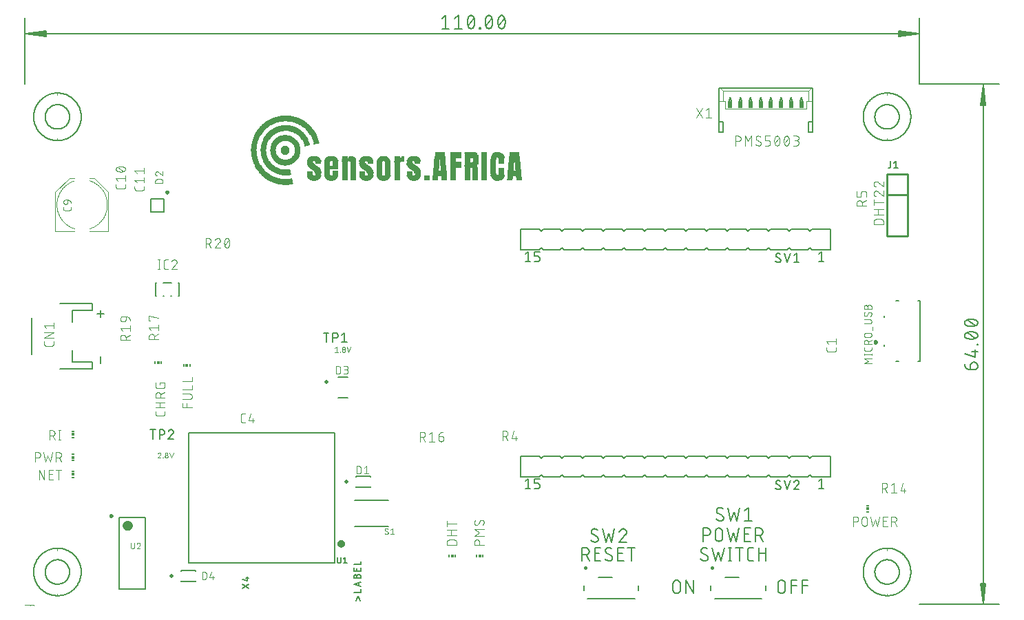
<source format=gbr>
G04 EAGLE Gerber RS-274X export*
G75*
%MOMM*%
%FSLAX34Y34*%
%LPD*%
%INSilkscreen Top*%
%IPPOS*%
%AMOC8*
5,1,8,0,0,1.08239X$1,22.5*%
G01*
%ADD10R,0.408938X0.017775*%
%ADD11R,0.871219X0.017781*%
%ADD12R,1.155700X0.017781*%
%ADD13R,1.404619X0.017775*%
%ADD14R,1.617981X0.017781*%
%ADD15R,1.760219X0.017775*%
%ADD16R,1.866900X0.017781*%
%ADD17R,1.938019X0.017781*%
%ADD18R,2.009138X0.017775*%
%ADD19R,2.062481X0.017781*%
%ADD20R,2.133600X0.017775*%
%ADD21R,2.169156X0.017781*%
%ADD22R,2.222500X0.017781*%
%ADD23R,2.275838X0.017775*%
%ADD24R,2.329175X0.017781*%
%ADD25R,2.346956X0.017775*%
%ADD26R,2.400300X0.017781*%
%ADD27R,2.453638X0.017781*%
%ADD28R,2.489200X0.017775*%
%ADD29R,2.524756X0.017781*%
%ADD30R,2.560319X0.017775*%
%ADD31R,2.595875X0.017781*%
%ADD32R,2.631438X0.017781*%
%ADD33R,2.667000X0.017775*%
%ADD34R,2.684781X0.017781*%
%ADD35R,2.720338X0.017775*%
%ADD36R,2.755900X0.017781*%
%ADD37R,2.791463X0.017781*%
%ADD38R,2.827019X0.017775*%
%ADD39R,0.071119X0.017775*%
%ADD40R,0.088900X0.017775*%
%ADD41R,2.844800X0.017781*%
%ADD42R,0.462281X0.017781*%
%ADD43R,0.497838X0.017781*%
%ADD44R,0.480063X0.017781*%
%ADD45R,0.480056X0.017781*%
%ADD46R,0.444500X0.017781*%
%ADD47R,2.880356X0.017775*%
%ADD48R,0.640081X0.017775*%
%ADD49R,0.657856X0.017775*%
%ADD50R,0.711200X0.017775*%
%ADD51R,0.693419X0.017775*%
%ADD52R,0.622300X0.017775*%
%ADD53R,0.675638X0.017775*%
%ADD54R,0.604519X0.017775*%
%ADD55R,2.898138X0.017781*%
%ADD56R,0.746756X0.017781*%
%ADD57R,0.764538X0.017781*%
%ADD58R,0.711200X0.017781*%
%ADD59R,0.693419X0.017781*%
%ADD60R,0.657856X0.017781*%
%ADD61R,0.675638X0.017781*%
%ADD62R,0.728981X0.017781*%
%ADD63R,2.933700X0.017781*%
%ADD64R,0.853438X0.017781*%
%ADD65R,0.800100X0.017781*%
%ADD66R,2.969256X0.017775*%
%ADD67R,0.924556X0.017775*%
%ADD68R,0.942338X0.017775*%
%ADD69R,0.889000X0.017775*%
%ADD70R,2.987038X0.017781*%
%ADD71R,0.995681X0.017781*%
%ADD72R,1.013456X0.017781*%
%ADD73R,1.013463X0.017781*%
%ADD74R,0.960119X0.017781*%
%ADD75R,3.004819X0.017775*%
%ADD76R,1.066800X0.017775*%
%ADD77R,1.084575X0.017775*%
%ADD78R,1.049019X0.017775*%
%ADD79R,1.013456X0.017775*%
%ADD80R,3.040375X0.017781*%
%ADD81R,1.120138X0.017781*%
%ADD82R,1.066800X0.017781*%
%ADD83R,2.009138X0.017781*%
%ADD84R,0.533400X0.017781*%
%ADD85R,1.173481X0.017781*%
%ADD86R,1.866900X0.017775*%
%ADD87R,0.337819X0.017775*%
%ADD88R,1.209037X0.017775*%
%ADD89R,1.226819X0.017775*%
%ADD90R,1.173475X0.017775*%
%ADD91R,1.778000X0.017781*%
%ADD92R,0.213356X0.017781*%
%ADD93R,1.262381X0.017781*%
%ADD94R,1.262375X0.017781*%
%ADD95R,0.657863X0.017781*%
%ADD96R,1.209037X0.017781*%
%ADD97R,1.689100X0.017775*%
%ADD98R,0.106681X0.017775*%
%ADD99R,1.297937X0.017775*%
%ADD100R,0.657863X0.017775*%
%ADD101R,1.244600X0.017775*%
%ADD102R,1.635756X0.017781*%
%ADD103R,0.017781X0.017781*%
%ADD104R,1.333500X0.017781*%
%ADD105R,1.315719X0.017781*%
%ADD106R,1.280156X0.017781*%
%ADD107R,1.582419X0.017781*%
%ADD108R,1.369063X0.017781*%
%ADD109R,1.351281X0.017781*%
%ADD110R,1.369056X0.017781*%
%ADD111R,1.529075X0.017775*%
%ADD112R,1.369056X0.017775*%
%ADD113R,1.333500X0.017775*%
%ADD114R,1.493519X0.017781*%
%ADD115R,1.440181X0.017781*%
%ADD116R,1.404619X0.017781*%
%ADD117R,1.422400X0.017781*%
%ADD118R,1.457956X0.017775*%
%ADD119R,1.440181X0.017775*%
%ADD120R,1.422400X0.017775*%
%ADD121R,1.457963X0.017775*%
%ADD122R,1.386838X0.017775*%
%ADD123R,1.440175X0.017781*%
%ADD124R,1.475738X0.017781*%
%ADD125R,1.511300X0.017781*%
%ADD126R,1.511300X0.017775*%
%ADD127R,1.475738X0.017775*%
%ADD128R,1.529081X0.017775*%
%ADD129R,1.546863X0.017781*%
%ADD130R,1.529081X0.017781*%
%ADD131R,1.315719X0.017775*%
%ADD132R,1.546863X0.017775*%
%ADD133R,1.564638X0.017775*%
%ADD134R,1.297937X0.017781*%
%ADD135R,1.546856X0.017781*%
%ADD136R,1.564638X0.017781*%
%ADD137R,1.600200X0.017781*%
%ADD138R,1.262381X0.017775*%
%ADD139R,1.617981X0.017775*%
%ADD140R,1.600200X0.017775*%
%ADD141R,1.546856X0.017775*%
%ADD142R,1.244600X0.017781*%
%ADD143R,1.635763X0.017781*%
%ADD144R,1.635756X0.017775*%
%ADD145R,1.582419X0.017775*%
%ADD146R,1.635763X0.017775*%
%ADD147R,1.653538X0.017781*%
%ADD148R,1.617975X0.017781*%
%ADD149R,1.671319X0.017781*%
%ADD150R,1.671319X0.017775*%
%ADD151R,1.617975X0.017775*%
%ADD152R,1.689100X0.017781*%
%ADD153R,1.155700X0.017775*%
%ADD154R,0.764538X0.017775*%
%ADD155R,0.746756X0.017775*%
%ADD156R,0.782319X0.017775*%
%ADD157R,1.137919X0.017781*%
%ADD158R,0.782319X0.017781*%
%ADD159R,1.724656X0.017781*%
%ADD160R,1.724662X0.017781*%
%ADD161R,0.746762X0.017781*%
%ADD162R,1.706881X0.017781*%
%ADD163R,1.102356X0.017775*%
%ADD164R,0.728981X0.017775*%
%ADD165R,0.746762X0.017775*%
%ADD166R,1.706875X0.017775*%
%ADD167R,1.653538X0.017775*%
%ADD168R,1.706881X0.017775*%
%ADD169R,1.084581X0.017781*%
%ADD170R,1.706875X0.017781*%
%ADD171R,0.231138X0.017781*%
%ADD172R,0.728975X0.017781*%
%ADD173R,1.049019X0.017781*%
%ADD174R,0.977900X0.017775*%
%ADD175R,0.728975X0.017775*%
%ADD176R,1.031238X0.017781*%
%ADD177R,1.386838X0.017781*%
%ADD178R,1.457963X0.017781*%
%ADD179R,0.995675X0.017775*%
%ADD180R,0.977900X0.017781*%
%ADD181R,0.960119X0.017775*%
%ADD182R,1.813556X0.017781*%
%ADD183R,1.831338X0.017775*%
%ADD184R,0.942338X0.017781*%
%ADD185R,1.902456X0.017781*%
%ADD186R,1.938019X0.017775*%
%ADD187R,0.924556X0.017781*%
%ADD188R,1.955800X0.017781*%
%ADD189R,1.991356X0.017775*%
%ADD190R,2.026919X0.017781*%
%ADD191R,0.906781X0.017781*%
%ADD192R,0.906781X0.017775*%
%ADD193R,2.098038X0.017775*%
%ADD194R,0.800100X0.017775*%
%ADD195R,0.906775X0.017781*%
%ADD196R,2.115819X0.017781*%
%ADD197R,0.817881X0.017781*%
%ADD198R,0.835663X0.017775*%
%ADD199R,0.835656X0.017775*%
%ADD200R,0.889000X0.017781*%
%ADD201R,0.835656X0.017781*%
%ADD202R,2.204719X0.017781*%
%ADD203R,2.222500X0.017775*%
%ADD204R,0.871219X0.017775*%
%ADD205R,2.240281X0.017781*%
%ADD206R,2.258063X0.017775*%
%ADD207R,0.906775X0.017775*%
%ADD208R,2.293619X0.017781*%
%ADD209R,2.311400X0.017781*%
%ADD210R,0.853438X0.017775*%
%ADD211R,2.329181X0.017775*%
%ADD212R,2.346956X0.017781*%
%ADD213R,2.364737X0.017775*%
%ADD214R,0.995681X0.017775*%
%ADD215R,0.995675X0.017781*%
%ADD216R,0.835663X0.017781*%
%ADD217R,2.418081X0.017781*%
%ADD218R,1.031238X0.017775*%
%ADD219R,0.177800X0.017781*%
%ADD220R,0.817881X0.017775*%
%ADD221R,1.084575X0.017781*%
%ADD222R,1.084581X0.017775*%
%ADD223R,1.724656X0.017775*%
%ADD224R,1.102356X0.017781*%
%ADD225R,0.817875X0.017775*%
%ADD226R,1.280163X0.017775*%
%ADD227R,1.120138X0.017775*%
%ADD228R,1.102363X0.017775*%
%ADD229R,1.191256X0.017775*%
%ADD230R,1.137919X0.017775*%
%ADD231R,1.351281X0.017775*%
%ADD232R,0.640081X0.017781*%
%ADD233R,0.640075X0.017775*%
%ADD234R,1.102363X0.017781*%
%ADD235R,0.924563X0.017781*%
%ADD236R,0.355600X0.017781*%
%ADD237R,0.640075X0.017781*%
%ADD238R,1.191256X0.017781*%
%ADD239R,1.280156X0.017775*%
%ADD240R,1.457956X0.017781*%
%ADD241R,1.760219X0.017781*%
%ADD242R,1.884681X0.017775*%
%ADD243R,2.098038X0.017781*%
%ADD244R,2.151375X0.017775*%
%ADD245R,2.258056X0.017775*%
%ADD246R,2.382519X0.017775*%
%ADD247R,0.817875X0.017781*%
%ADD248R,2.471419X0.017775*%
%ADD249R,2.506975X0.017781*%
%ADD250R,2.542538X0.017781*%
%ADD251R,2.578100X0.017775*%
%ADD252R,2.613656X0.017781*%
%ADD253R,1.226819X0.017781*%
%ADD254R,0.622300X0.017781*%
%ADD255R,2.649219X0.017775*%
%ADD256R,1.724662X0.017775*%
%ADD257R,2.684775X0.017781*%
%ADD258R,2.720338X0.017781*%
%ADD259R,2.738119X0.017775*%
%ADD260R,2.773681X0.017781*%
%ADD261R,2.809238X0.017775*%
%ADD262R,1.173475X0.017781*%
%ADD263R,1.493519X0.017775*%
%ADD264R,1.369063X0.017775*%
%ADD265R,0.497838X0.017775*%
%ADD266R,0.480056X0.017775*%
%ADD267R,1.191263X0.017775*%
%ADD268R,0.444500X0.017775*%
%ADD269R,0.426719X0.017781*%
%ADD270R,0.391156X0.017781*%
%ADD271R,1.013463X0.017775*%
%ADD272R,0.373381X0.017775*%
%ADD273R,0.337819X0.017781*%
%ADD274R,0.551181X0.017781*%
%ADD275R,0.320038X0.017781*%
%ADD276R,0.284481X0.017775*%
%ADD277R,0.586738X0.017781*%
%ADD278R,0.248919X0.017781*%
%ADD279R,0.480063X0.017775*%
%ADD280R,0.320038X0.017775*%
%ADD281R,0.462281X0.017775*%
%ADD282R,0.426719X0.017775*%
%ADD283R,0.195581X0.017775*%
%ADD284R,0.462275X0.017775*%
%ADD285R,0.071119X0.017781*%
%ADD286R,0.088900X0.017781*%
%ADD287R,0.053338X0.017781*%
%ADD288R,0.106681X0.017781*%
%ADD289R,0.231138X0.017775*%
%ADD290R,0.568956X0.017781*%
%ADD291R,1.191263X0.017781*%
%ADD292R,1.173481X0.017775*%
%ADD293R,0.284481X0.017781*%
%ADD294R,0.568956X0.017775*%
%ADD295R,0.106675X0.017781*%
%ADD296R,0.177800X0.017775*%
%ADD297R,0.266700X0.017781*%
%ADD298R,0.355600X0.017775*%
%ADD299R,0.248919X0.017775*%
%ADD300R,0.515619X0.017781*%
%ADD301R,0.604519X0.017781*%
%ADD302R,2.738119X0.017781*%
%ADD303R,2.702556X0.017775*%
%ADD304R,2.667000X0.017781*%
%ADD305R,2.631438X0.017775*%
%ADD306R,2.595881X0.017781*%
%ADD307R,2.560319X0.017781*%
%ADD308R,2.524756X0.017775*%
%ADD309R,2.489200X0.017781*%
%ADD310R,2.453638X0.017775*%
%ADD311R,2.382519X0.017781*%
%ADD312R,2.275838X0.017781*%
%ADD313R,2.240281X0.017775*%
%ADD314R,2.133600X0.017781*%
%ADD315R,1.920238X0.017781*%
%ADD316R,1.884681X0.017781*%
%ADD317R,1.813556X0.017775*%
%ADD318R,1.742438X0.017781*%
%ADD319R,0.924563X0.017775*%
%ADD320R,1.351275X0.017775*%
%ADD321R,1.529075X0.017781*%
%ADD322R,1.795775X0.017775*%
%ADD323R,1.778000X0.017775*%
%ADD324R,3.751581X0.017781*%
%ADD325R,3.716019X0.017775*%
%ADD326R,3.644900X0.017781*%
%ADD327R,3.609338X0.017781*%
%ADD328R,3.538219X0.017775*%
%ADD329R,3.502656X0.017781*%
%ADD330R,3.467100X0.017775*%
%ADD331R,3.395981X0.017781*%
%ADD332R,3.360419X0.017781*%
%ADD333R,3.289300X0.017775*%
%ADD334R,3.218181X0.017781*%
%ADD335R,3.182619X0.017775*%
%ADD336R,3.111500X0.017781*%
%ADD337R,3.040381X0.017781*%
%ADD338R,2.862581X0.017775*%
%ADD339R,2.791456X0.017781*%
%ADD340R,2.578100X0.017781*%
%ADD341R,2.506981X0.017775*%
%ADD342R,2.329181X0.017781*%
%ADD343R,2.151381X0.017781*%
%ADD344R,2.044700X0.017775*%
%ADD345R,1.831338X0.017781*%
%ADD346R,1.795781X0.017781*%
%ADD347R,1.902456X0.017775*%
%ADD348R,1.884675X0.017775*%
%ADD349R,2.080256X0.017781*%
%ADD350R,2.062475X0.017781*%
%ADD351R,4.498337X0.017775*%
%ADD352R,4.427219X0.017781*%
%ADD353R,4.356100X0.017781*%
%ADD354R,4.320538X0.017775*%
%ADD355R,4.249419X0.017781*%
%ADD356R,4.178300X0.017775*%
%ADD357R,4.124956X0.017781*%
%ADD358R,4.071619X0.017781*%
%ADD359R,4.000500X0.017775*%
%ADD360R,3.929381X0.017781*%
%ADD361R,3.858256X0.017775*%
%ADD362R,3.787138X0.017781*%
%ADD363R,3.716019X0.017781*%
%ADD364R,3.644900X0.017775*%
%ADD365R,3.573781X0.017781*%
%ADD366R,3.502656X0.017775*%
%ADD367R,3.324856X0.017781*%
%ADD368R,3.253738X0.017775*%
%ADD369R,3.147056X0.017781*%
%ADD370R,3.075938X0.017775*%
%ADD371R,2.969256X0.017781*%
%ADD372R,2.862581X0.017781*%
%ADD373R,2.773681X0.017775*%
%ADD374R,2.435856X0.017781*%
%ADD375R,2.186937X0.017775*%
%ADD376R,0.142238X0.017781*%
%ADD377C,0.000000*%
%ADD378C,0.152400*%
%ADD379C,0.101600*%
%ADD380C,0.130000*%
%ADD381C,0.050800*%
%ADD382C,0.300000*%
%ADD383C,0.127000*%
%ADD384C,0.076200*%
%ADD385C,0.203200*%
%ADD386R,0.500000X0.875000*%
%ADD387C,0.254000*%
%ADD388C,0.177800*%
%ADD389R,0.150000X0.300000*%
%ADD390R,0.300000X0.300000*%
%ADD391R,0.300000X0.150000*%
%ADD392C,0.250000*%
%ADD393C,0.609600*%
%ADD394C,0.500000*%
%ADD395C,0.150000*%
%ADD396C,0.600000*%


D10*
X320485Y516092D03*
D11*
X320485Y516270D03*
D12*
X320485Y516448D03*
D13*
X320485Y516626D03*
D14*
X320485Y516804D03*
D15*
X320485Y516981D03*
D16*
X320129Y517159D03*
D17*
X319773Y517337D03*
D18*
X319418Y517515D03*
D19*
X319151Y517693D03*
D20*
X318796Y517870D03*
D21*
X318440Y518048D03*
D22*
X318173Y518226D03*
D23*
X317907Y518404D03*
D24*
X317640Y518582D03*
D25*
X317373Y518759D03*
D26*
X317106Y518937D03*
D27*
X316840Y519115D03*
D28*
X316662Y519293D03*
D29*
X316484Y519471D03*
D30*
X316129Y519648D03*
D31*
X315951Y519826D03*
D32*
X315773Y520004D03*
D33*
X315595Y520182D03*
D34*
X315328Y520360D03*
D35*
X315151Y520537D03*
D36*
X314973Y520715D03*
D37*
X314795Y520893D03*
D38*
X314617Y521071D03*
D39*
X355778Y521071D03*
X376758Y521071D03*
D40*
X419697Y521071D03*
D39*
X440944Y521071D03*
X477927Y521071D03*
X580873Y521071D03*
D41*
X314351Y521249D03*
D42*
X355600Y521249D03*
D43*
X376758Y521249D03*
D42*
X419608Y521249D03*
D44*
X441033Y521249D03*
D45*
X477838Y521249D03*
D46*
X580962Y521249D03*
D47*
X314173Y521426D03*
D48*
X355600Y521426D03*
D49*
X376847Y521426D03*
D50*
X393294Y521426D03*
D51*
X403517Y521426D03*
D48*
X419608Y521426D03*
X440944Y521426D03*
D50*
X457657Y521426D03*
D52*
X477838Y521426D03*
D50*
X493929Y521426D03*
D51*
X504330Y521426D03*
D49*
X515887Y521426D03*
D50*
X526644Y521426D03*
X544424Y521426D03*
D53*
X553847Y521426D03*
X564871Y521426D03*
D54*
X581051Y521426D03*
D53*
X596164Y521426D03*
D49*
X607632Y521426D03*
D55*
X314084Y521604D03*
D56*
X355600Y521604D03*
D57*
X376847Y521604D03*
D58*
X393294Y521604D03*
D59*
X403517Y521604D03*
D56*
X419608Y521604D03*
D57*
X441033Y521604D03*
D58*
X457657Y521604D03*
D57*
X477838Y521604D03*
D58*
X493929Y521604D03*
D59*
X504330Y521604D03*
D60*
X515887Y521604D03*
D58*
X526644Y521604D03*
X544424Y521604D03*
D61*
X553847Y521604D03*
X564871Y521604D03*
D62*
X581139Y521604D03*
D61*
X596164Y521604D03*
D60*
X607632Y521604D03*
D63*
X313906Y521782D03*
D64*
X355600Y521782D03*
D11*
X376847Y521782D03*
D58*
X393294Y521782D03*
D59*
X403517Y521782D03*
D64*
X419608Y521782D03*
X440944Y521782D03*
D58*
X457657Y521782D03*
D64*
X477749Y521782D03*
D58*
X493929Y521782D03*
D61*
X504419Y521782D03*
D60*
X515887Y521782D03*
D58*
X526644Y521782D03*
X544424Y521782D03*
D61*
X553847Y521782D03*
X564871Y521782D03*
D65*
X581139Y521782D03*
D61*
X596164Y521782D03*
D60*
X607632Y521782D03*
D66*
X313728Y521960D03*
D67*
X355600Y521960D03*
D68*
X376847Y521960D03*
D50*
X393294Y521960D03*
D51*
X403517Y521960D03*
D67*
X419608Y521960D03*
D68*
X441033Y521960D03*
D50*
X457657Y521960D03*
D68*
X477838Y521960D03*
D50*
X493929Y521960D03*
D53*
X504419Y521960D03*
D49*
X515887Y521960D03*
D50*
X526644Y521960D03*
X544424Y521960D03*
D53*
X553847Y521960D03*
X564871Y521960D03*
D69*
X581228Y521960D03*
D53*
X596164Y521960D03*
D49*
X607632Y521960D03*
D70*
X313462Y522138D03*
D71*
X355600Y522138D03*
D72*
X376847Y522138D03*
D58*
X393294Y522138D03*
D59*
X403517Y522138D03*
D71*
X419608Y522138D03*
D73*
X441033Y522138D03*
D58*
X457657Y522138D03*
D72*
X477838Y522138D03*
D58*
X493929Y522138D03*
D61*
X504419Y522138D03*
X515798Y522138D03*
D58*
X526644Y522138D03*
X544424Y522138D03*
D61*
X553847Y522138D03*
X564871Y522138D03*
D74*
X581228Y522138D03*
D61*
X596164Y522138D03*
D60*
X607632Y522138D03*
D75*
X313373Y522315D03*
D76*
X355600Y522315D03*
D77*
X376847Y522315D03*
D50*
X393294Y522315D03*
D51*
X403517Y522315D03*
D76*
X419608Y522315D03*
X440944Y522315D03*
D50*
X457657Y522315D03*
D78*
X477838Y522315D03*
D50*
X493929Y522315D03*
D53*
X504419Y522315D03*
X515798Y522315D03*
D50*
X526644Y522315D03*
X544424Y522315D03*
D53*
X553847Y522315D03*
X564871Y522315D03*
D79*
X581139Y522315D03*
D53*
X596164Y522315D03*
D49*
X607632Y522315D03*
D80*
X313195Y522493D03*
D81*
X355689Y522493D03*
X376847Y522493D03*
D58*
X393294Y522493D03*
D59*
X403517Y522493D03*
D81*
X419697Y522493D03*
X441033Y522493D03*
D58*
X457657Y522493D03*
D81*
X477838Y522493D03*
D58*
X493929Y522493D03*
D61*
X504419Y522493D03*
X515798Y522493D03*
D58*
X526644Y522493D03*
X544424Y522493D03*
D61*
X553847Y522493D03*
X564871Y522493D03*
D82*
X581228Y522493D03*
D61*
X596164Y522493D03*
D60*
X607632Y522493D03*
D83*
X307861Y522671D03*
D84*
X325730Y522671D03*
D85*
X355600Y522671D03*
X376936Y522671D03*
D58*
X393294Y522671D03*
D59*
X403517Y522671D03*
D85*
X419608Y522671D03*
X440944Y522671D03*
D58*
X457657Y522671D03*
D12*
X477838Y522671D03*
D58*
X493929Y522671D03*
D61*
X504419Y522671D03*
X515798Y522671D03*
D58*
X526644Y522671D03*
X544424Y522671D03*
D61*
X553847Y522671D03*
X564871Y522671D03*
D81*
X581139Y522671D03*
D61*
X596164Y522671D03*
X607543Y522671D03*
D86*
X306794Y522849D03*
D87*
X326530Y522849D03*
D88*
X355600Y522849D03*
D89*
X376847Y522849D03*
D50*
X393294Y522849D03*
D51*
X403517Y522849D03*
D88*
X419608Y522849D03*
D89*
X441033Y522849D03*
D50*
X457657Y522849D03*
D89*
X477838Y522849D03*
D50*
X493929Y522849D03*
D53*
X504419Y522849D03*
X515798Y522849D03*
D50*
X526644Y522849D03*
X544424Y522849D03*
D53*
X553847Y522849D03*
X564871Y522849D03*
D90*
X581228Y522849D03*
D51*
X596252Y522849D03*
D53*
X607543Y522849D03*
D91*
X305994Y523027D03*
D92*
X327152Y523027D03*
D93*
X355689Y523027D03*
D94*
X376847Y523027D03*
D58*
X393294Y523027D03*
D59*
X403517Y523027D03*
D93*
X419697Y523027D03*
X441033Y523027D03*
D58*
X457657Y523027D03*
D93*
X477838Y523027D03*
D58*
X493929Y523027D03*
D61*
X504419Y523027D03*
D95*
X515709Y523027D03*
D58*
X526644Y523027D03*
X544424Y523027D03*
D61*
X553847Y523027D03*
X564871Y523027D03*
D96*
X581228Y523027D03*
D59*
X596252Y523027D03*
D61*
X607543Y523027D03*
D97*
X305372Y523204D03*
D98*
X327686Y523204D03*
D99*
X355689Y523204D03*
X376847Y523204D03*
D50*
X393294Y523204D03*
D51*
X403517Y523204D03*
D99*
X419697Y523204D03*
X441033Y523204D03*
D50*
X457657Y523204D03*
D99*
X477838Y523204D03*
D50*
X493929Y523204D03*
D53*
X504419Y523204D03*
D100*
X515709Y523204D03*
D50*
X526644Y523204D03*
X544424Y523204D03*
D53*
X553847Y523204D03*
X564871Y523204D03*
D101*
X581228Y523204D03*
D53*
X596341Y523204D03*
X607543Y523204D03*
D102*
X304749Y523382D03*
D103*
X328130Y523382D03*
D104*
X355689Y523382D03*
D105*
X376936Y523382D03*
D58*
X393294Y523382D03*
D59*
X403517Y523382D03*
D104*
X419697Y523382D03*
X441033Y523382D03*
D58*
X457657Y523382D03*
D104*
X477838Y523382D03*
D58*
X493929Y523382D03*
D61*
X504419Y523382D03*
D95*
X515709Y523382D03*
D58*
X526644Y523382D03*
X544424Y523382D03*
D61*
X553847Y523382D03*
X564871Y523382D03*
D106*
X581228Y523382D03*
D61*
X596341Y523382D03*
X607543Y523382D03*
D107*
X304305Y523560D03*
D108*
X355689Y523560D03*
D109*
X376936Y523560D03*
D58*
X393294Y523560D03*
D59*
X403517Y523560D03*
D108*
X419697Y523560D03*
X441033Y523560D03*
D58*
X457657Y523560D03*
D110*
X477838Y523560D03*
D58*
X493929Y523560D03*
D59*
X504508Y523560D03*
D95*
X515709Y523560D03*
D58*
X526644Y523560D03*
X544424Y523560D03*
D61*
X553847Y523560D03*
X564871Y523560D03*
D105*
X581228Y523560D03*
D61*
X596341Y523560D03*
D60*
X607454Y523560D03*
D111*
X303860Y523738D03*
D13*
X355689Y523738D03*
D112*
X376847Y523738D03*
D50*
X393294Y523738D03*
D51*
X403517Y523738D03*
D13*
X419697Y523738D03*
X441033Y523738D03*
D50*
X457657Y523738D03*
D13*
X477838Y523738D03*
D50*
X493929Y523738D03*
D53*
X504597Y523738D03*
D100*
X515709Y523738D03*
D50*
X526644Y523738D03*
X544424Y523738D03*
D53*
X553847Y523738D03*
X564871Y523738D03*
D113*
X581139Y523738D03*
D53*
X596341Y523738D03*
D49*
X607454Y523738D03*
D114*
X303327Y523916D03*
D115*
X355689Y523916D03*
D116*
X376847Y523916D03*
D58*
X393294Y523916D03*
D59*
X403517Y523916D03*
D117*
X419608Y523916D03*
X440944Y523916D03*
D58*
X457657Y523916D03*
D117*
X477927Y523916D03*
D58*
X493929Y523916D03*
D61*
X504597Y523916D03*
D95*
X515709Y523916D03*
D58*
X526644Y523916D03*
X544424Y523916D03*
D61*
X553847Y523916D03*
X564871Y523916D03*
D110*
X581139Y523916D03*
D61*
X596341Y523916D03*
D60*
X607454Y523916D03*
D118*
X302971Y524093D03*
D119*
X355689Y524093D03*
D120*
X376936Y524093D03*
D50*
X393294Y524093D03*
D51*
X403517Y524093D03*
D119*
X419697Y524093D03*
X441033Y524093D03*
D50*
X457657Y524093D03*
D121*
X477927Y524093D03*
D50*
X493929Y524093D03*
D53*
X504597Y524093D03*
D100*
X515709Y524093D03*
D50*
X526644Y524093D03*
X544424Y524093D03*
D53*
X553847Y524093D03*
X564871Y524093D03*
D122*
X581228Y524093D03*
D53*
X596341Y524093D03*
D49*
X607454Y524093D03*
D123*
X302527Y524271D03*
D124*
X355689Y524271D03*
D123*
X376847Y524271D03*
D58*
X393294Y524271D03*
D59*
X403517Y524271D03*
D124*
X419697Y524271D03*
X441033Y524271D03*
D58*
X457657Y524271D03*
D124*
X477838Y524271D03*
D58*
X493929Y524271D03*
D61*
X504597Y524271D03*
X515620Y524271D03*
D58*
X526644Y524271D03*
X544424Y524271D03*
D61*
X553847Y524271D03*
X564871Y524271D03*
D117*
X581228Y524271D03*
D61*
X596341Y524271D03*
D60*
X607454Y524271D03*
D116*
X302171Y524449D03*
D125*
X355689Y524449D03*
D124*
X376847Y524449D03*
D58*
X393294Y524449D03*
D59*
X403517Y524449D03*
D125*
X419697Y524449D03*
D114*
X440944Y524449D03*
D58*
X457657Y524449D03*
D114*
X477927Y524449D03*
D58*
X493929Y524449D03*
D61*
X504597Y524449D03*
X515620Y524449D03*
D58*
X526644Y524449D03*
X544424Y524449D03*
D61*
X553847Y524449D03*
X564871Y524449D03*
D115*
X581139Y524449D03*
D61*
X596341Y524449D03*
D60*
X607454Y524449D03*
D112*
X301816Y524627D03*
D126*
X355689Y524627D03*
D127*
X376847Y524627D03*
D50*
X393294Y524627D03*
D51*
X403517Y524627D03*
D126*
X419697Y524627D03*
X441033Y524627D03*
D50*
X457657Y524627D03*
D128*
X477927Y524627D03*
D50*
X493929Y524627D03*
D53*
X504597Y524627D03*
X515620Y524627D03*
D50*
X526644Y524627D03*
X544424Y524627D03*
D53*
X553847Y524627D03*
X564871Y524627D03*
D118*
X581228Y524627D03*
D53*
X596341Y524627D03*
D49*
X607454Y524627D03*
D109*
X301371Y524805D03*
D129*
X355689Y524805D03*
D125*
X376847Y524805D03*
D58*
X393294Y524805D03*
D59*
X403517Y524805D03*
D129*
X419697Y524805D03*
D130*
X440944Y524805D03*
D58*
X457657Y524805D03*
D130*
X477927Y524805D03*
D58*
X493929Y524805D03*
D61*
X504597Y524805D03*
D60*
X515531Y524805D03*
D58*
X526644Y524805D03*
X544424Y524805D03*
D61*
X553847Y524805D03*
X564871Y524805D03*
D124*
X581139Y524805D03*
D61*
X596341Y524805D03*
X607365Y524805D03*
D131*
X301016Y524982D03*
D132*
X355689Y524982D03*
D126*
X376847Y524982D03*
D50*
X393294Y524982D03*
D51*
X403517Y524982D03*
D132*
X419697Y524982D03*
X441033Y524982D03*
D50*
X457657Y524982D03*
D133*
X477927Y524982D03*
D50*
X493929Y524982D03*
D53*
X504597Y524982D03*
D49*
X515531Y524982D03*
D50*
X526644Y524982D03*
X544424Y524982D03*
D53*
X553847Y524982D03*
X564871Y524982D03*
D126*
X581139Y524982D03*
D49*
X596430Y524982D03*
D53*
X607365Y524982D03*
D134*
X300749Y525160D03*
D107*
X355689Y525160D03*
D135*
X376847Y525160D03*
D58*
X393294Y525160D03*
D59*
X403517Y525160D03*
D107*
X419697Y525160D03*
D136*
X440944Y525160D03*
D58*
X457657Y525160D03*
D136*
X477927Y525160D03*
D58*
X493929Y525160D03*
D61*
X504597Y525160D03*
D60*
X515531Y525160D03*
D58*
X526644Y525160D03*
X544424Y525160D03*
D61*
X553847Y525160D03*
X564871Y525160D03*
D125*
X581139Y525160D03*
D60*
X596430Y525160D03*
D61*
X607365Y525160D03*
D106*
X300482Y525338D03*
D107*
X355689Y525338D03*
D135*
X376847Y525338D03*
D58*
X393294Y525338D03*
D59*
X403517Y525338D03*
D107*
X419697Y525338D03*
X441033Y525338D03*
D58*
X457657Y525338D03*
D137*
X477927Y525338D03*
D58*
X493929Y525338D03*
D61*
X504597Y525338D03*
D60*
X515531Y525338D03*
D58*
X526644Y525338D03*
X544424Y525338D03*
D61*
X553847Y525338D03*
X564871Y525338D03*
D135*
X581139Y525338D03*
D61*
X596519Y525338D03*
D95*
X607276Y525338D03*
D138*
X300038Y525516D03*
D139*
X355689Y525516D03*
D133*
X376936Y525516D03*
D50*
X393294Y525516D03*
D51*
X403517Y525516D03*
D139*
X419697Y525516D03*
D140*
X440944Y525516D03*
D50*
X457657Y525516D03*
D140*
X477927Y525516D03*
D50*
X493929Y525516D03*
D49*
X504685Y525516D03*
X515531Y525516D03*
D50*
X526644Y525516D03*
X544424Y525516D03*
D53*
X553847Y525516D03*
X564871Y525516D03*
D141*
X581139Y525516D03*
D53*
X596519Y525516D03*
D100*
X607276Y525516D03*
D142*
X299771Y525694D03*
D14*
X355689Y525694D03*
D107*
X376847Y525694D03*
D58*
X393294Y525694D03*
D59*
X403517Y525694D03*
D14*
X419697Y525694D03*
X441033Y525694D03*
D58*
X457657Y525694D03*
D143*
X477927Y525694D03*
D58*
X493929Y525694D03*
D60*
X504685Y525694D03*
X515531Y525694D03*
D58*
X526644Y525694D03*
X544424Y525694D03*
D61*
X553847Y525694D03*
X564871Y525694D03*
D136*
X581051Y525694D03*
D61*
X596519Y525694D03*
D95*
X607276Y525694D03*
D89*
X299504Y525871D03*
D144*
X355778Y525871D03*
D145*
X376847Y525871D03*
D50*
X393294Y525871D03*
D51*
X403517Y525871D03*
D144*
X419786Y525871D03*
X440944Y525871D03*
D50*
X457657Y525871D03*
D146*
X477927Y525871D03*
D50*
X493929Y525871D03*
D49*
X504685Y525871D03*
X515531Y525871D03*
D50*
X526644Y525871D03*
X544424Y525871D03*
D53*
X553847Y525871D03*
X564871Y525871D03*
D145*
X581139Y525871D03*
D53*
X596519Y525871D03*
D100*
X607276Y525871D03*
D96*
X299238Y526049D03*
D147*
X355689Y526049D03*
D137*
X376936Y526049D03*
D58*
X393294Y526049D03*
D59*
X403517Y526049D03*
D147*
X419697Y526049D03*
D102*
X440944Y526049D03*
D58*
X457657Y526049D03*
D143*
X477927Y526049D03*
D58*
X493929Y526049D03*
D61*
X504774Y526049D03*
D60*
X515531Y526049D03*
D58*
X526644Y526049D03*
X544424Y526049D03*
D61*
X553847Y526049D03*
X564871Y526049D03*
D107*
X581139Y526049D03*
D61*
X596519Y526049D03*
D95*
X607276Y526049D03*
D85*
X298882Y526227D03*
D147*
X355689Y526227D03*
D148*
X376847Y526227D03*
D58*
X393294Y526227D03*
D59*
X403517Y526227D03*
D147*
X419697Y526227D03*
X441033Y526227D03*
D58*
X457657Y526227D03*
D149*
X477927Y526227D03*
D58*
X493929Y526227D03*
D61*
X504774Y526227D03*
X515442Y526227D03*
D58*
X526644Y526227D03*
X544424Y526227D03*
D61*
X553847Y526227D03*
X564871Y526227D03*
D137*
X581051Y526227D03*
D61*
X596519Y526227D03*
D95*
X607276Y526227D03*
D90*
X298526Y526405D03*
D150*
X355778Y526405D03*
D151*
X376847Y526405D03*
D50*
X393294Y526405D03*
D51*
X403517Y526405D03*
D150*
X419786Y526405D03*
X440944Y526405D03*
D50*
X457657Y526405D03*
D150*
X477927Y526405D03*
D50*
X493929Y526405D03*
D53*
X504774Y526405D03*
X515442Y526405D03*
D50*
X526644Y526405D03*
X544424Y526405D03*
D53*
X553847Y526405D03*
X564871Y526405D03*
D139*
X581139Y526405D03*
D53*
X596519Y526405D03*
D100*
X607276Y526405D03*
D12*
X298260Y526583D03*
D149*
X355778Y526583D03*
D148*
X376847Y526583D03*
D58*
X393294Y526583D03*
D59*
X403517Y526583D03*
D152*
X419697Y526583D03*
D149*
X440944Y526583D03*
D58*
X457657Y526583D03*
D149*
X477927Y526583D03*
D58*
X493929Y526583D03*
D61*
X504774Y526583D03*
X515442Y526583D03*
D58*
X526644Y526583D03*
X544424Y526583D03*
D61*
X553847Y526583D03*
X564871Y526583D03*
D14*
X581139Y526583D03*
D61*
X596519Y526583D03*
D95*
X607276Y526583D03*
D153*
X298082Y526760D03*
D97*
X355689Y526760D03*
D154*
X372402Y526760D03*
D155*
X381381Y526760D03*
D50*
X393294Y526760D03*
D51*
X403517Y526760D03*
D97*
X419697Y526760D03*
D156*
X436499Y526760D03*
X445567Y526760D03*
D50*
X457657Y526760D03*
D97*
X478015Y526760D03*
D50*
X493929Y526760D03*
D53*
X504774Y526760D03*
D49*
X515353Y526760D03*
D50*
X526644Y526760D03*
X544424Y526760D03*
D53*
X553847Y526760D03*
X564871Y526760D03*
D146*
X581051Y526760D03*
D53*
X596519Y526760D03*
X607187Y526760D03*
D157*
X297815Y526938D03*
D158*
X351155Y526938D03*
D65*
X360312Y526938D03*
D56*
X372313Y526938D03*
D62*
X381470Y526938D03*
D58*
X393294Y526938D03*
D59*
X403517Y526938D03*
D158*
X415163Y526938D03*
X424231Y526938D03*
D56*
X436321Y526938D03*
D57*
X445656Y526938D03*
D58*
X457657Y526938D03*
D158*
X473304Y526938D03*
X482549Y526938D03*
D58*
X493929Y526938D03*
D159*
X510019Y526938D03*
D58*
X526644Y526938D03*
X544424Y526938D03*
D61*
X553847Y526938D03*
X564871Y526938D03*
D143*
X581051Y526938D03*
D160*
X601942Y526938D03*
D81*
X297548Y527116D03*
D56*
X350977Y527116D03*
D158*
X360401Y527116D03*
D62*
X372224Y527116D03*
D58*
X381559Y527116D03*
X393294Y527116D03*
D59*
X403517Y527116D03*
D56*
X414985Y527116D03*
D158*
X424409Y527116D03*
D161*
X436144Y527116D03*
D56*
X445745Y527116D03*
D58*
X457657Y527116D03*
D56*
X473126Y527116D03*
D57*
X482638Y527116D03*
D58*
X493929Y527116D03*
D159*
X510019Y527116D03*
D58*
X526644Y527116D03*
X544424Y527116D03*
D61*
X553847Y527116D03*
X564871Y527116D03*
D147*
X581139Y527116D03*
D162*
X601853Y527116D03*
D163*
X297282Y527294D03*
D164*
X350888Y527294D03*
D154*
X360490Y527294D03*
D50*
X372136Y527294D03*
X381559Y527294D03*
X393294Y527294D03*
D51*
X403517Y527294D03*
D164*
X414896Y527294D03*
D154*
X424498Y527294D03*
D165*
X436144Y527294D03*
D164*
X445834Y527294D03*
D50*
X457657Y527294D03*
D155*
X473126Y527294D03*
X482727Y527294D03*
D50*
X493929Y527294D03*
D166*
X510108Y527294D03*
D50*
X526644Y527294D03*
X544424Y527294D03*
D53*
X553847Y527294D03*
X564871Y527294D03*
D167*
X581139Y527294D03*
D168*
X601853Y527294D03*
D169*
X297015Y527472D03*
D161*
X350800Y527472D03*
X360579Y527472D03*
D58*
X372136Y527472D03*
X381737Y527472D03*
X393294Y527472D03*
D59*
X403517Y527472D03*
D161*
X414808Y527472D03*
X424587Y527472D03*
D62*
X436055Y527472D03*
D58*
X445923Y527472D03*
X457657Y527472D03*
D62*
X473037Y527472D03*
D56*
X482727Y527472D03*
D170*
X510108Y527472D03*
D58*
X526644Y527472D03*
X544424Y527472D03*
D61*
X553847Y527472D03*
X564871Y527472D03*
D149*
X581051Y527472D03*
D162*
X601853Y527472D03*
D77*
X296837Y527649D03*
D164*
X350711Y527649D03*
D165*
X360579Y527649D03*
D50*
X371958Y527649D03*
X381737Y527649D03*
X393294Y527649D03*
D51*
X403517Y527649D03*
D164*
X414719Y527649D03*
D165*
X424587Y527649D03*
D164*
X436055Y527649D03*
X446011Y527649D03*
D50*
X457657Y527649D03*
X472948Y527649D03*
D155*
X482905Y527649D03*
D166*
X510108Y527649D03*
D50*
X526644Y527649D03*
X544424Y527649D03*
D53*
X553847Y527649D03*
X564871Y527649D03*
D156*
X576606Y527649D03*
X585496Y527649D03*
D168*
X601853Y527649D03*
D82*
X296571Y527827D03*
D171*
X320485Y527827D03*
D62*
X350711Y527827D03*
X360667Y527827D03*
D58*
X371958Y527827D03*
D59*
X381826Y527827D03*
D58*
X393294Y527827D03*
D59*
X403517Y527827D03*
D62*
X414719Y527827D03*
X424675Y527827D03*
D58*
X435966Y527827D03*
D62*
X446011Y527827D03*
D58*
X457657Y527827D03*
D172*
X472859Y527827D03*
D56*
X482905Y527827D03*
D170*
X510108Y527827D03*
D58*
X526644Y527827D03*
X544424Y527827D03*
D61*
X553847Y527827D03*
X564871Y527827D03*
D56*
X576428Y527827D03*
D57*
X585584Y527827D03*
D162*
X601853Y527827D03*
D173*
X296304Y528005D03*
D59*
X320485Y528005D03*
D58*
X350622Y528005D03*
D56*
X360756Y528005D03*
D58*
X371958Y528005D03*
D59*
X381826Y528005D03*
D58*
X393294Y528005D03*
D59*
X403517Y528005D03*
D58*
X414630Y528005D03*
D56*
X424764Y528005D03*
D58*
X435966Y528005D03*
D62*
X446011Y528005D03*
D58*
X457657Y528005D03*
D172*
X472859Y528005D03*
D56*
X482905Y528005D03*
D170*
X510108Y528005D03*
D58*
X526644Y528005D03*
X544424Y528005D03*
D61*
X553847Y528005D03*
X564871Y528005D03*
D172*
X576339Y528005D03*
D56*
X585673Y528005D03*
D162*
X601853Y528005D03*
D76*
X296037Y528183D03*
D174*
X320485Y528183D03*
D50*
X350622Y528183D03*
D155*
X360756Y528183D03*
D50*
X371958Y528183D03*
D51*
X381826Y528183D03*
D50*
X393294Y528183D03*
D51*
X403517Y528183D03*
D50*
X414630Y528183D03*
D155*
X424764Y528183D03*
D175*
X435877Y528183D03*
D50*
X446100Y528183D03*
X457657Y528183D03*
D175*
X472859Y528183D03*
D155*
X482905Y528183D03*
D166*
X510108Y528183D03*
D50*
X526644Y528183D03*
X544424Y528183D03*
D53*
X553847Y528183D03*
X564871Y528183D03*
D50*
X576250Y528183D03*
D155*
X585851Y528183D03*
D168*
X601853Y528183D03*
D173*
X295770Y528361D03*
D12*
X320485Y528361D03*
D58*
X350622Y528361D03*
D56*
X360756Y528361D03*
D58*
X371958Y528361D03*
D59*
X381826Y528361D03*
D58*
X393294Y528361D03*
D59*
X403517Y528361D03*
D58*
X414630Y528361D03*
D56*
X424764Y528361D03*
D172*
X435877Y528361D03*
D58*
X446100Y528361D03*
X457657Y528361D03*
X472770Y528361D03*
D56*
X482905Y528361D03*
D170*
X510108Y528361D03*
D58*
X526644Y528361D03*
X544424Y528361D03*
D61*
X553847Y528361D03*
X564871Y528361D03*
D58*
X576250Y528361D03*
D62*
X585940Y528361D03*
D162*
X601853Y528361D03*
D78*
X295593Y528538D03*
D131*
X320396Y528538D03*
D50*
X350622Y528538D03*
D155*
X360756Y528538D03*
D51*
X371869Y528538D03*
X381826Y528538D03*
D50*
X393294Y528538D03*
D51*
X403517Y528538D03*
D50*
X414630Y528538D03*
D155*
X424764Y528538D03*
D175*
X435877Y528538D03*
D50*
X446100Y528538D03*
X457657Y528538D03*
X472770Y528538D03*
D175*
X482994Y528538D03*
D97*
X510019Y528538D03*
D50*
X526644Y528538D03*
X544424Y528538D03*
D53*
X553847Y528538D03*
X564871Y528538D03*
D50*
X576250Y528538D03*
D164*
X585940Y528538D03*
D168*
X601853Y528538D03*
D176*
X295326Y528716D03*
D177*
X320040Y528716D03*
D58*
X350622Y528716D03*
D56*
X360756Y528716D03*
D59*
X371869Y528716D03*
D58*
X381915Y528716D03*
X393294Y528716D03*
D59*
X403517Y528716D03*
D58*
X414630Y528716D03*
D56*
X424764Y528716D03*
D172*
X435877Y528716D03*
D58*
X446100Y528716D03*
X457657Y528716D03*
X472770Y528716D03*
D172*
X482994Y528716D03*
D152*
X510019Y528716D03*
D58*
X526644Y528716D03*
X544424Y528716D03*
D61*
X553847Y528716D03*
X564871Y528716D03*
D58*
X576072Y528716D03*
D62*
X585940Y528716D03*
D152*
X601942Y528716D03*
D73*
X295237Y528894D03*
D178*
X319685Y528894D03*
D58*
X350622Y528894D03*
D56*
X360756Y528894D03*
D58*
X371780Y528894D03*
X381915Y528894D03*
X393294Y528894D03*
D59*
X403517Y528894D03*
D58*
X414630Y528894D03*
D56*
X424764Y528894D03*
D172*
X435877Y528894D03*
D58*
X446100Y528894D03*
X457657Y528894D03*
X472770Y528894D03*
D172*
X482994Y528894D03*
D152*
X510019Y528894D03*
D58*
X526644Y528894D03*
X544424Y528894D03*
D61*
X553847Y528894D03*
X564871Y528894D03*
D58*
X576072Y528894D03*
X586029Y528894D03*
D152*
X601942Y528894D03*
D179*
X294970Y529072D03*
D128*
X319329Y529072D03*
D50*
X350622Y529072D03*
D155*
X360756Y529072D03*
D50*
X371780Y529072D03*
X381915Y529072D03*
X393294Y529072D03*
D51*
X403517Y529072D03*
D175*
X414541Y529072D03*
D155*
X424764Y529072D03*
D175*
X435877Y529072D03*
X446189Y529072D03*
D50*
X457657Y529072D03*
X472770Y529072D03*
D175*
X482994Y529072D03*
D97*
X510019Y529072D03*
D50*
X526644Y529072D03*
X544424Y529072D03*
D53*
X553847Y529072D03*
X564871Y529072D03*
D50*
X576072Y529072D03*
X586029Y529072D03*
D150*
X601853Y529072D03*
D71*
X294793Y529250D03*
D107*
X319062Y529250D03*
D172*
X350533Y529250D03*
D56*
X360756Y529250D03*
D58*
X371780Y529250D03*
X381915Y529250D03*
X393294Y529250D03*
D59*
X403517Y529250D03*
D172*
X414541Y529250D03*
D56*
X424764Y529250D03*
D172*
X435877Y529250D03*
X446189Y529250D03*
D58*
X457657Y529250D03*
X472770Y529250D03*
D172*
X482994Y529250D03*
D149*
X510108Y529250D03*
D58*
X526644Y529250D03*
X544424Y529250D03*
D61*
X553847Y529250D03*
X564871Y529250D03*
D58*
X576072Y529250D03*
X586029Y529250D03*
D149*
X601853Y529250D03*
D179*
X294615Y529427D03*
D139*
X318707Y529427D03*
D175*
X350533Y529427D03*
D155*
X360756Y529427D03*
D50*
X371780Y529427D03*
X381915Y529427D03*
X393294Y529427D03*
D51*
X403517Y529427D03*
D175*
X414541Y529427D03*
D155*
X424764Y529427D03*
D175*
X435877Y529427D03*
X446189Y529427D03*
D50*
X457657Y529427D03*
X472770Y529427D03*
D175*
X482994Y529427D03*
D150*
X510108Y529427D03*
D50*
X526644Y529427D03*
X544424Y529427D03*
D53*
X553847Y529427D03*
X564871Y529427D03*
D50*
X576072Y529427D03*
X586029Y529427D03*
D150*
X601853Y529427D03*
D180*
X294348Y529605D03*
D149*
X318440Y529605D03*
D172*
X350533Y529605D03*
D56*
X360756Y529605D03*
D58*
X371780Y529605D03*
X381915Y529605D03*
X393294Y529605D03*
D59*
X403517Y529605D03*
D172*
X414541Y529605D03*
D56*
X424764Y529605D03*
D172*
X435877Y529605D03*
X446189Y529605D03*
D58*
X457657Y529605D03*
X472770Y529605D03*
D56*
X482905Y529605D03*
D149*
X510108Y529605D03*
D58*
X526644Y529605D03*
X544424Y529605D03*
D61*
X553847Y529605D03*
X564871Y529605D03*
D59*
X575983Y529605D03*
D58*
X586029Y529605D03*
D149*
X601853Y529605D03*
D180*
X294170Y529783D03*
D162*
X318262Y529783D03*
D172*
X350533Y529783D03*
D56*
X360756Y529783D03*
D58*
X371780Y529783D03*
X381915Y529783D03*
X393294Y529783D03*
D59*
X403517Y529783D03*
D172*
X414541Y529783D03*
D56*
X424764Y529783D03*
D172*
X435877Y529783D03*
X446189Y529783D03*
D58*
X457657Y529783D03*
X472770Y529783D03*
D56*
X482905Y529783D03*
D149*
X510108Y529783D03*
D58*
X526644Y529783D03*
X544424Y529783D03*
D61*
X553847Y529783D03*
X564871Y529783D03*
D59*
X575983Y529783D03*
D58*
X586029Y529783D03*
D149*
X601853Y529783D03*
D181*
X293904Y529961D03*
D15*
X317995Y529961D03*
D175*
X350533Y529961D03*
D155*
X360756Y529961D03*
D50*
X371780Y529961D03*
X381915Y529961D03*
X393294Y529961D03*
D51*
X403517Y529961D03*
D175*
X414541Y529961D03*
D155*
X424764Y529961D03*
D175*
X435877Y529961D03*
X446189Y529961D03*
D50*
X457657Y529961D03*
X472770Y529961D03*
D155*
X482905Y529961D03*
D150*
X510108Y529961D03*
D50*
X526644Y529961D03*
X544424Y529961D03*
D53*
X553847Y529961D03*
X564871Y529961D03*
D51*
X575983Y529961D03*
D50*
X586029Y529961D03*
D150*
X601853Y529961D03*
D74*
X293726Y530139D03*
D182*
X317729Y530139D03*
D172*
X350533Y530139D03*
D56*
X360756Y530139D03*
D58*
X371780Y530139D03*
X381915Y530139D03*
X393294Y530139D03*
D59*
X403517Y530139D03*
D172*
X414541Y530139D03*
D56*
X424764Y530139D03*
D172*
X435877Y530139D03*
X446189Y530139D03*
D58*
X457657Y530139D03*
X472770Y530139D03*
D56*
X482905Y530139D03*
D149*
X510108Y530139D03*
D58*
X526644Y530139D03*
X544424Y530139D03*
D61*
X553847Y530139D03*
X564871Y530139D03*
D59*
X575983Y530139D03*
D58*
X586029Y530139D03*
D149*
X601853Y530139D03*
D181*
X293548Y530316D03*
D183*
X317462Y530316D03*
D175*
X350533Y530316D03*
D155*
X360756Y530316D03*
D50*
X371780Y530316D03*
X381915Y530316D03*
X393294Y530316D03*
D51*
X403517Y530316D03*
D175*
X414541Y530316D03*
D154*
X424675Y530316D03*
D175*
X435877Y530316D03*
X446189Y530316D03*
D50*
X457657Y530316D03*
X472770Y530316D03*
D155*
X482905Y530316D03*
D150*
X510108Y530316D03*
D50*
X526644Y530316D03*
X544424Y530316D03*
D53*
X553847Y530316D03*
X564871Y530316D03*
D51*
X575983Y530316D03*
D50*
X586029Y530316D03*
D150*
X601853Y530316D03*
D74*
X293370Y530494D03*
D16*
X317284Y530494D03*
D172*
X350533Y530494D03*
D57*
X360667Y530494D03*
D58*
X371780Y530494D03*
X381915Y530494D03*
X393294Y530494D03*
D59*
X403517Y530494D03*
D172*
X414541Y530494D03*
D57*
X424675Y530494D03*
D172*
X435877Y530494D03*
X446189Y530494D03*
D58*
X457657Y530494D03*
X472770Y530494D03*
D56*
X482905Y530494D03*
D147*
X510019Y530494D03*
D58*
X526644Y530494D03*
X544424Y530494D03*
D61*
X553847Y530494D03*
X564871Y530494D03*
D59*
X575983Y530494D03*
D58*
X586029Y530494D03*
D147*
X601942Y530494D03*
D184*
X293103Y530672D03*
D185*
X317106Y530672D03*
D58*
X350622Y530672D03*
D57*
X360667Y530672D03*
D58*
X371780Y530672D03*
X381915Y530672D03*
X393294Y530672D03*
D59*
X403517Y530672D03*
D172*
X414541Y530672D03*
D57*
X424675Y530672D03*
D172*
X435877Y530672D03*
X446189Y530672D03*
D58*
X457657Y530672D03*
X472770Y530672D03*
D57*
X482816Y530672D03*
D147*
X510019Y530672D03*
D58*
X526644Y530672D03*
X544424Y530672D03*
D61*
X553847Y530672D03*
X564871Y530672D03*
D59*
X575983Y530672D03*
D58*
X586029Y530672D03*
D147*
X601942Y530672D03*
D68*
X292926Y530850D03*
D186*
X316929Y530850D03*
D50*
X350622Y530850D03*
D154*
X360667Y530850D03*
D50*
X371780Y530850D03*
X381915Y530850D03*
X393294Y530850D03*
D51*
X403517Y530850D03*
D175*
X414541Y530850D03*
D154*
X424675Y530850D03*
D175*
X435877Y530850D03*
X446189Y530850D03*
D50*
X457657Y530850D03*
X472770Y530850D03*
D154*
X482816Y530850D03*
D167*
X510019Y530850D03*
D50*
X526644Y530850D03*
X544424Y530850D03*
D53*
X553847Y530850D03*
X564871Y530850D03*
D51*
X575983Y530850D03*
D50*
X586029Y530850D03*
D144*
X601853Y530850D03*
D187*
X292837Y531028D03*
D188*
X316662Y531028D03*
D58*
X350622Y531028D03*
D158*
X360579Y531028D03*
D58*
X371780Y531028D03*
X381915Y531028D03*
X393294Y531028D03*
D59*
X403517Y531028D03*
D58*
X414630Y531028D03*
D158*
X424587Y531028D03*
D172*
X435877Y531028D03*
X446189Y531028D03*
D58*
X457657Y531028D03*
X472770Y531028D03*
D158*
X482727Y531028D03*
D102*
X510108Y531028D03*
D58*
X526644Y531028D03*
X544424Y531028D03*
D61*
X553847Y531028D03*
X564871Y531028D03*
D59*
X575983Y531028D03*
D58*
X586029Y531028D03*
D102*
X601853Y531028D03*
D67*
X292659Y531205D03*
D189*
X316484Y531205D03*
D50*
X350622Y531205D03*
D156*
X360579Y531205D03*
D50*
X371780Y531205D03*
X381915Y531205D03*
X393294Y531205D03*
D51*
X403517Y531205D03*
D50*
X414630Y531205D03*
D154*
X424498Y531205D03*
D175*
X435877Y531205D03*
X446189Y531205D03*
D50*
X457657Y531205D03*
X472770Y531205D03*
D156*
X482727Y531205D03*
D144*
X510108Y531205D03*
D50*
X526644Y531205D03*
X544424Y531205D03*
D53*
X553847Y531205D03*
X564871Y531205D03*
D51*
X575983Y531205D03*
D50*
X586029Y531205D03*
D144*
X601853Y531205D03*
D187*
X292481Y531383D03*
D190*
X316306Y531383D03*
D58*
X350622Y531383D03*
D158*
X360401Y531383D03*
D58*
X371780Y531383D03*
X381915Y531383D03*
X393294Y531383D03*
D59*
X403517Y531383D03*
D58*
X414630Y531383D03*
D158*
X424409Y531383D03*
D172*
X435877Y531383D03*
X446189Y531383D03*
D58*
X457657Y531383D03*
X472770Y531383D03*
D65*
X482638Y531383D03*
D102*
X510108Y531383D03*
D58*
X526644Y531383D03*
X544424Y531383D03*
D61*
X553847Y531383D03*
X564871Y531383D03*
D59*
X575983Y531383D03*
D58*
X586029Y531383D03*
D102*
X601853Y531383D03*
D191*
X292214Y531561D03*
D19*
X316129Y531561D03*
D58*
X350622Y531561D03*
D65*
X360312Y531561D03*
D58*
X371780Y531561D03*
X381915Y531561D03*
X393294Y531561D03*
D59*
X403517Y531561D03*
D58*
X414630Y531561D03*
D65*
X424320Y531561D03*
D172*
X435877Y531561D03*
X446189Y531561D03*
D58*
X457657Y531561D03*
X472770Y531561D03*
D65*
X482638Y531561D03*
D102*
X510108Y531561D03*
D58*
X526644Y531561D03*
X544424Y531561D03*
D61*
X553847Y531561D03*
X564871Y531561D03*
D59*
X575983Y531561D03*
D58*
X586029Y531561D03*
D102*
X601853Y531561D03*
D192*
X292037Y531739D03*
D193*
X315951Y531739D03*
D50*
X350622Y531739D03*
D194*
X360312Y531739D03*
D50*
X371780Y531739D03*
X381915Y531739D03*
X393294Y531739D03*
D51*
X403517Y531739D03*
D50*
X414630Y531739D03*
D194*
X424320Y531739D03*
D175*
X435877Y531739D03*
X446189Y531739D03*
D50*
X457657Y531739D03*
X472770Y531739D03*
D194*
X482460Y531739D03*
D144*
X510108Y531739D03*
D50*
X526644Y531739D03*
X544424Y531739D03*
D53*
X553847Y531739D03*
X564871Y531739D03*
D51*
X575983Y531739D03*
D50*
X586029Y531739D03*
D144*
X601853Y531739D03*
D195*
X291859Y531917D03*
D196*
X315684Y531917D03*
D58*
X350622Y531917D03*
D197*
X360223Y531917D03*
D58*
X371780Y531917D03*
X381915Y531917D03*
X393294Y531917D03*
D59*
X403517Y531917D03*
D58*
X414630Y531917D03*
D197*
X424231Y531917D03*
D172*
X435877Y531917D03*
X446189Y531917D03*
D58*
X457657Y531917D03*
X472770Y531917D03*
D197*
X482372Y531917D03*
D102*
X510108Y531917D03*
D58*
X526644Y531917D03*
X544424Y531917D03*
D61*
X553847Y531917D03*
X564871Y531917D03*
D59*
X575983Y531917D03*
D58*
X586029Y531917D03*
D102*
X601853Y531917D03*
D69*
X291770Y532094D03*
D20*
X315595Y532094D03*
D50*
X350622Y532094D03*
D198*
X360134Y532094D03*
D50*
X371780Y532094D03*
X381915Y532094D03*
X393294Y532094D03*
D51*
X403517Y532094D03*
D50*
X414630Y532094D03*
D198*
X424142Y532094D03*
D175*
X435877Y532094D03*
X446189Y532094D03*
D50*
X457657Y532094D03*
X472770Y532094D03*
D199*
X482283Y532094D03*
D144*
X510108Y532094D03*
D50*
X526644Y532094D03*
X544424Y532094D03*
D53*
X553847Y532094D03*
X564871Y532094D03*
D51*
X575983Y532094D03*
D50*
X586029Y532094D03*
D144*
X601853Y532094D03*
D200*
X291592Y532272D03*
D21*
X315417Y532272D03*
D58*
X350622Y532272D03*
D64*
X360045Y532272D03*
D58*
X371780Y532272D03*
X381915Y532272D03*
X393294Y532272D03*
D59*
X403517Y532272D03*
D58*
X414630Y532272D03*
D201*
X423964Y532272D03*
D172*
X435877Y532272D03*
X446189Y532272D03*
D58*
X457657Y532272D03*
X472770Y532272D03*
D64*
X482194Y532272D03*
D14*
X510019Y532272D03*
D58*
X526644Y532272D03*
X544424Y532272D03*
D59*
X553936Y532272D03*
D61*
X564871Y532272D03*
D59*
X575983Y532272D03*
D58*
X586029Y532272D03*
D102*
X601853Y532272D03*
D200*
X291414Y532450D03*
D202*
X315240Y532450D03*
D64*
X359867Y532450D03*
D58*
X371780Y532450D03*
X381915Y532450D03*
X393294Y532450D03*
D59*
X403517Y532450D03*
D64*
X423875Y532450D03*
D172*
X435877Y532450D03*
X446189Y532450D03*
D58*
X457657Y532450D03*
D11*
X482105Y532450D03*
D14*
X510019Y532450D03*
D58*
X526644Y532450D03*
X544424Y532450D03*
D59*
X553936Y532450D03*
D61*
X564871Y532450D03*
D59*
X575983Y532450D03*
D58*
X586029Y532450D03*
D14*
X601942Y532450D03*
D69*
X291237Y532628D03*
D203*
X315151Y532628D03*
D204*
X359778Y532628D03*
D50*
X371780Y532628D03*
X381915Y532628D03*
X393294Y532628D03*
D51*
X403517Y532628D03*
D204*
X423786Y532628D03*
D175*
X435877Y532628D03*
X446189Y532628D03*
D50*
X457657Y532628D03*
D204*
X481927Y532628D03*
D53*
X505308Y532628D03*
D100*
X514820Y532628D03*
D50*
X526644Y532628D03*
X544424Y532628D03*
D51*
X553936Y532628D03*
D53*
X564871Y532628D03*
D51*
X575983Y532628D03*
D50*
X586029Y532628D03*
D49*
X597141Y532628D03*
D53*
X606654Y532628D03*
D11*
X291148Y532806D03*
D205*
X314884Y532806D03*
D200*
X359690Y532806D03*
D58*
X371780Y532806D03*
X393294Y532806D03*
D59*
X403517Y532806D03*
D200*
X423698Y532806D03*
D172*
X435877Y532806D03*
X446189Y532806D03*
D58*
X457657Y532806D03*
D200*
X481838Y532806D03*
D60*
X505397Y532806D03*
D95*
X514820Y532806D03*
D58*
X526644Y532806D03*
X544424Y532806D03*
D59*
X553936Y532806D03*
D61*
X564871Y532806D03*
D59*
X575983Y532806D03*
D58*
X586029Y532806D03*
D60*
X597141Y532806D03*
X606565Y532806D03*
D204*
X290970Y532983D03*
D206*
X314795Y532983D03*
D69*
X359512Y532983D03*
D50*
X371780Y532983D03*
X393294Y532983D03*
D51*
X403517Y532983D03*
D69*
X423520Y532983D03*
D175*
X435877Y532983D03*
X446189Y532983D03*
D50*
X457657Y532983D03*
D207*
X481749Y532983D03*
D49*
X505397Y532983D03*
D100*
X514820Y532983D03*
D50*
X526644Y532983D03*
X544424Y532983D03*
D51*
X553936Y532983D03*
D53*
X564871Y532983D03*
D51*
X575983Y532983D03*
D50*
X586029Y532983D03*
D49*
X597141Y532983D03*
X606565Y532983D03*
D11*
X290792Y533161D03*
D208*
X314617Y533161D03*
D187*
X359334Y533161D03*
D58*
X371780Y533161D03*
X393294Y533161D03*
D59*
X403517Y533161D03*
D187*
X423342Y533161D03*
D172*
X435877Y533161D03*
X446189Y533161D03*
D58*
X457657Y533161D03*
D191*
X481571Y533161D03*
D60*
X505397Y533161D03*
D95*
X514820Y533161D03*
D58*
X526644Y533161D03*
X544424Y533161D03*
D59*
X553936Y533161D03*
D61*
X564871Y533161D03*
D59*
X575983Y533161D03*
D58*
X586029Y533161D03*
D60*
X597141Y533161D03*
X606565Y533161D03*
D11*
X290614Y533339D03*
D209*
X314528Y533339D03*
D184*
X359245Y533339D03*
D58*
X371780Y533339D03*
X393294Y533339D03*
D59*
X403517Y533339D03*
D184*
X423253Y533339D03*
D172*
X435877Y533339D03*
X446189Y533339D03*
D58*
X457657Y533339D03*
D184*
X481394Y533339D03*
D60*
X505397Y533339D03*
D95*
X514820Y533339D03*
D58*
X526644Y533339D03*
X544424Y533339D03*
D59*
X553936Y533339D03*
D61*
X564871Y533339D03*
D59*
X575983Y533339D03*
D58*
X586029Y533339D03*
D60*
X597141Y533339D03*
X606565Y533339D03*
D210*
X290525Y533517D03*
D211*
X314262Y533517D03*
D68*
X359067Y533517D03*
D50*
X371780Y533517D03*
X393294Y533517D03*
D51*
X403517Y533517D03*
D68*
X423075Y533517D03*
D175*
X435877Y533517D03*
X446189Y533517D03*
D50*
X457657Y533517D03*
D181*
X481305Y533517D03*
D49*
X505397Y533517D03*
D100*
X514820Y533517D03*
D50*
X526644Y533517D03*
X544424Y533517D03*
D51*
X553936Y533517D03*
D53*
X564871Y533517D03*
D51*
X575983Y533517D03*
D50*
X586029Y533517D03*
D53*
X597230Y533517D03*
D49*
X606565Y533517D03*
D64*
X290348Y533695D03*
D212*
X314173Y533695D03*
D74*
X358978Y533695D03*
D58*
X371780Y533695D03*
X393294Y533695D03*
D59*
X403517Y533695D03*
D180*
X422897Y533695D03*
D172*
X435877Y533695D03*
X446189Y533695D03*
D58*
X457657Y533695D03*
D74*
X481127Y533695D03*
D60*
X505397Y533695D03*
D95*
X514820Y533695D03*
D58*
X526644Y533695D03*
X544424Y533695D03*
D59*
X553936Y533695D03*
D61*
X564871Y533695D03*
D59*
X575983Y533695D03*
D58*
X586029Y533695D03*
D61*
X597230Y533695D03*
D60*
X606565Y533695D03*
D210*
X290170Y533872D03*
D213*
X314084Y533872D03*
D214*
X358801Y533872D03*
D50*
X371780Y533872D03*
X393294Y533872D03*
D51*
X403517Y533872D03*
D214*
X422809Y533872D03*
D175*
X435877Y533872D03*
X446189Y533872D03*
D50*
X457657Y533872D03*
D174*
X481038Y533872D03*
D49*
X505397Y533872D03*
D53*
X514731Y533872D03*
D50*
X526644Y533872D03*
X544424Y533872D03*
D51*
X553936Y533872D03*
D53*
X564871Y533872D03*
D51*
X575983Y533872D03*
D50*
X586029Y533872D03*
D53*
X597230Y533872D03*
D49*
X606565Y533872D03*
D64*
X289992Y534050D03*
D26*
X313906Y534050D03*
D215*
X358623Y534050D03*
D58*
X371780Y534050D03*
X393294Y534050D03*
D59*
X403517Y534050D03*
D215*
X422631Y534050D03*
D172*
X435877Y534050D03*
X446189Y534050D03*
D58*
X457657Y534050D03*
D215*
X480771Y534050D03*
D61*
X505486Y534050D03*
X514731Y534050D03*
D58*
X526644Y534050D03*
X544424Y534050D03*
D59*
X553936Y534050D03*
D61*
X564871Y534050D03*
D59*
X575983Y534050D03*
D58*
X586029Y534050D03*
D61*
X597230Y534050D03*
D60*
X606565Y534050D03*
D216*
X289903Y534228D03*
D217*
X313817Y534228D03*
D72*
X358534Y534228D03*
D58*
X371780Y534228D03*
X393294Y534228D03*
D59*
X403517Y534228D03*
D72*
X422542Y534228D03*
D172*
X435877Y534228D03*
X446189Y534228D03*
D58*
X457657Y534228D03*
D72*
X480682Y534228D03*
D61*
X505486Y534228D03*
D60*
X514642Y534228D03*
D58*
X526644Y534228D03*
X544424Y534228D03*
D59*
X553936Y534228D03*
D61*
X564871Y534228D03*
D59*
X575983Y534228D03*
D58*
X586029Y534228D03*
D60*
X597319Y534228D03*
X606565Y534228D03*
D199*
X289725Y534406D03*
D166*
X310083Y534406D03*
D87*
X324041Y534406D03*
D218*
X358267Y534406D03*
D50*
X371780Y534406D03*
X393294Y534406D03*
D51*
X403517Y534406D03*
D218*
X422275Y534406D03*
D175*
X435877Y534406D03*
X446189Y534406D03*
D50*
X457657Y534406D03*
D79*
X480505Y534406D03*
D53*
X505486Y534406D03*
D49*
X514642Y534406D03*
D50*
X526644Y534406D03*
X544424Y534406D03*
D51*
X553936Y534406D03*
D53*
X564871Y534406D03*
D51*
X575983Y534406D03*
D50*
X586029Y534406D03*
D49*
X597319Y534406D03*
D53*
X606476Y534406D03*
D201*
X289547Y534584D03*
D107*
X309105Y534584D03*
D219*
X324841Y534584D03*
D173*
X358178Y534584D03*
D58*
X371780Y534584D03*
X393294Y534584D03*
D59*
X403517Y534584D03*
D173*
X422186Y534584D03*
D172*
X435877Y534584D03*
X446189Y534584D03*
D58*
X457657Y534584D03*
D173*
X480327Y534584D03*
D61*
X505486Y534584D03*
D60*
X514642Y534584D03*
D58*
X526644Y534584D03*
X544424Y534584D03*
D59*
X553936Y534584D03*
D61*
X564871Y534584D03*
D59*
X575983Y534584D03*
D58*
X586029Y534584D03*
D60*
X597319Y534584D03*
D95*
X606387Y534584D03*
D220*
X289459Y534761D03*
D126*
X308572Y534761D03*
D40*
X325285Y534761D03*
D78*
X358000Y534761D03*
D50*
X371780Y534761D03*
X393294Y534761D03*
D51*
X403517Y534761D03*
D78*
X422008Y534761D03*
D175*
X435877Y534761D03*
X446189Y534761D03*
D50*
X457657Y534761D03*
D78*
X480149Y534761D03*
D49*
X505574Y534761D03*
X514642Y534761D03*
D50*
X526644Y534761D03*
X544424Y534761D03*
D51*
X553936Y534761D03*
D53*
X564871Y534761D03*
D51*
X575983Y534761D03*
D50*
X586029Y534761D03*
D49*
X597319Y534761D03*
D100*
X606387Y534761D03*
D201*
X289370Y534939D03*
D115*
X308039Y534939D03*
D82*
X357734Y534939D03*
D58*
X371780Y534939D03*
X393294Y534939D03*
D59*
X403517Y534939D03*
D82*
X421742Y534939D03*
D172*
X435877Y534939D03*
X446189Y534939D03*
D58*
X457657Y534939D03*
D82*
X480060Y534939D03*
D60*
X505574Y534939D03*
X514642Y534939D03*
D58*
X526644Y534939D03*
X544424Y534939D03*
D59*
X553936Y534939D03*
D61*
X564871Y534939D03*
D59*
X575983Y534939D03*
D58*
X586029Y534939D03*
D60*
X597319Y534939D03*
D95*
X606387Y534939D03*
D201*
X289192Y535117D03*
D177*
X307594Y535117D03*
D221*
X357645Y535117D03*
D58*
X371780Y535117D03*
X393294Y535117D03*
D59*
X403517Y535117D03*
D221*
X421653Y535117D03*
D172*
X435877Y535117D03*
X446189Y535117D03*
D58*
X457657Y535117D03*
D82*
X479882Y535117D03*
D60*
X505574Y535117D03*
X514642Y535117D03*
D58*
X526644Y535117D03*
X544424Y535117D03*
D61*
X553847Y535117D03*
X564871Y535117D03*
D59*
X575983Y535117D03*
D58*
X586029Y535117D03*
D60*
X597319Y535117D03*
D95*
X606387Y535117D03*
D220*
X289103Y535295D03*
D113*
X307150Y535295D03*
D222*
X357467Y535295D03*
D223*
X376847Y535295D03*
D50*
X393294Y535295D03*
D51*
X403517Y535295D03*
D222*
X421475Y535295D03*
D175*
X435877Y535295D03*
X446189Y535295D03*
D50*
X457657Y535295D03*
D222*
X479616Y535295D03*
D49*
X505574Y535295D03*
X514642Y535295D03*
D50*
X526644Y535295D03*
X544424Y535295D03*
D51*
X553758Y535295D03*
D53*
X564871Y535295D03*
D51*
X575983Y535295D03*
D50*
X586029Y535295D03*
D49*
X597319Y535295D03*
D100*
X606387Y535295D03*
D197*
X288925Y535473D03*
D105*
X306705Y535473D03*
D221*
X357289Y535473D03*
D159*
X376847Y535473D03*
D58*
X393294Y535473D03*
D59*
X403517Y535473D03*
D221*
X421297Y535473D03*
D172*
X435877Y535473D03*
X446189Y535473D03*
D58*
X457657Y535473D03*
D224*
X479527Y535473D03*
D60*
X505574Y535473D03*
X514642Y535473D03*
D58*
X526644Y535473D03*
X544424Y535473D03*
D59*
X553758Y535473D03*
D61*
X564871Y535473D03*
D59*
X575983Y535473D03*
D58*
X586029Y535473D03*
D60*
X597319Y535473D03*
D95*
X606387Y535473D03*
D225*
X288747Y535650D03*
D226*
X306350Y535650D03*
D227*
X357111Y535650D03*
D223*
X376847Y535650D03*
D50*
X393294Y535650D03*
D51*
X403517Y535650D03*
D228*
X421031Y535650D03*
D175*
X435877Y535650D03*
X446189Y535650D03*
D50*
X457657Y535650D03*
D163*
X479349Y535650D03*
D49*
X505574Y535650D03*
X514642Y535650D03*
D50*
X526644Y535650D03*
X544424Y535650D03*
D51*
X553758Y535650D03*
D53*
X564871Y535650D03*
D51*
X575983Y535650D03*
D50*
X586029Y535650D03*
D49*
X597319Y535650D03*
D100*
X606387Y535650D03*
D65*
X288658Y535828D03*
D142*
X305994Y535828D03*
D81*
X356934Y535828D03*
D159*
X376847Y535828D03*
D58*
X393294Y535828D03*
D59*
X403517Y535828D03*
D81*
X420942Y535828D03*
D172*
X435877Y535828D03*
X446189Y535828D03*
D58*
X457657Y535828D03*
D81*
X479082Y535828D03*
D60*
X505574Y535828D03*
X514642Y535828D03*
D58*
X526644Y535828D03*
X544424Y535828D03*
D59*
X553758Y535828D03*
D61*
X564871Y535828D03*
D59*
X575983Y535828D03*
D58*
X586029Y535828D03*
D61*
X597408Y535828D03*
D95*
X606387Y535828D03*
D197*
X288570Y536006D03*
D96*
X305638Y536006D03*
D81*
X356756Y536006D03*
D159*
X376847Y536006D03*
D58*
X393294Y536006D03*
D59*
X403517Y536006D03*
D81*
X420764Y536006D03*
D172*
X435877Y536006D03*
X446189Y536006D03*
D58*
X457657Y536006D03*
D81*
X478904Y536006D03*
D60*
X505574Y536006D03*
X514464Y536006D03*
D58*
X526644Y536006D03*
X544424Y536006D03*
D59*
X553758Y536006D03*
D61*
X564871Y536006D03*
D59*
X575983Y536006D03*
D58*
X586029Y536006D03*
D95*
X597497Y536006D03*
X606387Y536006D03*
D194*
X288481Y536184D03*
D229*
X305372Y536184D03*
D230*
X356489Y536184D03*
D223*
X376847Y536184D03*
D50*
X393294Y536184D03*
D51*
X403517Y536184D03*
D230*
X420497Y536184D03*
D175*
X435877Y536184D03*
X446189Y536184D03*
D50*
X457657Y536184D03*
D227*
X478727Y536184D03*
D49*
X505574Y536184D03*
X514464Y536184D03*
D50*
X526644Y536184D03*
X544424Y536184D03*
X553669Y536184D03*
D53*
X564871Y536184D03*
D51*
X575983Y536184D03*
D50*
X586029Y536184D03*
D100*
X597497Y536184D03*
X606387Y536184D03*
D65*
X288303Y536362D03*
D85*
X305105Y536362D03*
D157*
X356311Y536362D03*
D159*
X376847Y536362D03*
D58*
X393294Y536362D03*
D59*
X403517Y536362D03*
D157*
X420319Y536362D03*
D172*
X435877Y536362D03*
X446189Y536362D03*
D58*
X457657Y536362D03*
D12*
X478549Y536362D03*
D60*
X505574Y536362D03*
X514464Y536362D03*
D58*
X526644Y536362D03*
X544424Y536362D03*
X553669Y536362D03*
D61*
X564871Y536362D03*
D59*
X575983Y536362D03*
D95*
X597497Y536362D03*
X606387Y536362D03*
D194*
X288125Y536539D03*
D230*
X304749Y536539D03*
X356134Y536539D03*
D223*
X376847Y536539D03*
D50*
X393294Y536539D03*
D51*
X403517Y536539D03*
D230*
X420142Y536539D03*
D175*
X435877Y536539D03*
X446189Y536539D03*
D50*
X457657Y536539D03*
D153*
X478371Y536539D03*
D49*
X505752Y536539D03*
X514464Y536539D03*
D50*
X526644Y536539D03*
X544424Y536539D03*
X553492Y536539D03*
D53*
X564871Y536539D03*
D51*
X575983Y536539D03*
D100*
X597497Y536539D03*
D49*
X606209Y536539D03*
D158*
X288036Y536717D03*
D81*
X304483Y536717D03*
D157*
X355956Y536717D03*
D159*
X376847Y536717D03*
D58*
X393294Y536717D03*
D59*
X403517Y536717D03*
D157*
X419964Y536717D03*
D172*
X435877Y536717D03*
X446189Y536717D03*
D58*
X457657Y536717D03*
D12*
X478193Y536717D03*
D60*
X505752Y536717D03*
X514464Y536717D03*
D58*
X526644Y536717D03*
X544424Y536717D03*
D56*
X553314Y536717D03*
D61*
X564871Y536717D03*
D59*
X575983Y536717D03*
D95*
X597497Y536717D03*
D60*
X606209Y536717D03*
D65*
X287947Y536895D03*
D224*
X304216Y536895D03*
D12*
X355689Y536895D03*
D159*
X376847Y536895D03*
D58*
X393294Y536895D03*
D59*
X403517Y536895D03*
D12*
X419697Y536895D03*
D172*
X435877Y536895D03*
X446189Y536895D03*
D58*
X457657Y536895D03*
D12*
X478015Y536895D03*
D60*
X505752Y536895D03*
X514464Y536895D03*
D109*
X529844Y536895D03*
D58*
X544424Y536895D03*
D197*
X552958Y536895D03*
D61*
X564871Y536895D03*
D59*
X575983Y536895D03*
D95*
X597497Y536895D03*
D60*
X606209Y536895D03*
D156*
X287858Y537073D03*
D77*
X303949Y537073D03*
D153*
X355511Y537073D03*
D223*
X376847Y537073D03*
D50*
X393294Y537073D03*
D51*
X403517Y537073D03*
D153*
X419519Y537073D03*
D175*
X435877Y537073D03*
X446189Y537073D03*
D50*
X457657Y537073D03*
D153*
X477838Y537073D03*
D49*
X505752Y537073D03*
X514464Y537073D03*
D231*
X529844Y537073D03*
D140*
X548869Y537073D03*
D53*
X564871Y537073D03*
D51*
X575983Y537073D03*
D100*
X597497Y537073D03*
D49*
X606209Y537073D03*
D158*
X287681Y537251D03*
D82*
X303683Y537251D03*
D12*
X355333Y537251D03*
D159*
X376847Y537251D03*
D58*
X393294Y537251D03*
D59*
X403517Y537251D03*
D12*
X419341Y537251D03*
D172*
X435877Y537251D03*
X446189Y537251D03*
D58*
X457657Y537251D03*
D12*
X477660Y537251D03*
D60*
X505752Y537251D03*
X514464Y537251D03*
D109*
X529844Y537251D03*
D137*
X548869Y537251D03*
D61*
X564871Y537251D03*
D59*
X575983Y537251D03*
D95*
X597497Y537251D03*
D60*
X606209Y537251D03*
D156*
X287503Y537428D03*
D76*
X303505Y537428D03*
D153*
X355156Y537428D03*
D223*
X376847Y537428D03*
D50*
X393294Y537428D03*
D51*
X403517Y537428D03*
D153*
X419164Y537428D03*
D175*
X435877Y537428D03*
X446189Y537428D03*
D50*
X457657Y537428D03*
D153*
X477482Y537428D03*
D49*
X505752Y537428D03*
X514464Y537428D03*
D231*
X529844Y537428D03*
D140*
X548869Y537428D03*
D53*
X564871Y537428D03*
D51*
X575983Y537428D03*
D100*
X597497Y537428D03*
D49*
X606209Y537428D03*
D158*
X287503Y537606D03*
D173*
X303238Y537606D03*
D12*
X354978Y537606D03*
D159*
X376847Y537606D03*
D58*
X393294Y537606D03*
D59*
X403517Y537606D03*
D12*
X418986Y537606D03*
D172*
X435877Y537606D03*
X446189Y537606D03*
D58*
X457657Y537606D03*
D157*
X477215Y537606D03*
D60*
X505752Y537606D03*
X514464Y537606D03*
D109*
X529844Y537606D03*
D107*
X548780Y537606D03*
D61*
X564871Y537606D03*
D59*
X575983Y537606D03*
D95*
X597497Y537606D03*
D60*
X606209Y537606D03*
D158*
X287325Y537784D03*
D176*
X302971Y537784D03*
D12*
X354800Y537784D03*
D159*
X376847Y537784D03*
D58*
X393294Y537784D03*
D59*
X403517Y537784D03*
D12*
X418808Y537784D03*
D172*
X435877Y537784D03*
X446189Y537784D03*
D58*
X457657Y537784D03*
D157*
X477038Y537784D03*
D60*
X505752Y537784D03*
X514464Y537784D03*
D109*
X529844Y537784D03*
D107*
X548780Y537784D03*
D61*
X564871Y537784D03*
D59*
X575983Y537784D03*
D95*
X597497Y537784D03*
D60*
X606209Y537784D03*
D154*
X287236Y537962D03*
D218*
X302794Y537962D03*
D153*
X354622Y537962D03*
D223*
X376847Y537962D03*
D50*
X393294Y537962D03*
D51*
X403517Y537962D03*
D153*
X418630Y537962D03*
D175*
X435877Y537962D03*
X446189Y537962D03*
D50*
X457657Y537962D03*
D230*
X476860Y537962D03*
D49*
X505752Y537962D03*
X514287Y537962D03*
D231*
X529844Y537962D03*
D133*
X548691Y537962D03*
D53*
X564871Y537962D03*
D51*
X575983Y537962D03*
D48*
X597586Y537962D03*
D49*
X606209Y537962D03*
D158*
X287147Y538140D03*
D72*
X302527Y538140D03*
D81*
X354444Y538140D03*
D159*
X376847Y538140D03*
D58*
X393294Y538140D03*
D59*
X403517Y538140D03*
D81*
X418452Y538140D03*
D172*
X435877Y538140D03*
X446189Y538140D03*
D58*
X457657Y538140D03*
D157*
X476682Y538140D03*
D60*
X505752Y538140D03*
X514287Y538140D03*
D109*
X529844Y538140D03*
D129*
X548602Y538140D03*
D61*
X564871Y538140D03*
D59*
X575983Y538140D03*
D232*
X597586Y538140D03*
D60*
X606209Y538140D03*
D154*
X287058Y538317D03*
D174*
X302349Y538317D03*
D227*
X354267Y538317D03*
D223*
X376847Y538317D03*
D50*
X393294Y538317D03*
D51*
X403517Y538317D03*
D227*
X418275Y538317D03*
D175*
X435877Y538317D03*
X446189Y538317D03*
D50*
X457657Y538317D03*
D227*
X476415Y538317D03*
D49*
X505752Y538317D03*
X514287Y538317D03*
D231*
X529844Y538317D03*
D132*
X548602Y538317D03*
D53*
X564871Y538317D03*
D51*
X575983Y538317D03*
D49*
X597675Y538317D03*
D233*
X606120Y538317D03*
D57*
X286880Y538495D03*
D180*
X302171Y538495D03*
D81*
X354089Y538495D03*
D159*
X376847Y538495D03*
D58*
X393294Y538495D03*
D59*
X403517Y538495D03*
D81*
X418097Y538495D03*
D172*
X435877Y538495D03*
X446189Y538495D03*
D58*
X457657Y538495D03*
D81*
X476237Y538495D03*
D232*
X505841Y538495D03*
D60*
X514287Y538495D03*
D109*
X529844Y538495D03*
D130*
X548513Y538495D03*
D61*
X564871Y538495D03*
D59*
X575983Y538495D03*
D60*
X597675Y538495D03*
X606031Y538495D03*
D57*
X286880Y538673D03*
D74*
X301905Y538673D03*
D224*
X353822Y538673D03*
D159*
X376847Y538673D03*
D58*
X393294Y538673D03*
D59*
X403517Y538673D03*
D224*
X417830Y538673D03*
D172*
X435877Y538673D03*
X446189Y538673D03*
D58*
X457657Y538673D03*
D234*
X476149Y538673D03*
D232*
X505841Y538673D03*
D60*
X514287Y538673D03*
D109*
X529844Y538673D03*
D125*
X548424Y538673D03*
D61*
X564871Y538673D03*
D59*
X575983Y538673D03*
D60*
X597675Y538673D03*
X606031Y538673D03*
D154*
X286703Y538851D03*
D181*
X301727Y538851D03*
D77*
X353733Y538851D03*
D223*
X376847Y538851D03*
D50*
X393294Y538851D03*
D51*
X403517Y538851D03*
D77*
X417741Y538851D03*
D175*
X435877Y538851D03*
X446189Y538851D03*
D50*
X457657Y538851D03*
D77*
X475882Y538851D03*
D48*
X505841Y538851D03*
D49*
X514287Y538851D03*
D231*
X529844Y538851D03*
D127*
X548246Y538851D03*
D53*
X564871Y538851D03*
D51*
X575983Y538851D03*
D49*
X597675Y538851D03*
X606031Y538851D03*
D56*
X286614Y539029D03*
D74*
X301549Y539029D03*
D169*
X353555Y539029D03*
D58*
X371780Y539029D03*
X381915Y539029D03*
X393294Y539029D03*
D59*
X403517Y539029D03*
D169*
X417563Y539029D03*
D172*
X435877Y539029D03*
X446189Y539029D03*
D58*
X457657Y539029D03*
D169*
X475704Y539029D03*
D95*
X505930Y539029D03*
D60*
X514287Y539029D03*
D109*
X529844Y539029D03*
D115*
X548069Y539029D03*
D61*
X564871Y539029D03*
D59*
X575983Y539029D03*
D60*
X597675Y539029D03*
X606031Y539029D03*
D154*
X286525Y539206D03*
D68*
X301282Y539206D03*
D76*
X353289Y539206D03*
D50*
X371780Y539206D03*
X381915Y539206D03*
X393294Y539206D03*
D51*
X403517Y539206D03*
D76*
X417297Y539206D03*
D175*
X435877Y539206D03*
X446189Y539206D03*
D50*
X457657Y539206D03*
D76*
X475615Y539206D03*
D100*
X505930Y539206D03*
D49*
X514287Y539206D03*
D231*
X529844Y539206D03*
D13*
X547891Y539206D03*
D53*
X564871Y539206D03*
D51*
X575983Y539206D03*
D49*
X597675Y539206D03*
X606031Y539206D03*
D56*
X286436Y539384D03*
D187*
X301193Y539384D03*
D173*
X353200Y539384D03*
D58*
X371780Y539384D03*
X381915Y539384D03*
X393294Y539384D03*
D59*
X403517Y539384D03*
D173*
X417208Y539384D03*
D172*
X435877Y539384D03*
X446189Y539384D03*
D58*
X457657Y539384D03*
D173*
X475348Y539384D03*
D95*
X505930Y539384D03*
D60*
X514287Y539384D03*
D109*
X529844Y539384D03*
D116*
X547891Y539384D03*
D61*
X564871Y539384D03*
D59*
X575983Y539384D03*
D60*
X597675Y539384D03*
X606031Y539384D03*
D56*
X286258Y539562D03*
D235*
X301016Y539562D03*
D173*
X353022Y539562D03*
D58*
X371780Y539562D03*
X381915Y539562D03*
X393294Y539562D03*
D59*
X403517Y539562D03*
D173*
X417030Y539562D03*
D172*
X435877Y539562D03*
X446189Y539562D03*
D58*
X457657Y539562D03*
D176*
X475260Y539562D03*
D95*
X505930Y539562D03*
D60*
X514287Y539562D03*
D109*
X529844Y539562D03*
D115*
X548069Y539562D03*
D61*
X564871Y539562D03*
D59*
X575983Y539562D03*
D60*
X597675Y539562D03*
X606031Y539562D03*
D155*
X286258Y539740D03*
D207*
X300749Y539740D03*
D79*
X352844Y539740D03*
D50*
X371780Y539740D03*
X381915Y539740D03*
X393294Y539740D03*
D51*
X403517Y539740D03*
D79*
X416852Y539740D03*
D175*
X435877Y539740D03*
X446189Y539740D03*
D50*
X457657Y539740D03*
D218*
X475082Y539740D03*
D100*
X505930Y539740D03*
D233*
X514198Y539740D03*
D231*
X529844Y539740D03*
D127*
X548246Y539740D03*
D53*
X564871Y539740D03*
D51*
X575983Y539740D03*
D233*
X597764Y539740D03*
D49*
X606031Y539740D03*
D56*
X286080Y539918D03*
D191*
X300571Y539918D03*
D236*
X320218Y539918D03*
D72*
X352666Y539918D03*
D58*
X371780Y539918D03*
X381915Y539918D03*
X393294Y539918D03*
D59*
X403517Y539918D03*
D72*
X416674Y539918D03*
D172*
X435877Y539918D03*
X446189Y539918D03*
D58*
X457657Y539918D03*
D71*
X474904Y539918D03*
D95*
X505930Y539918D03*
D237*
X514198Y539918D03*
D109*
X529844Y539918D03*
D114*
X548335Y539918D03*
D61*
X564871Y539918D03*
D59*
X575983Y539918D03*
D237*
X597764Y539918D03*
D60*
X606031Y539918D03*
D155*
X286080Y540095D03*
D207*
X300393Y540095D03*
D54*
X320218Y540095D03*
D174*
X352489Y540095D03*
D50*
X371780Y540095D03*
X381915Y540095D03*
X393294Y540095D03*
D51*
X403517Y540095D03*
D174*
X416497Y540095D03*
D175*
X435877Y540095D03*
X446189Y540095D03*
D50*
X457657Y540095D03*
D214*
X474726Y540095D03*
D100*
X505930Y540095D03*
D49*
X514109Y540095D03*
D231*
X529844Y540095D03*
D126*
X548424Y540095D03*
D53*
X564871Y540095D03*
D51*
X575983Y540095D03*
D233*
X597764Y540095D03*
D49*
X606031Y540095D03*
D161*
X285903Y540273D03*
D200*
X300304Y540273D03*
D65*
X320307Y540273D03*
D74*
X352400Y540273D03*
D58*
X371780Y540273D03*
X381915Y540273D03*
X393294Y540273D03*
D59*
X403517Y540273D03*
D74*
X416408Y540273D03*
D172*
X435877Y540273D03*
X446189Y540273D03*
D58*
X457657Y540273D03*
D74*
X474548Y540273D03*
D232*
X506019Y540273D03*
D60*
X514109Y540273D03*
D109*
X529844Y540273D03*
D130*
X548513Y540273D03*
D61*
X564871Y540273D03*
D59*
X575983Y540273D03*
D237*
X597764Y540273D03*
D232*
X605943Y540273D03*
D62*
X285814Y540451D03*
D200*
X300127Y540451D03*
D74*
X320218Y540451D03*
X352222Y540451D03*
D58*
X371780Y540451D03*
X381915Y540451D03*
X393294Y540451D03*
D59*
X403517Y540451D03*
D74*
X416230Y540451D03*
D172*
X435877Y540451D03*
X446189Y540451D03*
D58*
X457657Y540451D03*
D184*
X474459Y540451D03*
D232*
X506019Y540451D03*
D60*
X514109Y540451D03*
D109*
X529844Y540451D03*
D129*
X548602Y540451D03*
D61*
X564871Y540451D03*
D59*
X575983Y540451D03*
D237*
X597764Y540451D03*
D232*
X605943Y540451D03*
D155*
X285725Y540629D03*
D69*
X299949Y540629D03*
D76*
X320218Y540629D03*
D67*
X352044Y540629D03*
D50*
X371780Y540629D03*
X381915Y540629D03*
X393294Y540629D03*
D51*
X403517Y540629D03*
D67*
X416052Y540629D03*
D175*
X435877Y540629D03*
X446189Y540629D03*
D50*
X457657Y540629D03*
D68*
X474282Y540629D03*
D48*
X506019Y540629D03*
D49*
X514109Y540629D03*
D231*
X529844Y540629D03*
D133*
X548691Y540629D03*
D53*
X564871Y540629D03*
D51*
X575983Y540629D03*
D233*
X597764Y540629D03*
D49*
X605854Y540629D03*
D172*
X285636Y540807D03*
D11*
X299860Y540807D03*
D238*
X320307Y540807D03*
D195*
X351955Y540807D03*
D58*
X371780Y540807D03*
X381915Y540807D03*
X393294Y540807D03*
D59*
X403517Y540807D03*
D195*
X415963Y540807D03*
D172*
X435877Y540807D03*
X446189Y540807D03*
D58*
X457657Y540807D03*
D195*
X474104Y540807D03*
D232*
X506019Y540807D03*
D60*
X514109Y540807D03*
D109*
X529844Y540807D03*
D107*
X548780Y540807D03*
D61*
X564871Y540807D03*
D59*
X575983Y540807D03*
D60*
X597853Y540807D03*
X605854Y540807D03*
D155*
X285547Y540984D03*
D204*
X299682Y540984D03*
D239*
X320218Y540984D03*
D69*
X351866Y540984D03*
D50*
X371780Y540984D03*
X381915Y540984D03*
X393294Y540984D03*
D51*
X403517Y540984D03*
D69*
X415874Y540984D03*
D175*
X435877Y540984D03*
X446189Y540984D03*
D50*
X457657Y540984D03*
D69*
X474015Y540984D03*
D48*
X506019Y540984D03*
D49*
X514109Y540984D03*
D231*
X529844Y540984D03*
D145*
X548780Y540984D03*
D53*
X564871Y540984D03*
D51*
X575983Y540984D03*
D49*
X597853Y540984D03*
X605854Y540984D03*
D62*
X285458Y541162D03*
D64*
X299415Y541162D03*
D177*
X320218Y541162D03*
D11*
X351600Y541162D03*
D58*
X371780Y541162D03*
X381915Y541162D03*
X393294Y541162D03*
D59*
X403517Y541162D03*
D11*
X415608Y541162D03*
D172*
X435877Y541162D03*
X446189Y541162D03*
D58*
X457657Y541162D03*
D11*
X473926Y541162D03*
D232*
X506019Y541162D03*
D60*
X514109Y541162D03*
D109*
X529844Y541162D03*
D137*
X548869Y541162D03*
D61*
X564871Y541162D03*
D59*
X575983Y541162D03*
D60*
X597853Y541162D03*
X605854Y541162D03*
D56*
X285369Y541340D03*
D201*
X299326Y541340D03*
D240*
X320218Y541340D03*
D64*
X351511Y541340D03*
D58*
X371780Y541340D03*
X381915Y541340D03*
X393294Y541340D03*
D59*
X403517Y541340D03*
D64*
X415519Y541340D03*
D172*
X435877Y541340D03*
X446189Y541340D03*
D58*
X457657Y541340D03*
D201*
X473748Y541340D03*
D60*
X506108Y541340D03*
X514109Y541340D03*
D109*
X529844Y541340D03*
D14*
X548958Y541340D03*
D61*
X564871Y541340D03*
D59*
X575983Y541340D03*
D60*
X597853Y541340D03*
X605854Y541340D03*
D175*
X285280Y541518D03*
D199*
X299149Y541518D03*
D141*
X320307Y541518D03*
D199*
X351422Y541518D03*
D50*
X371780Y541518D03*
X381915Y541518D03*
X393294Y541518D03*
D51*
X403517Y541518D03*
D199*
X415430Y541518D03*
D175*
X435877Y541518D03*
X446189Y541518D03*
D50*
X457657Y541518D03*
D199*
X473570Y541518D03*
D49*
X506108Y541518D03*
X514109Y541518D03*
D231*
X529844Y541518D03*
D139*
X548958Y541518D03*
D53*
X564871Y541518D03*
D51*
X575983Y541518D03*
D48*
X597942Y541518D03*
D49*
X605854Y541518D03*
D58*
X285191Y541696D03*
D201*
X298971Y541696D03*
D148*
X320307Y541696D03*
D65*
X351244Y541696D03*
D58*
X371780Y541696D03*
X381915Y541696D03*
X393294Y541696D03*
D59*
X403517Y541696D03*
D65*
X415252Y541696D03*
D172*
X435877Y541696D03*
X446189Y541696D03*
D58*
X457657Y541696D03*
D197*
X473482Y541696D03*
D60*
X506108Y541696D03*
D232*
X514020Y541696D03*
D109*
X529844Y541696D03*
D14*
X548958Y541696D03*
D61*
X564871Y541696D03*
D59*
X575983Y541696D03*
D232*
X597942Y541696D03*
D60*
X605854Y541696D03*
D164*
X285102Y541873D03*
D220*
X298882Y541873D03*
D97*
X320307Y541873D03*
D156*
X351155Y541873D03*
D164*
X360667Y541873D03*
D50*
X371780Y541873D03*
X381915Y541873D03*
X393294Y541873D03*
D51*
X403517Y541873D03*
D156*
X415163Y541873D03*
D164*
X424675Y541873D03*
D175*
X435877Y541873D03*
X446189Y541873D03*
D50*
X457657Y541873D03*
D156*
X473304Y541873D03*
D164*
X482816Y541873D03*
D49*
X506108Y541873D03*
D48*
X514020Y541873D03*
D231*
X529844Y541873D03*
D146*
X549047Y541873D03*
D53*
X564871Y541873D03*
D51*
X575983Y541873D03*
D48*
X597942Y541873D03*
D49*
X605854Y541873D03*
D58*
X285014Y542051D03*
D216*
X298793Y542051D03*
D241*
X320307Y542051D03*
D57*
X351066Y542051D03*
D62*
X360667Y542051D03*
D58*
X371780Y542051D03*
X381915Y542051D03*
X393294Y542051D03*
D59*
X403517Y542051D03*
D57*
X415074Y542051D03*
D62*
X424675Y542051D03*
D172*
X435877Y542051D03*
X446189Y542051D03*
D58*
X457657Y542051D03*
D57*
X473215Y542051D03*
D62*
X482816Y542051D03*
D237*
X506197Y542051D03*
D95*
X513931Y542051D03*
D109*
X529844Y542051D03*
D143*
X549047Y542051D03*
D61*
X564871Y542051D03*
D59*
X575983Y542051D03*
X585940Y542051D03*
D232*
X597942Y542051D03*
D237*
X605765Y542051D03*
D62*
X284925Y542229D03*
D201*
X298615Y542229D03*
D182*
X320218Y542229D03*
D56*
X350977Y542229D03*
D62*
X360667Y542229D03*
D58*
X371780Y542229D03*
X381915Y542229D03*
X393294Y542229D03*
D59*
X403517Y542229D03*
D57*
X414896Y542229D03*
D62*
X424675Y542229D03*
D172*
X435877Y542229D03*
X446189Y542229D03*
D58*
X457657Y542229D03*
D57*
X473215Y542229D03*
D62*
X482816Y542229D03*
D237*
X506197Y542229D03*
D95*
X513931Y542229D03*
D109*
X529844Y542229D03*
D143*
X549047Y542229D03*
D61*
X564871Y542229D03*
D59*
X575983Y542229D03*
X585940Y542229D03*
D232*
X597942Y542229D03*
D237*
X605765Y542229D03*
D50*
X284836Y542407D03*
D225*
X298526Y542407D03*
D242*
X320218Y542407D03*
D154*
X350888Y542407D03*
D164*
X360667Y542407D03*
D50*
X371780Y542407D03*
X381915Y542407D03*
D164*
X393383Y542407D03*
D51*
X403517Y542407D03*
D154*
X414896Y542407D03*
D164*
X424675Y542407D03*
D175*
X435877Y542407D03*
X446189Y542407D03*
D50*
X457657Y542407D03*
D155*
X473126Y542407D03*
D164*
X482816Y542407D03*
D233*
X506197Y542407D03*
D100*
X513931Y542407D03*
D231*
X529844Y542407D03*
D167*
X549135Y542407D03*
D53*
X564871Y542407D03*
D51*
X575983Y542407D03*
X585940Y542407D03*
D48*
X597942Y542407D03*
D233*
X605765Y542407D03*
D172*
X284747Y542585D03*
D197*
X298349Y542585D03*
D17*
X320307Y542585D03*
D161*
X350800Y542585D03*
D62*
X360667Y542585D03*
D58*
X371780Y542585D03*
X381915Y542585D03*
D62*
X393383Y542585D03*
D59*
X403517Y542585D03*
D161*
X414808Y542585D03*
D62*
X424675Y542585D03*
D172*
X435877Y542585D03*
X446189Y542585D03*
D58*
X457657Y542585D03*
D62*
X473037Y542585D03*
X482816Y542585D03*
D237*
X506197Y542585D03*
D95*
X513931Y542585D03*
D109*
X529844Y542585D03*
D147*
X549135Y542585D03*
D61*
X564871Y542585D03*
D59*
X575983Y542585D03*
X585940Y542585D03*
D232*
X597942Y542585D03*
D60*
X605676Y542585D03*
D50*
X284658Y542762D03*
D225*
X298171Y542762D03*
D189*
X320218Y542762D03*
D165*
X350800Y542762D03*
D164*
X360667Y542762D03*
D50*
X371780Y542762D03*
X381915Y542762D03*
D164*
X393383Y542762D03*
D51*
X403517Y542762D03*
D165*
X414808Y542762D03*
D164*
X424675Y542762D03*
D175*
X435877Y542762D03*
X446189Y542762D03*
D50*
X457657Y542762D03*
D164*
X473037Y542762D03*
X482816Y542762D03*
D233*
X506197Y542762D03*
D100*
X513931Y542762D03*
D231*
X529844Y542762D03*
D167*
X549135Y542762D03*
D53*
X564871Y542762D03*
D51*
X575983Y542762D03*
X585940Y542762D03*
D48*
X597942Y542762D03*
D49*
X605676Y542762D03*
D58*
X284658Y542940D03*
D65*
X298082Y542940D03*
D19*
X320218Y542940D03*
D62*
X350711Y542940D03*
X360667Y542940D03*
D58*
X371780Y542940D03*
X381915Y542940D03*
D62*
X393383Y542940D03*
D59*
X403517Y542940D03*
D62*
X414719Y542940D03*
X424675Y542940D03*
D172*
X435877Y542940D03*
D58*
X446100Y542940D03*
X457657Y542940D03*
X472948Y542940D03*
D62*
X482816Y542940D03*
D237*
X506197Y542940D03*
D95*
X513931Y542940D03*
D109*
X529844Y542940D03*
D149*
X549224Y542940D03*
D61*
X564871Y542940D03*
D59*
X575983Y542940D03*
X585940Y542940D03*
D232*
X597942Y542940D03*
D60*
X605676Y542940D03*
D58*
X284480Y543118D03*
D65*
X297904Y543118D03*
D243*
X320218Y543118D03*
D62*
X350711Y543118D03*
X360667Y543118D03*
D58*
X371780Y543118D03*
X381915Y543118D03*
D62*
X393383Y543118D03*
D59*
X403517Y543118D03*
D62*
X414719Y543118D03*
X424675Y543118D03*
D172*
X435877Y543118D03*
D58*
X446100Y543118D03*
X457657Y543118D03*
D172*
X472859Y543118D03*
D62*
X482816Y543118D03*
D237*
X506197Y543118D03*
D95*
X513931Y543118D03*
D109*
X529844Y543118D03*
D58*
X544424Y543118D03*
D57*
X553758Y543118D03*
D61*
X564871Y543118D03*
D59*
X575983Y543118D03*
X585940Y543118D03*
D60*
X598030Y543118D03*
X605676Y543118D03*
D50*
X284480Y543296D03*
D156*
X297815Y543296D03*
D244*
X320307Y543296D03*
D164*
X350711Y543296D03*
X360667Y543296D03*
D50*
X371780Y543296D03*
X381915Y543296D03*
D164*
X393383Y543296D03*
D51*
X403517Y543296D03*
D164*
X414719Y543296D03*
X424675Y543296D03*
D175*
X435877Y543296D03*
D50*
X446100Y543296D03*
X457657Y543296D03*
D175*
X472859Y543296D03*
D164*
X482816Y543296D03*
D233*
X506197Y543296D03*
D100*
X513931Y543296D03*
D231*
X529844Y543296D03*
D50*
X544424Y543296D03*
D155*
X553847Y543296D03*
D53*
X564871Y543296D03*
D51*
X575983Y543296D03*
X585940Y543296D03*
D49*
X598030Y543296D03*
X605676Y543296D03*
D58*
X284480Y543474D03*
D65*
X297726Y543474D03*
D202*
X320218Y543474D03*
D58*
X350622Y543474D03*
D62*
X360667Y543474D03*
D58*
X371780Y543474D03*
X381915Y543474D03*
D62*
X393383Y543474D03*
D59*
X403517Y543474D03*
D58*
X414630Y543474D03*
D62*
X424675Y543474D03*
D172*
X435877Y543474D03*
D58*
X446100Y543474D03*
X457657Y543474D03*
D172*
X472859Y543474D03*
D62*
X482816Y543474D03*
D237*
X506197Y543474D03*
D232*
X513842Y543474D03*
D109*
X529844Y543474D03*
D58*
X544424Y543474D03*
D62*
X553936Y543474D03*
D61*
X564871Y543474D03*
D59*
X575983Y543474D03*
X585940Y543474D03*
D237*
X598119Y543474D03*
D60*
X605676Y543474D03*
D50*
X284302Y543651D03*
D156*
X297637Y543651D03*
D245*
X320307Y543651D03*
D50*
X350622Y543651D03*
D165*
X360579Y543651D03*
D50*
X371780Y543651D03*
X381915Y543651D03*
D164*
X393383Y543651D03*
D51*
X403517Y543651D03*
D50*
X414630Y543651D03*
D165*
X424587Y543651D03*
D175*
X435877Y543651D03*
D50*
X446100Y543651D03*
X457657Y543651D03*
D175*
X472859Y543651D03*
D164*
X482816Y543651D03*
D233*
X506197Y543651D03*
D48*
X513842Y543651D03*
D50*
X526644Y543651D03*
X544424Y543651D03*
X554025Y543651D03*
D53*
X564871Y543651D03*
D51*
X575983Y543651D03*
X585940Y543651D03*
D233*
X598119Y543651D03*
D49*
X605676Y543651D03*
D58*
X284302Y543829D03*
D158*
X297460Y543829D03*
D208*
X320307Y543829D03*
D58*
X350622Y543829D03*
D161*
X360579Y543829D03*
D58*
X371780Y543829D03*
X381915Y543829D03*
D62*
X393383Y543829D03*
D59*
X403517Y543829D03*
D58*
X414630Y543829D03*
D161*
X424587Y543829D03*
D58*
X435966Y543829D03*
X446100Y543829D03*
D172*
X457746Y543829D03*
X472859Y543829D03*
D62*
X482816Y543829D03*
D60*
X506286Y543829D03*
D232*
X513842Y543829D03*
D58*
X526644Y543829D03*
X544424Y543829D03*
D59*
X554114Y543829D03*
D61*
X564871Y543829D03*
D59*
X575983Y543829D03*
X585940Y543829D03*
D237*
X598119Y543829D03*
D60*
X605676Y543829D03*
D58*
X284125Y544007D03*
D57*
X297371Y544007D03*
D212*
X320218Y544007D03*
D58*
X350622Y544007D03*
D161*
X360579Y544007D03*
D172*
X371869Y544007D03*
D58*
X381915Y544007D03*
D161*
X393472Y544007D03*
D58*
X403428Y544007D03*
X414630Y544007D03*
D161*
X424587Y544007D03*
D58*
X435966Y544007D03*
D62*
X446011Y544007D03*
D56*
X457835Y544007D03*
D172*
X472859Y544007D03*
D56*
X482727Y544007D03*
D232*
X506375Y544007D03*
X513842Y544007D03*
D58*
X526644Y544007D03*
X544424Y544007D03*
D59*
X554114Y544007D03*
D61*
X564871Y544007D03*
D59*
X575983Y544007D03*
X585940Y544007D03*
D237*
X598119Y544007D03*
D232*
X605587Y544007D03*
D50*
X284125Y544185D03*
D156*
X297282Y544185D03*
D246*
X320218Y544185D03*
D50*
X350622Y544185D03*
D165*
X360579Y544185D03*
D175*
X371869Y544185D03*
D164*
X381826Y544185D03*
D165*
X393472Y544185D03*
D50*
X403428Y544185D03*
X414630Y544185D03*
D165*
X424587Y544185D03*
D50*
X435966Y544185D03*
D164*
X446011Y544185D03*
D154*
X457924Y544185D03*
D175*
X472859Y544185D03*
D155*
X482727Y544185D03*
D48*
X506375Y544185D03*
D49*
X513753Y544185D03*
D50*
X526644Y544185D03*
X544424Y544185D03*
X554203Y544185D03*
D53*
X564871Y544185D03*
D51*
X575983Y544185D03*
X585940Y544185D03*
D233*
X598119Y544185D03*
D48*
X605587Y544185D03*
D59*
X284036Y544363D03*
D57*
X297193Y544363D03*
D217*
X320218Y544363D03*
D62*
X350711Y544363D03*
D161*
X360579Y544363D03*
D58*
X371958Y544363D03*
D62*
X381826Y544363D03*
D161*
X393472Y544363D03*
D58*
X403428Y544363D03*
X414630Y544363D03*
D56*
X424409Y544363D03*
D62*
X436055Y544363D03*
D58*
X445923Y544363D03*
D247*
X458191Y544363D03*
D172*
X472859Y544363D03*
D56*
X482727Y544363D03*
D232*
X506375Y544363D03*
D60*
X513753Y544363D03*
D58*
X526644Y544363D03*
X544424Y544363D03*
D59*
X554292Y544363D03*
D61*
X564871Y544363D03*
D59*
X575983Y544363D03*
X585940Y544363D03*
D237*
X598119Y544363D03*
D232*
X605587Y544363D03*
D50*
X283947Y544540D03*
D154*
X297015Y544540D03*
D248*
X320307Y544540D03*
D164*
X350711Y544540D03*
D155*
X360401Y544540D03*
D50*
X371958Y544540D03*
D164*
X381826Y544540D03*
D154*
X393560Y544540D03*
D164*
X403339Y544540D03*
X414719Y544540D03*
D155*
X424409Y544540D03*
D164*
X436055Y544540D03*
X445834Y544540D03*
D204*
X458457Y544540D03*
D50*
X472948Y544540D03*
D154*
X482638Y544540D03*
D48*
X506375Y544540D03*
D49*
X513753Y544540D03*
D50*
X526644Y544540D03*
X544424Y544540D03*
D51*
X554292Y544540D03*
D53*
X564871Y544540D03*
D51*
X575983Y544540D03*
X585940Y544540D03*
D233*
X598119Y544540D03*
D48*
X605587Y544540D03*
D59*
X283858Y544718D03*
D57*
X296837Y544718D03*
D249*
X320307Y544718D03*
D62*
X350711Y544718D03*
D56*
X360401Y544718D03*
D62*
X372047Y544718D03*
D172*
X381648Y544718D03*
D57*
X393560Y544718D03*
D62*
X403339Y544718D03*
X414719Y544718D03*
D56*
X424409Y544718D03*
D62*
X436232Y544718D03*
X445834Y544718D03*
D74*
X458902Y544718D03*
D62*
X473037Y544718D03*
D57*
X482638Y544718D03*
D232*
X506375Y544718D03*
D60*
X513753Y544718D03*
D58*
X526644Y544718D03*
X544424Y544718D03*
D59*
X554292Y544718D03*
D61*
X564871Y544718D03*
D59*
X575983Y544718D03*
X585940Y544718D03*
D237*
X598119Y544718D03*
D95*
X605498Y544718D03*
D59*
X283858Y544896D03*
D57*
X296837Y544896D03*
D250*
X320307Y544896D03*
D161*
X350800Y544896D03*
D57*
X360312Y544896D03*
D62*
X372047Y544896D03*
D172*
X381648Y544896D03*
D158*
X393649Y544896D03*
D161*
X403251Y544896D03*
X414808Y544896D03*
D57*
X424320Y544896D03*
D62*
X436232Y544896D03*
D56*
X445745Y544896D03*
D173*
X459346Y544896D03*
D62*
X473037Y544896D03*
D57*
X482460Y544896D03*
D232*
X506375Y544896D03*
D60*
X513753Y544896D03*
D58*
X526644Y544896D03*
X544424Y544896D03*
D59*
X554292Y544896D03*
D61*
X564871Y544896D03*
D59*
X575983Y544896D03*
X585940Y544896D03*
D237*
X598119Y544896D03*
D95*
X605498Y544896D03*
D50*
X283769Y545074D03*
D155*
X296748Y545074D03*
D251*
X320307Y545074D03*
D155*
X350977Y545074D03*
D156*
X360223Y545074D03*
D165*
X372136Y545074D03*
D155*
X381559Y545074D03*
D194*
X393738Y545074D03*
D154*
X403162Y545074D03*
X414896Y545074D03*
D156*
X424231Y545074D03*
D155*
X436321Y545074D03*
X445567Y545074D03*
D89*
X460235Y545074D03*
D155*
X473126Y545074D03*
D154*
X482460Y545074D03*
D48*
X506375Y545074D03*
D49*
X513753Y545074D03*
D50*
X526644Y545074D03*
X544424Y545074D03*
D51*
X554292Y545074D03*
D53*
X564871Y545074D03*
D51*
X575983Y545074D03*
X585940Y545074D03*
D233*
X598119Y545074D03*
D100*
X605498Y545074D03*
D59*
X283680Y545252D03*
D161*
X296571Y545252D03*
D252*
X320307Y545252D03*
D57*
X351066Y545252D03*
D65*
X360134Y545252D03*
D57*
X372224Y545252D03*
X381470Y545252D03*
D197*
X393827Y545252D03*
D158*
X403073Y545252D03*
D57*
X415074Y545252D03*
D65*
X424142Y545252D03*
D158*
X436499Y545252D03*
D57*
X445478Y545252D03*
D253*
X460235Y545252D03*
D158*
X473304Y545252D03*
D65*
X482283Y545252D03*
D232*
X506375Y545252D03*
D237*
X513664Y545252D03*
D58*
X526644Y545252D03*
X544424Y545252D03*
D59*
X554292Y545252D03*
D61*
X564871Y545252D03*
D59*
X575983Y545252D03*
X585940Y545252D03*
D254*
X598208Y545252D03*
D95*
X605498Y545252D03*
D51*
X283680Y545429D03*
D165*
X296571Y545429D03*
D255*
X320307Y545429D03*
D150*
X355600Y545429D03*
D156*
X372491Y545429D03*
X381381Y545429D03*
D256*
X398361Y545429D03*
D150*
X419608Y545429D03*
D167*
X441033Y545429D03*
D89*
X460235Y545429D03*
D97*
X477838Y545429D03*
D48*
X506375Y545429D03*
D233*
X513664Y545429D03*
D50*
X526644Y545429D03*
X544424Y545429D03*
D51*
X554292Y545429D03*
D53*
X564871Y545429D03*
D51*
X575983Y545429D03*
X585940Y545429D03*
D52*
X598208Y545429D03*
D100*
X605498Y545429D03*
D59*
X283502Y545607D03*
D56*
X296393Y545607D03*
D257*
X320307Y545607D03*
D149*
X355600Y545607D03*
D147*
X376847Y545607D03*
D160*
X398361Y545607D03*
D149*
X419608Y545607D03*
D102*
X440944Y545607D03*
D253*
X460235Y545607D03*
D149*
X477749Y545607D03*
D232*
X506375Y545607D03*
D237*
X513664Y545607D03*
D58*
X526644Y545607D03*
X544424Y545607D03*
D59*
X554292Y545607D03*
D61*
X564871Y545607D03*
D59*
X575983Y545607D03*
X585940Y545607D03*
D232*
X598297Y545607D03*
D95*
X605498Y545607D03*
D59*
X283502Y545785D03*
D56*
X296393Y545785D03*
D258*
X320307Y545785D03*
D149*
X355600Y545785D03*
D147*
X376847Y545785D03*
D160*
X398361Y545785D03*
D149*
X419608Y545785D03*
D102*
X440944Y545785D03*
D253*
X460235Y545785D03*
D147*
X477838Y545785D03*
D254*
X506463Y545785D03*
D237*
X513664Y545785D03*
D58*
X526644Y545785D03*
X544424Y545785D03*
D59*
X554292Y545785D03*
D61*
X564871Y545785D03*
D59*
X575983Y545785D03*
X585940Y545785D03*
D232*
X598297Y545785D03*
X605409Y545785D03*
D51*
X283502Y545963D03*
D155*
X296215Y545963D03*
D259*
X320218Y545963D03*
D167*
X355689Y545963D03*
D144*
X376936Y545963D03*
D256*
X398361Y545963D03*
D167*
X419697Y545963D03*
D139*
X441033Y545963D03*
D89*
X460235Y545963D03*
D167*
X477838Y545963D03*
D52*
X506463Y545963D03*
D233*
X513664Y545963D03*
D50*
X526644Y545963D03*
X544424Y545963D03*
D53*
X554381Y545963D03*
X564871Y545963D03*
D51*
X575983Y545963D03*
X585940Y545963D03*
D48*
X598297Y545963D03*
X605409Y545963D03*
D59*
X283324Y546141D03*
D62*
X296126Y546141D03*
D260*
X320218Y546141D03*
D102*
X355600Y546141D03*
X376936Y546141D03*
D162*
X398272Y546141D03*
D102*
X419608Y546141D03*
D137*
X440944Y546141D03*
D253*
X460235Y546141D03*
D147*
X477838Y546141D03*
D237*
X506552Y546141D03*
D60*
X513575Y546141D03*
D58*
X526644Y546141D03*
X544424Y546141D03*
D61*
X554381Y546141D03*
X564871Y546141D03*
D59*
X575983Y546141D03*
X585940Y546141D03*
D232*
X598297Y546141D03*
X605409Y546141D03*
D51*
X283324Y546318D03*
D155*
X296037Y546318D03*
D261*
X320218Y546318D03*
D144*
X355600Y546318D03*
D151*
X376847Y546318D03*
D168*
X398272Y546318D03*
D144*
X419608Y546318D03*
D145*
X441033Y546318D03*
D89*
X460235Y546318D03*
D139*
X477838Y546318D03*
D233*
X506552Y546318D03*
D49*
X513575Y546318D03*
D50*
X526644Y546318D03*
X544424Y546318D03*
D53*
X554381Y546318D03*
X564871Y546318D03*
D51*
X575983Y546318D03*
X585940Y546318D03*
D48*
X598297Y546318D03*
X605409Y546318D03*
D59*
X283324Y546496D03*
D172*
X295948Y546496D03*
D94*
X312306Y546496D03*
D93*
X328130Y546496D03*
D14*
X355689Y546496D03*
D137*
X376936Y546496D03*
D162*
X398272Y546496D03*
D14*
X419697Y546496D03*
D136*
X440944Y546496D03*
D253*
X460235Y546496D03*
D14*
X477838Y546496D03*
D237*
X506552Y546496D03*
D60*
X513575Y546496D03*
D58*
X526644Y546496D03*
X544424Y546496D03*
D59*
X554292Y546496D03*
D61*
X564871Y546496D03*
D59*
X575983Y546496D03*
X585940Y546496D03*
D232*
X598297Y546496D03*
X605409Y546496D03*
D61*
X283236Y546674D03*
D172*
X295948Y546674D03*
D85*
X311684Y546674D03*
D262*
X328752Y546674D03*
D137*
X355600Y546674D03*
D107*
X376847Y546674D03*
D162*
X398272Y546674D03*
D137*
X419608Y546674D03*
D129*
X441033Y546674D03*
D253*
X460235Y546674D03*
D14*
X477838Y546674D03*
D237*
X506552Y546674D03*
D60*
X513575Y546674D03*
D58*
X526644Y546674D03*
X544424Y546674D03*
D59*
X554292Y546674D03*
D61*
X564871Y546674D03*
D59*
X575983Y546674D03*
X585940Y546674D03*
D232*
X598297Y546674D03*
D60*
X605320Y546674D03*
D51*
X283147Y546852D03*
D164*
X295770Y546852D03*
D227*
X311417Y546852D03*
X329197Y546852D03*
D145*
X355689Y546852D03*
D133*
X376936Y546852D03*
D168*
X398272Y546852D03*
D140*
X419608Y546852D03*
D128*
X440944Y546852D03*
D89*
X460235Y546852D03*
D145*
X477838Y546852D03*
D233*
X506552Y546852D03*
D49*
X513575Y546852D03*
D50*
X526644Y546852D03*
X544424Y546852D03*
D51*
X554292Y546852D03*
D53*
X564871Y546852D03*
D51*
X575983Y546852D03*
X585940Y546852D03*
D48*
X598297Y546852D03*
D49*
X605320Y546852D03*
D59*
X283147Y547030D03*
D58*
X295682Y547030D03*
D221*
X311061Y547030D03*
D82*
X329464Y547030D03*
D136*
X355600Y547030D03*
X376936Y547030D03*
D152*
X398183Y547030D03*
D136*
X419608Y547030D03*
D125*
X441033Y547030D03*
D253*
X460235Y547030D03*
D107*
X477838Y547030D03*
D237*
X506552Y547030D03*
D60*
X513575Y547030D03*
D58*
X526644Y547030D03*
X544424Y547030D03*
D59*
X554292Y547030D03*
D61*
X564871Y547030D03*
D59*
X575983Y547030D03*
X585940Y547030D03*
D232*
X598297Y547030D03*
D60*
X605320Y547030D03*
D53*
X283058Y547207D03*
D164*
X295593Y547207D03*
D78*
X310706Y547207D03*
X329730Y547207D03*
D132*
X355689Y547207D03*
D128*
X376936Y547207D03*
D97*
X398183Y547207D03*
D132*
X419697Y547207D03*
D263*
X440944Y547207D03*
D89*
X460235Y547207D03*
D141*
X477838Y547207D03*
D233*
X506552Y547207D03*
D48*
X513487Y547207D03*
D50*
X526644Y547207D03*
X544424Y547207D03*
D51*
X554292Y547207D03*
D53*
X564871Y547207D03*
D51*
X575983Y547207D03*
X585940Y547207D03*
D52*
X598386Y547207D03*
D49*
X605320Y547207D03*
D59*
X282969Y547385D03*
D58*
X295504Y547385D03*
D73*
X310350Y547385D03*
D72*
X330086Y547385D03*
D130*
X355600Y547385D03*
X376936Y547385D03*
D152*
X398183Y547385D03*
D130*
X419608Y547385D03*
D124*
X441033Y547385D03*
D253*
X460235Y547385D03*
D135*
X477838Y547385D03*
D237*
X506552Y547385D03*
D232*
X513487Y547385D03*
D58*
X526644Y547385D03*
X544424Y547385D03*
D59*
X554292Y547385D03*
D61*
X564871Y547385D03*
X576072Y547385D03*
D59*
X585940Y547385D03*
D254*
X598386Y547385D03*
D60*
X605320Y547385D03*
D59*
X282969Y547563D03*
D58*
X295504Y547563D03*
D180*
X310172Y547563D03*
D71*
X330353Y547563D03*
D125*
X355689Y547563D03*
D114*
X376936Y547563D03*
D149*
X398094Y547563D03*
D125*
X419697Y547563D03*
D115*
X441033Y547563D03*
D253*
X460235Y547563D03*
D125*
X477838Y547563D03*
D254*
X506641Y547563D03*
D232*
X513487Y547563D03*
D58*
X526644Y547563D03*
X544424Y547563D03*
D59*
X554292Y547563D03*
D61*
X564871Y547563D03*
X576072Y547563D03*
D59*
X585940Y547563D03*
D254*
X598386Y547563D03*
D60*
X605320Y547563D03*
D53*
X282880Y547741D03*
D50*
X295326Y547741D03*
D181*
X309906Y547741D03*
X330530Y547741D03*
D127*
X355689Y547741D03*
X376847Y547741D03*
D50*
X393294Y547741D03*
D68*
X401739Y547741D03*
D263*
X419608Y547741D03*
D120*
X440944Y547741D03*
D89*
X460235Y547741D03*
D127*
X477838Y547741D03*
D52*
X506641Y547741D03*
D48*
X513487Y547741D03*
D50*
X526644Y547741D03*
X544424Y547741D03*
D51*
X554292Y547741D03*
D53*
X564871Y547741D03*
D51*
X576161Y547741D03*
X585940Y547741D03*
D52*
X598386Y547741D03*
D233*
X605231Y547741D03*
D61*
X282880Y547919D03*
D58*
X295326Y547919D03*
D184*
X309639Y547919D03*
X330797Y547919D03*
D124*
X355689Y547919D03*
D240*
X376936Y547919D03*
D58*
X393294Y547919D03*
D184*
X401739Y547919D03*
D240*
X419608Y547919D03*
D177*
X440944Y547919D03*
D253*
X460235Y547919D03*
D178*
X477927Y547919D03*
D254*
X506641Y547919D03*
D232*
X513487Y547919D03*
D58*
X526644Y547919D03*
X544424Y547919D03*
D59*
X554292Y547919D03*
D61*
X564871Y547919D03*
D59*
X576161Y547919D03*
X585940Y547919D03*
D254*
X598386Y547919D03*
D237*
X605231Y547919D03*
D51*
X282791Y548096D03*
D50*
X295148Y548096D03*
D68*
X309461Y548096D03*
D67*
X331064Y548096D03*
D119*
X355689Y548096D03*
D120*
X376936Y548096D03*
D50*
X393294Y548096D03*
D207*
X401739Y548096D03*
D119*
X419697Y548096D03*
D264*
X441033Y548096D03*
D50*
X457657Y548096D03*
D265*
X463880Y548096D03*
D119*
X477838Y548096D03*
D52*
X506641Y548096D03*
D48*
X513487Y548096D03*
D50*
X526644Y548096D03*
X544424Y548096D03*
D51*
X554292Y548096D03*
D53*
X564871Y548096D03*
D51*
X576161Y548096D03*
X585940Y548096D03*
D48*
X598475Y548096D03*
D233*
X605231Y548096D03*
D61*
X282702Y548274D03*
D58*
X295148Y548274D03*
D195*
X309283Y548274D03*
D191*
X331153Y548274D03*
D116*
X355689Y548274D03*
D177*
X376936Y548274D03*
D58*
X393294Y548274D03*
D195*
X401739Y548274D03*
D116*
X419697Y548274D03*
D104*
X441033Y548274D03*
D58*
X457657Y548274D03*
D43*
X463880Y548274D03*
D116*
X477838Y548274D03*
D254*
X506641Y548274D03*
D60*
X513398Y548274D03*
D58*
X526644Y548274D03*
X544424Y548274D03*
X554203Y548274D03*
D61*
X564871Y548274D03*
D59*
X576161Y548274D03*
X585940Y548274D03*
D232*
X598475Y548274D03*
D237*
X605231Y548274D03*
D61*
X282702Y548452D03*
D59*
X295059Y548452D03*
D191*
X309105Y548452D03*
D200*
X331419Y548452D03*
D108*
X355689Y548452D03*
X377025Y548452D03*
D58*
X393294Y548452D03*
D11*
X401739Y548452D03*
D108*
X419697Y548452D03*
D134*
X441033Y548452D03*
D58*
X457657Y548452D03*
D45*
X463969Y548452D03*
D177*
X477927Y548452D03*
D254*
X506641Y548452D03*
D60*
X513398Y548452D03*
D58*
X526644Y548452D03*
X544424Y548452D03*
X554203Y548452D03*
D61*
X564871Y548452D03*
D59*
X576161Y548452D03*
D58*
X585851Y548452D03*
D232*
X598475Y548452D03*
D237*
X605231Y548452D03*
D53*
X282702Y548630D03*
D50*
X294970Y548630D03*
D204*
X308928Y548630D03*
D69*
X331597Y548630D03*
D113*
X355689Y548630D03*
X377025Y548630D03*
D50*
X393294Y548630D03*
D210*
X401650Y548630D03*
D113*
X419697Y548630D03*
D138*
X441033Y548630D03*
D50*
X457657Y548630D03*
D266*
X463969Y548630D03*
D231*
X477927Y548630D03*
D48*
X506730Y548630D03*
D49*
X513398Y548630D03*
D50*
X526644Y548630D03*
X544424Y548630D03*
X554203Y548630D03*
D53*
X564871Y548630D03*
D50*
X576250Y548630D03*
X585851Y548630D03*
D48*
X598475Y548630D03*
D233*
X605231Y548630D03*
D59*
X282613Y548808D03*
D58*
X294970Y548808D03*
D11*
X308750Y548808D03*
X331686Y548808D03*
D134*
X355689Y548808D03*
X377025Y548808D03*
D58*
X393294Y548808D03*
D201*
X401739Y548808D03*
D134*
X419697Y548808D03*
D253*
X441033Y548808D03*
D58*
X457657Y548808D03*
D42*
X464058Y548808D03*
D105*
X477927Y548808D03*
D232*
X506730Y548808D03*
D60*
X513398Y548808D03*
D58*
X526644Y548808D03*
X544424Y548808D03*
X554025Y548808D03*
D61*
X564871Y548808D03*
D58*
X576250Y548808D03*
X585851Y548808D03*
D232*
X598475Y548808D03*
D60*
X605142Y548808D03*
D53*
X282524Y548985D03*
D51*
X294881Y548985D03*
D204*
X308572Y548985D03*
D210*
X331953Y548985D03*
D138*
X355689Y548985D03*
X377025Y548985D03*
D50*
X393294Y548985D03*
D225*
X401650Y548985D03*
D138*
X419697Y548985D03*
D267*
X441033Y548985D03*
D50*
X457657Y548985D03*
D268*
X464147Y548985D03*
D226*
X477927Y548985D03*
D48*
X506730Y548985D03*
D233*
X513309Y548985D03*
D122*
X530022Y548985D03*
D50*
X544424Y548985D03*
D164*
X553936Y548985D03*
D53*
X564871Y548985D03*
D50*
X576428Y548985D03*
D175*
X585762Y548985D03*
D52*
X598564Y548985D03*
D49*
X605142Y548985D03*
D61*
X282524Y549163D03*
D58*
X294793Y549163D03*
D201*
X308394Y549163D03*
X332042Y549163D03*
D253*
X355689Y549163D03*
X377025Y549163D03*
D58*
X393294Y549163D03*
D158*
X401650Y549163D03*
D253*
X419697Y549163D03*
D12*
X441033Y549163D03*
D58*
X457657Y549163D03*
D46*
X464147Y549163D03*
D253*
X478015Y549163D03*
D232*
X506730Y549163D03*
D237*
X513309Y549163D03*
D177*
X530022Y549163D03*
D58*
X544424Y549163D03*
D158*
X553669Y549163D03*
D61*
X564871Y549163D03*
D58*
X576428Y549163D03*
D56*
X585673Y549163D03*
D254*
X598564Y549163D03*
D60*
X605142Y549163D03*
D61*
X282524Y549341D03*
D59*
X294704Y549341D03*
D201*
X308216Y549341D03*
X332219Y549341D03*
D85*
X355778Y549341D03*
X376936Y549341D03*
D58*
X393294Y549341D03*
D57*
X401739Y549341D03*
D85*
X419786Y549341D03*
D224*
X440944Y549341D03*
D58*
X457657Y549341D03*
D269*
X464236Y549341D03*
D85*
X477927Y549341D03*
D232*
X506730Y549341D03*
D237*
X513309Y549341D03*
D177*
X530022Y549341D03*
D149*
X549224Y549341D03*
D61*
X564871Y549341D03*
D161*
X576606Y549341D03*
D57*
X585584Y549341D03*
D254*
X598564Y549341D03*
D60*
X605142Y549341D03*
D49*
X282435Y549519D03*
D51*
X294704Y549519D03*
D220*
X308128Y549519D03*
D199*
X332397Y549519D03*
D230*
X355778Y549519D03*
D227*
X377025Y549519D03*
D50*
X393294Y549519D03*
D155*
X401650Y549519D03*
D230*
X419786Y549519D03*
D78*
X441033Y549519D03*
D50*
X457657Y549519D03*
D10*
X464325Y549519D03*
D227*
X478015Y549519D03*
D52*
X506819Y549519D03*
D233*
X513309Y549519D03*
D122*
X530022Y549519D03*
D150*
X549224Y549519D03*
D53*
X564871Y549519D03*
D194*
X576872Y549519D03*
D225*
X585318Y549519D03*
D52*
X598564Y549519D03*
D48*
X605054Y549519D03*
D61*
X282347Y549697D03*
D59*
X294704Y549697D03*
D247*
X307950Y549697D03*
D197*
X332486Y549697D03*
D82*
X355778Y549697D03*
D169*
X377025Y549697D03*
D58*
X393294Y549697D03*
X401650Y549697D03*
D82*
X419786Y549697D03*
D71*
X440944Y549697D03*
D58*
X457657Y549697D03*
D270*
X464414Y549697D03*
D82*
X477927Y549697D03*
D106*
X510108Y549697D03*
D177*
X530022Y549697D03*
D149*
X549224Y549697D03*
D61*
X564871Y549697D03*
D147*
X581139Y549697D03*
D106*
X601853Y549697D03*
D53*
X282347Y549874D03*
D51*
X294526Y549874D03*
D194*
X307861Y549874D03*
D220*
X332664Y549874D03*
D214*
X355778Y549874D03*
D271*
X377025Y549874D03*
D50*
X393294Y549874D03*
D49*
X401561Y549874D03*
D214*
X419786Y549874D03*
D68*
X441033Y549874D03*
D50*
X457657Y549874D03*
D272*
X464503Y549874D03*
D79*
X478015Y549874D03*
D239*
X510108Y549874D03*
D122*
X530022Y549874D03*
D150*
X549224Y549874D03*
D53*
X564871Y549874D03*
D144*
X581228Y549874D03*
D239*
X601853Y549874D03*
D61*
X282347Y550052D03*
D59*
X294526Y550052D03*
D65*
X307683Y550052D03*
X332753Y550052D03*
D187*
X355778Y550052D03*
D184*
X377025Y550052D03*
D58*
X393294Y550052D03*
D254*
X401561Y550052D03*
D187*
X419786Y550052D03*
D11*
X441033Y550052D03*
D58*
X457657Y550052D03*
D273*
X464680Y550052D03*
D184*
X478015Y550052D03*
D106*
X510108Y550052D03*
D177*
X530022Y550052D03*
D149*
X549224Y550052D03*
D61*
X564871Y550052D03*
D14*
X581139Y550052D03*
D106*
X601853Y550052D03*
D60*
X282258Y550230D03*
D61*
X294437Y550230D03*
D158*
X307594Y550230D03*
D65*
X332931Y550230D03*
D64*
X355778Y550230D03*
D11*
X377025Y550230D03*
D58*
X393294Y550230D03*
D274*
X401561Y550230D03*
D64*
X419786Y550230D03*
D65*
X441033Y550230D03*
D58*
X457657Y550230D03*
D275*
X464769Y550230D03*
D64*
X478104Y550230D03*
D106*
X510108Y550230D03*
D177*
X530022Y550230D03*
D149*
X549224Y550230D03*
D61*
X564871Y550230D03*
D14*
X581139Y550230D03*
D106*
X601853Y550230D03*
D49*
X282258Y550408D03*
D51*
X294348Y550408D03*
D156*
X307416Y550408D03*
X333020Y550408D03*
D154*
X355867Y550408D03*
X377025Y550408D03*
D50*
X393294Y550408D03*
D265*
X401473Y550408D03*
D154*
X419875Y550408D03*
D51*
X441033Y550408D03*
D50*
X457657Y550408D03*
D276*
X464947Y550408D03*
D155*
X478104Y550408D03*
D239*
X510108Y550408D03*
D122*
X530022Y550408D03*
D167*
X549135Y550408D03*
D53*
X564871Y550408D03*
D139*
X581139Y550408D03*
D239*
X601853Y550408D03*
D61*
X282169Y550586D03*
D59*
X294348Y550586D03*
D57*
X307327Y550586D03*
X333108Y550586D03*
D254*
X355867Y550586D03*
D232*
X377114Y550586D03*
D58*
X393294Y550586D03*
D269*
X401473Y550586D03*
D254*
X419875Y550586D03*
D277*
X441033Y550586D03*
D58*
X457657Y550586D03*
D278*
X465125Y550586D03*
D237*
X478104Y550586D03*
D106*
X510108Y550586D03*
D177*
X530022Y550586D03*
D147*
X549135Y550586D03*
D61*
X564871Y550586D03*
D137*
X581228Y550586D03*
D106*
X601853Y550586D03*
D53*
X282169Y550763D03*
X294259Y550763D03*
D154*
X307150Y550763D03*
X333286Y550763D03*
D266*
X355867Y550763D03*
D279*
X377025Y550763D03*
D280*
X401473Y550763D03*
D281*
X419786Y550763D03*
D282*
X440944Y550763D03*
D283*
X465392Y550763D03*
D284*
X478104Y550763D03*
D239*
X510108Y550763D03*
D122*
X530022Y550763D03*
D167*
X549135Y550763D03*
D53*
X564871Y550763D03*
D145*
X581139Y550763D03*
D138*
X601942Y550763D03*
D61*
X282169Y550941D03*
X294259Y550941D03*
D57*
X307150Y550941D03*
D56*
X333375Y550941D03*
D285*
X355778Y550941D03*
D286*
X377025Y550941D03*
D287*
X401206Y550941D03*
D285*
X419786Y550941D03*
X440944Y550941D03*
D288*
X465836Y550941D03*
D286*
X478015Y550941D03*
D93*
X510019Y550941D03*
D177*
X530022Y550941D03*
D147*
X549135Y550941D03*
D61*
X564871Y550941D03*
D107*
X581139Y550941D03*
D93*
X601942Y550941D03*
D60*
X282080Y551119D03*
D59*
X294170Y551119D03*
D57*
X306972Y551119D03*
X333464Y551119D03*
D93*
X510019Y551119D03*
D177*
X530022Y551119D03*
D147*
X549135Y551119D03*
D61*
X564871Y551119D03*
D136*
X581228Y551119D03*
D93*
X601942Y551119D03*
D49*
X282080Y551297D03*
D53*
X294081Y551297D03*
D155*
X306883Y551297D03*
X333553Y551297D03*
D101*
X510108Y551297D03*
D122*
X530022Y551297D03*
D146*
X549047Y551297D03*
D53*
X564871Y551297D03*
D141*
X581139Y551297D03*
D138*
X601942Y551297D03*
D60*
X282080Y551475D03*
D61*
X294081Y551475D03*
D62*
X306794Y551475D03*
D56*
X333731Y551475D03*
D142*
X510108Y551475D03*
D177*
X530022Y551475D03*
D143*
X549047Y551475D03*
D61*
X564871Y551475D03*
D135*
X581139Y551475D03*
D142*
X601853Y551475D03*
D53*
X281991Y551652D03*
X294081Y551652D03*
D155*
X306705Y551652D03*
D164*
X333820Y551652D03*
D101*
X510108Y551652D03*
D122*
X530022Y551652D03*
D146*
X549047Y551652D03*
D53*
X564871Y551652D03*
D111*
X581228Y551652D03*
D101*
X601853Y551652D03*
D61*
X281991Y551830D03*
X293904Y551830D03*
D172*
X306616Y551830D03*
D62*
X333820Y551830D03*
D142*
X510108Y551830D03*
D177*
X530022Y551830D03*
D143*
X549047Y551830D03*
D61*
X564871Y551830D03*
D125*
X581139Y551830D03*
D142*
X601853Y551830D03*
D95*
X281902Y552008D03*
D61*
X293904Y552008D03*
D62*
X306438Y552008D03*
X333997Y552008D03*
D142*
X510108Y552008D03*
D177*
X530022Y552008D03*
D14*
X548958Y552008D03*
D61*
X564871Y552008D03*
D114*
X581228Y552008D03*
D142*
X601853Y552008D03*
D100*
X281902Y552186D03*
D53*
X293904Y552186D03*
D164*
X306438Y552186D03*
X333997Y552186D03*
D101*
X510108Y552186D03*
D122*
X530022Y552186D03*
D139*
X548958Y552186D03*
D53*
X564871Y552186D03*
D127*
X581139Y552186D03*
D101*
X601853Y552186D03*
D95*
X281902Y552364D03*
D61*
X293904Y552364D03*
D58*
X306350Y552364D03*
X334086Y552364D03*
D142*
X510108Y552364D03*
D177*
X530022Y552364D03*
D14*
X548958Y552364D03*
D61*
X564871Y552364D03*
D240*
X581228Y552364D03*
D142*
X601853Y552364D03*
D100*
X281902Y552541D03*
D49*
X293815Y552541D03*
D164*
X306261Y552541D03*
D50*
X334264Y552541D03*
D101*
X510108Y552541D03*
D122*
X530022Y552541D03*
D140*
X548869Y552541D03*
D53*
X564871Y552541D03*
D119*
X581139Y552541D03*
D101*
X601853Y552541D03*
D61*
X281813Y552719D03*
X293726Y552719D03*
D58*
X306172Y552719D03*
X334264Y552719D03*
D253*
X510019Y552719D03*
D177*
X530022Y552719D03*
D137*
X548869Y552719D03*
D61*
X564871Y552719D03*
D116*
X581139Y552719D03*
D253*
X601942Y552719D03*
D61*
X281813Y552897D03*
X293726Y552897D03*
D59*
X306083Y552897D03*
X334353Y552897D03*
D253*
X510019Y552897D03*
D177*
X530022Y552897D03*
D107*
X548780Y552897D03*
D61*
X564871Y552897D03*
D177*
X581228Y552897D03*
D253*
X601942Y552897D03*
D49*
X281724Y553075D03*
D53*
X293726Y553075D03*
D50*
X305994Y553075D03*
D289*
X320307Y553075D03*
D50*
X334442Y553075D03*
D88*
X510108Y553075D03*
D122*
X530022Y553075D03*
D145*
X548780Y553075D03*
D53*
X564871Y553075D03*
D112*
X581139Y553075D03*
D89*
X601942Y553075D03*
D60*
X281724Y553253D03*
X293637Y553253D03*
D59*
X305905Y553253D03*
D236*
X320218Y553253D03*
D59*
X334531Y553253D03*
D96*
X510108Y553253D03*
D177*
X530022Y553253D03*
D136*
X548691Y553253D03*
D61*
X564871Y553253D03*
D104*
X581139Y553253D03*
D96*
X601853Y553253D03*
D49*
X281724Y553430D03*
X293637Y553430D03*
D51*
X305905Y553430D03*
D281*
X320218Y553430D03*
D51*
X334531Y553430D03*
D88*
X510108Y553430D03*
D122*
X530022Y553430D03*
D133*
X548691Y553430D03*
D53*
X564871Y553430D03*
D99*
X581139Y553430D03*
D88*
X601853Y553430D03*
D60*
X281724Y553608D03*
X293637Y553608D03*
D59*
X305905Y553608D03*
D84*
X320218Y553608D03*
D59*
X334709Y553608D03*
D96*
X510108Y553608D03*
D177*
X530022Y553608D03*
D129*
X548602Y553608D03*
D61*
X564871Y553608D03*
D93*
X581139Y553608D03*
D96*
X601853Y553608D03*
D60*
X281724Y553786D03*
D61*
X293548Y553786D03*
D59*
X305727Y553786D03*
D290*
X320218Y553786D03*
D59*
X334709Y553786D03*
D96*
X510108Y553786D03*
D177*
X530022Y553786D03*
D130*
X548513Y553786D03*
D61*
X564871Y553786D03*
D142*
X581051Y553786D03*
D96*
X601853Y553786D03*
D49*
X281724Y553964D03*
D53*
X293548Y553964D03*
D51*
X305727Y553964D03*
D48*
X320218Y553964D03*
D51*
X334709Y553964D03*
D88*
X510108Y553964D03*
D122*
X530022Y553964D03*
D126*
X548424Y553964D03*
D53*
X564871Y553964D03*
D88*
X581051Y553964D03*
X601853Y553964D03*
D60*
X281724Y554142D03*
D95*
X293459Y554142D03*
D61*
X305638Y554142D03*
X320218Y554142D03*
X334798Y554142D03*
D96*
X510108Y554142D03*
D177*
X530022Y554142D03*
D114*
X548335Y554142D03*
D61*
X564871Y554142D03*
D85*
X581051Y554142D03*
D96*
X601853Y554142D03*
D49*
X281546Y554319D03*
D100*
X293459Y554319D03*
D53*
X305638Y554319D03*
D50*
X320218Y554319D03*
D51*
X334886Y554319D03*
D88*
X510108Y554319D03*
D122*
X530022Y554319D03*
D127*
X548246Y554319D03*
D53*
X564871Y554319D03*
D227*
X581139Y554319D03*
D88*
X601853Y554319D03*
D60*
X281546Y554497D03*
D95*
X293459Y554497D03*
D59*
X305549Y554497D03*
D56*
X320218Y554497D03*
D61*
X334975Y554497D03*
D96*
X510108Y554497D03*
D177*
X530022Y554497D03*
D178*
X548158Y554497D03*
D61*
X564871Y554497D03*
D82*
X581051Y554497D03*
D291*
X601942Y554497D03*
D60*
X281546Y554675D03*
D95*
X293459Y554675D03*
D61*
X305461Y554675D03*
D158*
X320218Y554675D03*
D61*
X334975Y554675D03*
D238*
X510019Y554675D03*
D177*
X530022Y554675D03*
D115*
X548069Y554675D03*
D61*
X564871Y554675D03*
D176*
X581051Y554675D03*
D291*
X601942Y554675D03*
D49*
X281546Y554853D03*
D100*
X293459Y554853D03*
D53*
X305461Y554853D03*
D220*
X320218Y554853D03*
D53*
X334975Y554853D03*
D229*
X510019Y554853D03*
D122*
X530022Y554853D03*
D13*
X547891Y554853D03*
D53*
X564871Y554853D03*
D181*
X581051Y554853D03*
D267*
X601942Y554853D03*
D60*
X281546Y555031D03*
D95*
X293459Y555031D03*
D61*
X305461Y555031D03*
D64*
X320218Y555031D03*
D61*
X334975Y555031D03*
D262*
X510108Y555031D03*
D177*
X530022Y555031D03*
X547802Y555031D03*
D61*
X564871Y555031D03*
D200*
X581051Y555031D03*
D291*
X601942Y555031D03*
D49*
X281546Y555208D03*
X293281Y555208D03*
X305372Y555208D03*
D69*
X320218Y555208D03*
D49*
X335064Y555208D03*
D90*
X510108Y555208D03*
D122*
X530022Y555208D03*
D231*
X547624Y555208D03*
D53*
X564871Y555208D03*
D220*
X581051Y555208D03*
D292*
X601853Y555208D03*
D60*
X281546Y555386D03*
X293281Y555386D03*
X305372Y555386D03*
D200*
X320218Y555386D03*
D61*
X335153Y555386D03*
D262*
X510108Y555386D03*
D177*
X530022Y555386D03*
D134*
X547357Y555386D03*
D61*
X564871Y555386D03*
D161*
X581051Y555386D03*
D85*
X601853Y555386D03*
D60*
X281546Y555564D03*
X293281Y555564D03*
D61*
X305283Y555564D03*
D187*
X320218Y555564D03*
D61*
X335153Y555564D03*
D262*
X510108Y555564D03*
D177*
X530022Y555564D03*
D96*
X546913Y555564D03*
D61*
X564871Y555564D03*
D232*
X581051Y555564D03*
D85*
X601853Y555564D03*
D49*
X281546Y555742D03*
X293281Y555742D03*
D53*
X305283Y555742D03*
D68*
X320307Y555742D03*
D100*
X335242Y555742D03*
D265*
X581051Y555742D03*
D60*
X281546Y555920D03*
X293281Y555920D03*
X305194Y555920D03*
D74*
X320218Y555920D03*
D95*
X335242Y555920D03*
D293*
X581051Y555920D03*
D49*
X281546Y556097D03*
X293281Y556097D03*
X305194Y556097D03*
D174*
X320307Y556097D03*
D100*
X335242Y556097D03*
D232*
X281458Y556275D03*
D60*
X293281Y556275D03*
X305194Y556275D03*
D71*
X320218Y556275D03*
D95*
X335242Y556275D03*
D232*
X281458Y556453D03*
D60*
X293281Y556453D03*
X305194Y556453D03*
D71*
X320218Y556453D03*
D95*
X335242Y556453D03*
D48*
X281458Y556631D03*
D49*
X293281Y556631D03*
X305194Y556631D03*
D218*
X320218Y556631D03*
D53*
X335331Y556631D03*
D232*
X281458Y556809D03*
D60*
X293281Y556809D03*
X305194Y556809D03*
D176*
X320218Y556809D03*
D60*
X335420Y556809D03*
D48*
X281458Y556986D03*
D233*
X293192Y556986D03*
D48*
X305105Y556986D03*
D218*
X320218Y556986D03*
D49*
X335420Y556986D03*
D60*
X281369Y557164D03*
D237*
X293192Y557164D03*
D95*
X305016Y557164D03*
D176*
X320218Y557164D03*
D60*
X335420Y557164D03*
X281369Y557342D03*
D237*
X293192Y557342D03*
D95*
X305016Y557342D03*
D82*
X320218Y557342D03*
D60*
X335420Y557342D03*
D49*
X281369Y557520D03*
D233*
X293192Y557520D03*
D100*
X305016Y557520D03*
D76*
X320218Y557520D03*
D49*
X335420Y557520D03*
D60*
X281369Y557698D03*
D237*
X293192Y557698D03*
D95*
X305016Y557698D03*
D82*
X320218Y557698D03*
D60*
X335420Y557698D03*
D49*
X281369Y557875D03*
D233*
X293192Y557875D03*
D100*
X305016Y557875D03*
D76*
X320218Y557875D03*
D49*
X335420Y557875D03*
D60*
X281369Y558053D03*
D237*
X293192Y558053D03*
D95*
X305016Y558053D03*
D82*
X320218Y558053D03*
D60*
X335420Y558053D03*
X281369Y558231D03*
D237*
X293192Y558231D03*
D95*
X305016Y558231D03*
D82*
X320218Y558231D03*
D60*
X335420Y558231D03*
D49*
X281369Y558409D03*
D233*
X293192Y558409D03*
D100*
X305016Y558409D03*
D76*
X320218Y558409D03*
D49*
X335420Y558409D03*
D60*
X281369Y558587D03*
D237*
X293192Y558587D03*
D95*
X305016Y558587D03*
D82*
X320218Y558587D03*
D60*
X335420Y558587D03*
D49*
X281369Y558764D03*
D233*
X293192Y558764D03*
D100*
X305016Y558764D03*
D76*
X320218Y558764D03*
D49*
X335420Y558764D03*
D60*
X281369Y558942D03*
D237*
X293192Y558942D03*
D95*
X305016Y558942D03*
D82*
X320218Y558942D03*
D60*
X335420Y558942D03*
X281369Y559120D03*
D237*
X293192Y559120D03*
D95*
X305016Y559120D03*
D82*
X320218Y559120D03*
D60*
X335420Y559120D03*
D49*
X281369Y559298D03*
D233*
X293192Y559298D03*
D100*
X305016Y559298D03*
D78*
X320307Y559298D03*
D49*
X335420Y559298D03*
D60*
X281369Y559476D03*
D237*
X293192Y559476D03*
D95*
X305016Y559476D03*
D176*
X320218Y559476D03*
D60*
X335420Y559476D03*
D49*
X281369Y559653D03*
D233*
X293192Y559653D03*
D48*
X305105Y559653D03*
D218*
X320218Y559653D03*
D49*
X335420Y559653D03*
D232*
X281458Y559831D03*
D60*
X293281Y559831D03*
X305194Y559831D03*
D176*
X320218Y559831D03*
D60*
X335420Y559831D03*
D232*
X281458Y560009D03*
D60*
X293281Y560009D03*
X305194Y560009D03*
D72*
X320307Y560009D03*
D95*
X335242Y560009D03*
D48*
X281458Y560187D03*
D49*
X293281Y560187D03*
X305194Y560187D03*
D214*
X320218Y560187D03*
D100*
X335242Y560187D03*
D232*
X281458Y560365D03*
D60*
X293281Y560365D03*
X305194Y560365D03*
D71*
X320218Y560365D03*
D95*
X335242Y560365D03*
D48*
X281458Y560542D03*
D49*
X293281Y560542D03*
X305194Y560542D03*
D174*
X320307Y560542D03*
D100*
X335242Y560542D03*
D60*
X281546Y560720D03*
X293281Y560720D03*
X305194Y560720D03*
D74*
X320218Y560720D03*
D95*
X335242Y560720D03*
D60*
X281546Y560898D03*
X293281Y560898D03*
D61*
X305283Y560898D03*
D184*
X320307Y560898D03*
D61*
X335153Y560898D03*
D49*
X281546Y561076D03*
X293281Y561076D03*
D53*
X305283Y561076D03*
D67*
X320218Y561076D03*
D53*
X335153Y561076D03*
D60*
X281546Y561254D03*
X293281Y561254D03*
X305372Y561254D03*
D200*
X320218Y561254D03*
D61*
X335153Y561254D03*
D49*
X281546Y561431D03*
X293281Y561431D03*
X305372Y561431D03*
D204*
X320307Y561431D03*
D49*
X335064Y561431D03*
D60*
X281546Y561609D03*
D61*
X293370Y561609D03*
X305461Y561609D03*
D64*
X320218Y561609D03*
D61*
X334975Y561609D03*
D60*
X281546Y561787D03*
D95*
X293459Y561787D03*
D61*
X305461Y561787D03*
D197*
X320218Y561787D03*
D61*
X334975Y561787D03*
D49*
X281546Y561965D03*
D100*
X293459Y561965D03*
D53*
X305461Y561965D03*
D156*
X320218Y561965D03*
D53*
X334975Y561965D03*
D60*
X281546Y562143D03*
D95*
X293459Y562143D03*
D59*
X305549Y562143D03*
D56*
X320218Y562143D03*
D59*
X334886Y562143D03*
D49*
X281546Y562320D03*
D100*
X293459Y562320D03*
D53*
X305638Y562320D03*
D50*
X320218Y562320D03*
D53*
X334798Y562320D03*
D60*
X281546Y562498D03*
D95*
X293459Y562498D03*
D61*
X305638Y562498D03*
X320218Y562498D03*
X334798Y562498D03*
D60*
X281724Y562676D03*
D95*
X293459Y562676D03*
D59*
X305727Y562676D03*
D254*
X320307Y562676D03*
D59*
X334709Y562676D03*
D49*
X281724Y562854D03*
D53*
X293548Y562854D03*
D51*
X305727Y562854D03*
D294*
X320218Y562854D03*
D51*
X334709Y562854D03*
D60*
X281724Y563032D03*
D61*
X293548Y563032D03*
D59*
X305905Y563032D03*
D43*
X320218Y563032D03*
D59*
X334709Y563032D03*
D49*
X281724Y563209D03*
X293637Y563209D03*
D51*
X305905Y563209D03*
D282*
X320218Y563209D03*
D51*
X334531Y563209D03*
D60*
X281724Y563387D03*
X293637Y563387D03*
D58*
X305994Y563387D03*
D273*
X320307Y563387D03*
D59*
X334531Y563387D03*
D60*
X281724Y563565D03*
D61*
X293726Y563565D03*
D58*
X305994Y563565D03*
D219*
X320218Y563565D03*
D58*
X334442Y563565D03*
D295*
X344399Y563565D03*
D49*
X281724Y563743D03*
D53*
X293726Y563743D03*
D50*
X306172Y563743D03*
D51*
X334353Y563743D03*
D296*
X344754Y563743D03*
D61*
X281813Y563921D03*
X293726Y563921D03*
D58*
X306172Y563921D03*
X334264Y563921D03*
D297*
X345199Y563921D03*
D100*
X281902Y564098D03*
D49*
X293815Y564098D03*
D164*
X306261Y564098D03*
D50*
X334264Y564098D03*
D298*
X345643Y564098D03*
D95*
X281902Y564276D03*
D60*
X293815Y564276D03*
D58*
X306350Y564276D03*
X334086Y564276D03*
D269*
X345999Y564276D03*
D95*
X281902Y564454D03*
D61*
X293904Y564454D03*
D62*
X306438Y564454D03*
X333997Y564454D03*
D84*
X346355Y564454D03*
D100*
X281902Y564632D03*
D53*
X293904Y564632D03*
D164*
X306438Y564632D03*
X333997Y564632D03*
D54*
X346710Y564632D03*
D95*
X281902Y564810D03*
D61*
X293904Y564810D03*
D172*
X306616Y564810D03*
D62*
X333820Y564810D03*
D61*
X347066Y564810D03*
D53*
X281991Y564987D03*
X294081Y564987D03*
D155*
X306705Y564987D03*
X333731Y564987D03*
D53*
X346888Y564987D03*
D61*
X281991Y565165D03*
X294081Y565165D03*
D62*
X306794Y565165D03*
D56*
X333731Y565165D03*
D61*
X346888Y565165D03*
D60*
X282080Y565343D03*
D61*
X294081Y565343D03*
D56*
X306883Y565343D03*
X333553Y565343D03*
D61*
X346888Y565343D03*
D49*
X282080Y565521D03*
D53*
X294081Y565521D03*
D154*
X306972Y565521D03*
X333464Y565521D03*
D53*
X346888Y565521D03*
D60*
X282080Y565699D03*
D59*
X294170Y565699D03*
D57*
X307150Y565699D03*
X333286Y565699D03*
D59*
X346799Y565699D03*
D53*
X282169Y565876D03*
X294259Y565876D03*
D156*
X307239Y565876D03*
D154*
X333286Y565876D03*
D53*
X346710Y565876D03*
D61*
X282169Y566054D03*
X294259Y566054D03*
D57*
X307327Y566054D03*
X333108Y566054D03*
D61*
X346710Y566054D03*
D286*
X355867Y566054D03*
D61*
X282169Y566232D03*
D59*
X294348Y566232D03*
D158*
X307416Y566232D03*
X333020Y566232D03*
D59*
X346621Y566232D03*
D219*
X356311Y566232D03*
D49*
X282258Y566410D03*
D53*
X294437Y566410D03*
D156*
X307594Y566410D03*
X332842Y566410D03*
D51*
X346621Y566410D03*
D299*
X356667Y566410D03*
D61*
X282347Y566588D03*
D59*
X294526Y566588D03*
D65*
X307683Y566588D03*
X332753Y566588D03*
D61*
X346532Y566588D03*
D236*
X357023Y566588D03*
D53*
X282347Y566765D03*
D51*
X294526Y566765D03*
D194*
X307861Y566765D03*
X332575Y566765D03*
D51*
X346443Y566765D03*
D268*
X357467Y566765D03*
D61*
X282347Y566943D03*
D59*
X294526Y566943D03*
D247*
X307950Y566943D03*
D197*
X332486Y566943D03*
D59*
X346443Y566943D03*
D300*
X357823Y566943D03*
D61*
X282347Y567121D03*
D59*
X294704Y567121D03*
D197*
X308128Y567121D03*
D247*
X332308Y567121D03*
D59*
X346266Y567121D03*
D301*
X358267Y567121D03*
D53*
X282524Y567299D03*
D51*
X294704Y567299D03*
D199*
X308216Y567299D03*
X332219Y567299D03*
D51*
X346266Y567299D03*
D53*
X358445Y567299D03*
D61*
X282524Y567477D03*
D59*
X294704Y567477D03*
D201*
X308394Y567477D03*
X332042Y567477D03*
D59*
X346266Y567477D03*
D61*
X358445Y567477D03*
D53*
X282524Y567654D03*
D51*
X294881Y567654D03*
D204*
X308572Y567654D03*
X331864Y567654D03*
D51*
X346088Y567654D03*
D53*
X358445Y567654D03*
D61*
X282524Y567832D03*
D59*
X294881Y567832D03*
D11*
X308750Y567832D03*
X331686Y567832D03*
D59*
X346088Y567832D03*
D61*
X358445Y567832D03*
X282702Y568010D03*
D58*
X294970Y568010D03*
D11*
X308928Y568010D03*
X331508Y568010D03*
D58*
X345999Y568010D03*
D61*
X358267Y568010D03*
D53*
X282702Y568188D03*
D51*
X295059Y568188D03*
D192*
X309105Y568188D03*
X331330Y568188D03*
D50*
X345999Y568188D03*
D53*
X358267Y568188D03*
D61*
X282702Y568366D03*
D58*
X295148Y568366D03*
D195*
X309283Y568366D03*
D191*
X331153Y568366D03*
D58*
X345821Y568366D03*
D61*
X358267Y568366D03*
D51*
X282791Y568543D03*
D50*
X295148Y568543D03*
D67*
X309550Y568543D03*
D68*
X330975Y568543D03*
D50*
X345821Y568543D03*
D53*
X358267Y568543D03*
D61*
X282880Y568721D03*
D58*
X295326Y568721D03*
D74*
X309728Y568721D03*
X330708Y568721D03*
D59*
X345732Y568721D03*
X358178Y568721D03*
D61*
X282880Y568899D03*
D58*
X295326Y568899D03*
D180*
X309994Y568899D03*
X330441Y568899D03*
D58*
X345643Y568899D03*
D61*
X358089Y568899D03*
D53*
X282880Y569077D03*
D175*
X295415Y569077D03*
D214*
X310261Y569077D03*
D179*
X330175Y569077D03*
D50*
X345643Y569077D03*
D53*
X358089Y569077D03*
D59*
X282969Y569255D03*
D58*
X295504Y569255D03*
D176*
X310439Y569255D03*
X329997Y569255D03*
D58*
X345466Y569255D03*
D59*
X358000Y569255D03*
D53*
X283058Y569432D03*
D164*
X295593Y569432D03*
D78*
X310706Y569432D03*
X329730Y569432D03*
D50*
X345466Y569432D03*
D53*
X357912Y569432D03*
D61*
X283058Y569610D03*
D62*
X295593Y569610D03*
D221*
X311061Y569610D03*
D169*
X329375Y569610D03*
D62*
X345377Y569610D03*
D61*
X357912Y569610D03*
D59*
X283147Y569788D03*
D62*
X295770Y569788D03*
D81*
X311417Y569788D03*
X329019Y569788D03*
D172*
X345199Y569788D03*
D59*
X357823Y569788D03*
D51*
X283147Y569966D03*
D164*
X295770Y569966D03*
D229*
X311772Y569966D03*
X328663Y569966D03*
D175*
X345199Y569966D03*
D51*
X357823Y569966D03*
D61*
X283236Y570144D03*
D172*
X295948Y570144D03*
D106*
X312395Y570144D03*
X328041Y570144D03*
D62*
X345021Y570144D03*
D61*
X357734Y570144D03*
D51*
X283324Y570321D03*
D175*
X295948Y570321D03*
D261*
X320218Y570321D03*
D164*
X345021Y570321D03*
D51*
X357645Y570321D03*
D59*
X283324Y570499D03*
D62*
X296126Y570499D03*
D260*
X320218Y570499D03*
D56*
X344932Y570499D03*
D59*
X357645Y570499D03*
X283502Y570677D03*
D56*
X296215Y570677D03*
D302*
X320218Y570677D03*
D172*
X344843Y570677D03*
D61*
X357556Y570677D03*
D51*
X283502Y570855D03*
D155*
X296215Y570855D03*
D303*
X320218Y570855D03*
D155*
X344754Y570855D03*
D51*
X357467Y570855D03*
D59*
X283502Y571033D03*
D56*
X296393Y571033D03*
D304*
X320218Y571033D03*
D161*
X344577Y571033D03*
D59*
X357467Y571033D03*
D51*
X283680Y571210D03*
D155*
X296393Y571210D03*
D305*
X320218Y571210D03*
D165*
X344577Y571210D03*
D50*
X357378Y571210D03*
D59*
X283680Y571388D03*
D161*
X296571Y571388D03*
D306*
X320218Y571388D03*
D56*
X344399Y571388D03*
D59*
X357289Y571388D03*
X283680Y571566D03*
D57*
X296659Y571566D03*
D307*
X320218Y571566D03*
D57*
X344310Y571566D03*
D59*
X357289Y571566D03*
D50*
X283769Y571744D03*
D155*
X296748Y571744D03*
D308*
X320218Y571744D03*
D155*
X344221Y571744D03*
D50*
X357200Y571744D03*
D59*
X283858Y571922D03*
D57*
X296837Y571922D03*
D309*
X320218Y571922D03*
D57*
X344132Y571922D03*
D59*
X357111Y571922D03*
D50*
X283947Y572099D03*
D154*
X297015Y572099D03*
D310*
X320218Y572099D03*
D154*
X343954Y572099D03*
D50*
X357023Y572099D03*
D59*
X284036Y572277D03*
D57*
X297015Y572277D03*
D217*
X320218Y572277D03*
D57*
X343954Y572277D03*
D58*
X357023Y572277D03*
X284125Y572455D03*
D57*
X297193Y572455D03*
D311*
X320218Y572455D03*
D57*
X343776Y572455D03*
D59*
X356934Y572455D03*
D50*
X284125Y572633D03*
D156*
X297282Y572633D03*
D25*
X320218Y572633D03*
D156*
X343688Y572633D03*
D50*
X356845Y572633D03*
D59*
X284213Y572811D03*
D158*
X297460Y572811D03*
D312*
X320218Y572811D03*
D57*
X343599Y572811D03*
D58*
X356845Y572811D03*
D50*
X284302Y572988D03*
D156*
X297460Y572988D03*
D313*
X320218Y572988D03*
D156*
X343510Y572988D03*
D50*
X356667Y572988D03*
D58*
X284302Y573166D03*
D158*
X297637Y573166D03*
D202*
X320218Y573166D03*
D158*
X343332Y573166D03*
D58*
X356667Y573166D03*
X284480Y573344D03*
D65*
X297726Y573344D03*
D314*
X320218Y573344D03*
D65*
X343243Y573344D03*
D58*
X356489Y573344D03*
D50*
X284480Y573522D03*
D194*
X297904Y573522D03*
D193*
X320218Y573522D03*
D194*
X343065Y573522D03*
D50*
X356489Y573522D03*
D62*
X284569Y573700D03*
D65*
X298082Y573700D03*
D190*
X320218Y573700D03*
D65*
X343065Y573700D03*
D172*
X356400Y573700D03*
D50*
X284658Y573877D03*
D194*
X298082Y573877D03*
D189*
X320218Y573877D03*
D194*
X342887Y573877D03*
D50*
X356311Y573877D03*
D172*
X284747Y574055D03*
D65*
X298260Y574055D03*
D315*
X320218Y574055D03*
D65*
X342710Y574055D03*
D58*
X356311Y574055D03*
X284836Y574233D03*
D197*
X298349Y574233D03*
D316*
X320218Y574233D03*
D247*
X342621Y574233D03*
D62*
X356222Y574233D03*
D164*
X284925Y574411D03*
D225*
X298526Y574411D03*
D317*
X320218Y574411D03*
D220*
X342443Y574411D03*
D50*
X356134Y574411D03*
D62*
X284925Y574589D03*
D197*
X298704Y574589D03*
D318*
X320218Y574589D03*
D216*
X342354Y574589D03*
D62*
X356045Y574589D03*
D164*
X285102Y574766D03*
D198*
X298793Y574766D03*
D150*
X320218Y574766D03*
D199*
X342176Y574766D03*
D50*
X355956Y574766D03*
D62*
X285102Y574944D03*
D201*
X298971Y574944D03*
D137*
X320218Y574944D03*
D201*
X341998Y574944D03*
D172*
X355867Y574944D03*
X285280Y575122D03*
D64*
X299060Y575122D03*
D130*
X320218Y575122D03*
D64*
X341910Y575122D03*
D62*
X355689Y575122D03*
D175*
X285280Y575300D03*
D210*
X299238Y575300D03*
D118*
X320218Y575300D03*
D210*
X341732Y575300D03*
D164*
X355689Y575300D03*
D62*
X285458Y575478D03*
D64*
X299415Y575478D03*
D109*
X320218Y575478D03*
D64*
X341554Y575478D03*
D56*
X355600Y575478D03*
D164*
X285458Y575655D03*
D210*
X299593Y575655D03*
D239*
X320218Y575655D03*
D204*
X341465Y575655D03*
D175*
X355511Y575655D03*
D56*
X285547Y575833D03*
D11*
X299682Y575833D03*
D85*
X320218Y575833D03*
D11*
X341287Y575833D03*
D56*
X355422Y575833D03*
D172*
X285636Y576011D03*
D11*
X299860Y576011D03*
D82*
X320218Y576011D03*
D11*
X341109Y576011D03*
D62*
X355333Y576011D03*
D155*
X285725Y576189D03*
D204*
X300038Y576189D03*
D67*
X320218Y576189D03*
D69*
X341021Y576189D03*
D165*
X355245Y576189D03*
D161*
X285903Y576367D03*
D200*
X300127Y576367D03*
D158*
X320218Y576367D03*
D200*
X340843Y576367D03*
D62*
X355156Y576367D03*
D165*
X285903Y576544D03*
D69*
X300304Y576544D03*
D294*
X320218Y576544D03*
D69*
X340665Y576544D03*
D155*
X355067Y576544D03*
D56*
X286080Y576722D03*
D200*
X300482Y576722D03*
D278*
X320218Y576722D03*
D200*
X340487Y576722D03*
D56*
X354889Y576722D03*
X286080Y576900D03*
D195*
X300749Y576900D03*
X340398Y576900D03*
D56*
X354889Y576900D03*
D155*
X286258Y577078D03*
D67*
X300838Y577078D03*
D319*
X340132Y577078D03*
D155*
X354711Y577078D03*
D57*
X286347Y577256D03*
D235*
X301016Y577256D03*
D187*
X339954Y577256D03*
D56*
X354711Y577256D03*
D155*
X286436Y577433D03*
D67*
X301193Y577433D03*
X339776Y577433D03*
D155*
X354533Y577433D03*
D57*
X286525Y577611D03*
D184*
X301460Y577611D03*
D74*
X339598Y577611D03*
D57*
X354444Y577611D03*
X286703Y577789D03*
D74*
X301549Y577789D03*
X339420Y577789D03*
D161*
X354356Y577789D03*
D154*
X286703Y577967D03*
D181*
X301727Y577967D03*
X339243Y577967D03*
D154*
X354267Y577967D03*
D57*
X286880Y578145D03*
D180*
X301993Y578145D03*
X338976Y578145D03*
D57*
X354089Y578145D03*
D156*
X286969Y578322D03*
D174*
X302171Y578322D03*
X338798Y578322D03*
D154*
X354089Y578322D03*
D57*
X287058Y578500D03*
D71*
X302438Y578500D03*
D215*
X338531Y578500D03*
D57*
X353911Y578500D03*
D158*
X287147Y578678D03*
D215*
X302616Y578678D03*
D71*
X338354Y578678D03*
D158*
X353822Y578678D03*
D156*
X287325Y578856D03*
D79*
X302882Y578856D03*
D218*
X338176Y578856D03*
D154*
X353733Y578856D03*
D57*
X287414Y579034D03*
D176*
X303149Y579034D03*
D173*
X337909Y579034D03*
D158*
X353644Y579034D03*
D156*
X287503Y579211D03*
D78*
X303238Y579211D03*
X337731Y579211D03*
D156*
X353467Y579211D03*
D158*
X287681Y579389D03*
D82*
X303505Y579389D03*
X337465Y579389D03*
D158*
X353467Y579389D03*
X287681Y579567D03*
D169*
X303771Y579567D03*
D221*
X337198Y579567D03*
D158*
X353289Y579567D03*
D156*
X287858Y579745D03*
D163*
X304038Y579745D03*
X336931Y579745D03*
D156*
X353111Y579745D03*
D65*
X287947Y579923D03*
D81*
X304305Y579923D03*
X336664Y579923D03*
D65*
X353022Y579923D03*
D194*
X288125Y580100D03*
D230*
X304572Y580100D03*
X336398Y580100D03*
D156*
X352933Y580100D03*
D158*
X288214Y580278D03*
D12*
X304838Y580278D03*
X336131Y580278D03*
D65*
X352844Y580278D03*
X288303Y580456D03*
D85*
X305105Y580456D03*
D262*
X335864Y580456D03*
D65*
X352666Y580456D03*
D194*
X288481Y580634D03*
D88*
X305461Y580634D03*
D229*
X335598Y580634D03*
D194*
X352489Y580634D03*
D197*
X288570Y580812D03*
D253*
X305727Y580812D03*
X335242Y580812D03*
D247*
X352400Y580812D03*
D225*
X288747Y580989D03*
D101*
X306172Y580989D03*
D138*
X334886Y580989D03*
D194*
X352311Y580989D03*
D65*
X288836Y581167D03*
D106*
X306527Y581167D03*
X334620Y581167D03*
D197*
X352222Y581167D03*
X288925Y581345D03*
D105*
X306883Y581345D03*
D134*
X334175Y581345D03*
D197*
X352044Y581345D03*
D220*
X289103Y581523D03*
D231*
X307239Y581523D03*
D320*
X333731Y581523D03*
D225*
X351866Y581523D03*
D247*
X289281Y581701D03*
D116*
X307683Y581701D03*
X333286Y581701D03*
D201*
X351777Y581701D03*
D199*
X289370Y581878D03*
D121*
X308128Y581878D03*
D118*
X332842Y581878D03*
D199*
X351600Y581878D03*
D201*
X289547Y582056D03*
D130*
X308661Y582056D03*
D321*
X332308Y582056D03*
D201*
X351422Y582056D03*
X289725Y582234D03*
D14*
X309461Y582234D03*
D137*
X331597Y582234D03*
D201*
X351422Y582234D03*
D210*
X289814Y582412D03*
D322*
X310528Y582412D03*
D323*
X330530Y582412D03*
D198*
X351244Y582412D03*
D216*
X289903Y582590D03*
D324*
X320485Y582590D03*
D201*
X351066Y582590D03*
D199*
X290081Y582767D03*
D325*
X320485Y582767D03*
D210*
X350977Y582767D03*
D64*
X290170Y582945D03*
D326*
X320485Y582945D03*
D64*
X350800Y582945D03*
X290348Y583123D03*
D327*
X320485Y583123D03*
D64*
X350622Y583123D03*
D210*
X290525Y583301D03*
D328*
X320485Y583301D03*
D210*
X350444Y583301D03*
D64*
X290703Y583479D03*
D329*
X320485Y583479D03*
D11*
X350355Y583479D03*
D204*
X290792Y583656D03*
D330*
X320485Y583656D03*
D204*
X350177Y583656D03*
D11*
X290970Y583834D03*
D331*
X320485Y583834D03*
D11*
X349999Y583834D03*
X291148Y584012D03*
D332*
X320485Y584012D03*
D11*
X349822Y584012D03*
D204*
X291325Y584190D03*
D333*
X320485Y584190D03*
D69*
X349733Y584190D03*
D200*
X291414Y584368D03*
D334*
X320485Y584368D03*
D200*
X349555Y584368D03*
D69*
X291592Y584545D03*
D335*
X320485Y584545D03*
D69*
X349377Y584545D03*
D200*
X291770Y584723D03*
D336*
X320485Y584723D03*
D200*
X349199Y584723D03*
D191*
X292037Y584901D03*
D337*
X320485Y584901D03*
D191*
X349110Y584901D03*
D192*
X292214Y585079D03*
D75*
X320485Y585079D03*
D192*
X348933Y585079D03*
D187*
X292303Y585257D03*
D63*
X320485Y585257D03*
D187*
X348666Y585257D03*
D67*
X292481Y585434D03*
D338*
X320485Y585434D03*
D67*
X348488Y585434D03*
D187*
X292659Y585612D03*
D339*
X320485Y585612D03*
D187*
X348310Y585612D03*
X292837Y585790D03*
D258*
X320485Y585790D03*
D235*
X348133Y585790D03*
D319*
X293015Y585968D03*
D255*
X320485Y585968D03*
D68*
X348044Y585968D03*
D184*
X293281Y586146D03*
D340*
X320485Y586146D03*
D74*
X347777Y586146D03*
D181*
X293370Y586323D03*
D341*
X320485Y586323D03*
D181*
X347599Y586323D03*
D74*
X293548Y586501D03*
D26*
X320485Y586501D03*
D74*
X347421Y586501D03*
X293726Y586679D03*
D342*
X320485Y586679D03*
D74*
X347244Y586679D03*
D174*
X293992Y586857D03*
D245*
X320485Y586857D03*
D174*
X346977Y586857D03*
D180*
X294170Y587035D03*
D343*
X320485Y587035D03*
D180*
X346799Y587035D03*
D174*
X294348Y587212D03*
D344*
X320485Y587212D03*
D174*
X346621Y587212D03*
D215*
X294615Y587390D03*
D17*
X320485Y587390D03*
D71*
X346355Y587390D03*
X294793Y587568D03*
D345*
X320485Y587568D03*
D215*
X346177Y587568D03*
D79*
X295059Y587746D03*
D223*
X320485Y587746D03*
D271*
X345910Y587746D03*
D73*
X295237Y587924D03*
D137*
X320574Y587924D03*
D72*
X345732Y587924D03*
D79*
X295415Y588101D03*
D121*
X320574Y588101D03*
D79*
X345554Y588101D03*
D176*
X295682Y588279D03*
D134*
X320485Y588279D03*
D176*
X345288Y588279D03*
X295859Y588457D03*
D81*
X320485Y588457D03*
D176*
X345110Y588457D03*
D78*
X296126Y588635D03*
D192*
X320485Y588635D03*
D78*
X344843Y588635D03*
D82*
X296393Y588813D03*
D254*
X320485Y588813D03*
D82*
X344577Y588813D03*
D76*
X296571Y588990D03*
X344399Y588990D03*
D221*
X296837Y589168D03*
D169*
X344132Y589168D03*
D224*
X297104Y589346D03*
X343865Y589346D03*
D163*
X297282Y589524D03*
D228*
X343688Y589524D03*
D81*
X297548Y589702D03*
X343421Y589702D03*
D230*
X297815Y589879D03*
X343154Y589879D03*
D12*
X298082Y590057D03*
X342887Y590057D03*
D85*
X298349Y590235D03*
D262*
X342621Y590235D03*
D292*
X298704Y590413D03*
D267*
X342354Y590413D03*
D238*
X298971Y590591D03*
X341998Y590591D03*
D88*
X299238Y590768D03*
X341732Y590768D03*
D253*
X299504Y590946D03*
X341465Y590946D03*
D142*
X299771Y591124D03*
X341198Y591124D03*
D138*
X300215Y591302D03*
X340932Y591302D03*
D106*
X300482Y591480D03*
X340487Y591480D03*
D99*
X300749Y591657D03*
X340220Y591657D03*
D104*
X301104Y591835D03*
X339865Y591835D03*
D109*
X301549Y592013D03*
D104*
X339509Y592013D03*
D112*
X301816Y592191D03*
X339154Y592191D03*
D116*
X302171Y592369D03*
X338798Y592369D03*
D120*
X302616Y592546D03*
X338354Y592546D03*
D124*
X303060Y592724D03*
D240*
X337998Y592724D03*
D125*
X303416Y592902D03*
X337553Y592902D03*
D141*
X303949Y593080D03*
D132*
X337020Y593080D03*
D137*
X304394Y593258D03*
X336576Y593258D03*
D167*
X305016Y593435D03*
D144*
X336042Y593435D03*
D159*
X305549Y593613D03*
D170*
X335509Y593613D03*
D346*
X306261Y593791D03*
D91*
X334798Y593791D03*
D347*
X306972Y593969D03*
D348*
X334086Y593969D03*
D349*
X308216Y594147D03*
D350*
X332842Y594147D03*
D351*
X320485Y594324D03*
D352*
X320485Y594502D03*
D353*
X320485Y594680D03*
D354*
X320485Y594858D03*
D355*
X320485Y595036D03*
D356*
X320485Y595213D03*
D357*
X320396Y595391D03*
D358*
X320485Y595569D03*
D359*
X320485Y595747D03*
D360*
X320485Y595925D03*
D361*
X320485Y596102D03*
D362*
X320485Y596280D03*
D363*
X320485Y596458D03*
D364*
X320485Y596636D03*
D365*
X320485Y596814D03*
D366*
X320485Y596991D03*
D331*
X320485Y597169D03*
D367*
X320485Y597347D03*
D368*
X320485Y597525D03*
D369*
X320485Y597703D03*
D370*
X320485Y597880D03*
D371*
X320485Y598058D03*
D372*
X320485Y598236D03*
D373*
X320574Y598414D03*
D304*
X320574Y598592D03*
D30*
X320574Y598769D03*
D374*
X320485Y598947D03*
D342*
X320485Y599125D03*
D375*
X320485Y599303D03*
D19*
X320574Y599481D03*
D347*
X320485Y599658D03*
D318*
X320574Y599836D03*
D136*
X320574Y600014D03*
D231*
X320574Y600192D03*
D234*
X320574Y600370D03*
D194*
X320485Y600547D03*
D376*
X320574Y600725D03*
D377*
X158Y-494D02*
X0Y-929D01*
X279Y-790D02*
X279Y-533D01*
X279Y-790D02*
X281Y-808D01*
X286Y-826D01*
X294Y-842D01*
X305Y-857D01*
X318Y-869D01*
X334Y-879D01*
X351Y-885D01*
X369Y-889D01*
X387Y-889D01*
X405Y-885D01*
X422Y-879D01*
X438Y-869D01*
X451Y-857D01*
X462Y-842D01*
X470Y-826D01*
X475Y-808D01*
X477Y-790D01*
X476Y-790D02*
X476Y-533D01*
X638Y-751D02*
X736Y-790D01*
X638Y-750D02*
X627Y-744D01*
X618Y-735D01*
X611Y-724D01*
X607Y-712D01*
X606Y-699D01*
X609Y-687D01*
X614Y-675D01*
X623Y-665D01*
X633Y-658D01*
X645Y-653D01*
X658Y-652D01*
X657Y-652D02*
X680Y-654D01*
X703Y-657D01*
X725Y-663D01*
X746Y-672D01*
X736Y-791D02*
X747Y-797D01*
X756Y-806D01*
X763Y-817D01*
X767Y-829D01*
X768Y-842D01*
X765Y-854D01*
X760Y-866D01*
X751Y-876D01*
X741Y-883D01*
X729Y-888D01*
X716Y-889D01*
X689Y-887D01*
X661Y-884D01*
X634Y-878D01*
X608Y-869D01*
X945Y-889D02*
X1043Y-889D01*
X945Y-889D02*
X932Y-888D01*
X919Y-883D01*
X908Y-876D01*
X899Y-867D01*
X892Y-856D01*
X887Y-843D01*
X886Y-830D01*
X885Y-830D02*
X885Y-731D01*
X887Y-715D01*
X892Y-699D01*
X900Y-685D01*
X911Y-672D01*
X925Y-663D01*
X940Y-656D01*
X956Y-652D01*
X972Y-652D01*
X988Y-656D01*
X1004Y-663D01*
X1017Y-672D01*
X1028Y-685D01*
X1036Y-699D01*
X1041Y-715D01*
X1043Y-731D01*
X1043Y-770D01*
X885Y-770D01*
X1174Y-889D02*
X1174Y-652D01*
X1293Y-652D01*
X1293Y-691D01*
X1416Y-751D02*
X1515Y-790D01*
X1416Y-750D02*
X1405Y-744D01*
X1396Y-735D01*
X1389Y-724D01*
X1385Y-712D01*
X1384Y-699D01*
X1387Y-687D01*
X1392Y-675D01*
X1401Y-665D01*
X1411Y-658D01*
X1423Y-653D01*
X1436Y-652D01*
X1459Y-654D01*
X1482Y-657D01*
X1504Y-663D01*
X1525Y-672D01*
X1515Y-791D02*
X1526Y-797D01*
X1535Y-806D01*
X1542Y-817D01*
X1546Y-829D01*
X1547Y-842D01*
X1544Y-854D01*
X1539Y-866D01*
X1530Y-876D01*
X1520Y-883D01*
X1508Y-888D01*
X1495Y-889D01*
X1468Y-887D01*
X1440Y-884D01*
X1413Y-878D01*
X1387Y-869D01*
X1653Y-929D02*
X1811Y-494D01*
X1933Y-533D02*
X1933Y-889D01*
X1933Y-770D02*
X2091Y-652D01*
X2002Y-721D02*
X2091Y-889D01*
X2202Y-889D02*
X2202Y-652D01*
X2192Y-553D02*
X2192Y-533D01*
X2212Y-533D01*
X2212Y-553D01*
X2192Y-553D01*
X2337Y-652D02*
X2337Y-889D01*
X2337Y-652D02*
X2456Y-652D01*
X2456Y-691D01*
X2618Y-751D02*
X2707Y-751D01*
X2618Y-751D02*
X2603Y-753D01*
X2588Y-758D01*
X2575Y-766D01*
X2564Y-777D01*
X2556Y-790D01*
X2551Y-805D01*
X2549Y-820D01*
X2551Y-835D01*
X2556Y-850D01*
X2564Y-863D01*
X2575Y-874D01*
X2588Y-882D01*
X2603Y-887D01*
X2618Y-889D01*
X2707Y-889D01*
X2707Y-711D01*
X2706Y-711D02*
X2705Y-698D01*
X2700Y-685D01*
X2693Y-674D01*
X2684Y-665D01*
X2673Y-658D01*
X2660Y-653D01*
X2647Y-652D01*
X2568Y-652D01*
X2848Y-533D02*
X2848Y-889D01*
X2848Y-652D02*
X2947Y-652D01*
X2960Y-653D01*
X2973Y-658D01*
X2984Y-665D01*
X2993Y-674D01*
X3000Y-685D01*
X3005Y-698D01*
X3006Y-711D01*
X3006Y-889D01*
X3125Y-929D02*
X3284Y-494D01*
X3404Y-533D02*
X3404Y-889D01*
X3404Y-533D02*
X3503Y-533D01*
X3520Y-535D01*
X3537Y-539D01*
X3553Y-546D01*
X3567Y-556D01*
X3579Y-568D01*
X3589Y-583D01*
X3596Y-598D01*
X3601Y-615D01*
X3602Y-632D01*
X3602Y-790D01*
X3600Y-807D01*
X3596Y-824D01*
X3589Y-840D01*
X3579Y-854D01*
X3567Y-866D01*
X3553Y-876D01*
X3537Y-883D01*
X3520Y-887D01*
X3503Y-889D01*
X3404Y-889D01*
X3734Y-810D02*
X3734Y-731D01*
X3736Y-715D01*
X3741Y-699D01*
X3749Y-685D01*
X3760Y-672D01*
X3774Y-663D01*
X3789Y-656D01*
X3805Y-652D01*
X3821Y-652D01*
X3837Y-656D01*
X3853Y-663D01*
X3866Y-672D01*
X3877Y-685D01*
X3885Y-699D01*
X3890Y-715D01*
X3892Y-731D01*
X3892Y-810D01*
X3890Y-826D01*
X3885Y-842D01*
X3877Y-856D01*
X3866Y-869D01*
X3853Y-878D01*
X3837Y-885D01*
X3821Y-889D01*
X3805Y-889D01*
X3789Y-885D01*
X3774Y-878D01*
X3760Y-869D01*
X3749Y-856D01*
X3741Y-842D01*
X3736Y-826D01*
X3734Y-810D01*
X4003Y-652D02*
X4063Y-889D01*
X4122Y-731D01*
X4181Y-889D01*
X4240Y-652D01*
X4363Y-652D02*
X4363Y-889D01*
X4363Y-652D02*
X4462Y-652D01*
X4475Y-653D01*
X4488Y-658D01*
X4499Y-665D01*
X4508Y-674D01*
X4515Y-685D01*
X4520Y-698D01*
X4521Y-711D01*
X4521Y-889D01*
X4658Y-830D02*
X4658Y-533D01*
X4659Y-830D02*
X4660Y-843D01*
X4665Y-856D01*
X4672Y-867D01*
X4681Y-876D01*
X4692Y-883D01*
X4705Y-888D01*
X4718Y-889D01*
X4822Y-810D02*
X4822Y-731D01*
X4824Y-715D01*
X4829Y-699D01*
X4837Y-685D01*
X4848Y-672D01*
X4862Y-663D01*
X4877Y-656D01*
X4893Y-652D01*
X4909Y-652D01*
X4925Y-656D01*
X4941Y-663D01*
X4954Y-672D01*
X4965Y-685D01*
X4973Y-699D01*
X4978Y-715D01*
X4980Y-731D01*
X4980Y-810D01*
X4978Y-826D01*
X4973Y-842D01*
X4965Y-856D01*
X4954Y-869D01*
X4941Y-878D01*
X4925Y-885D01*
X4909Y-889D01*
X4893Y-889D01*
X4877Y-885D01*
X4862Y-878D01*
X4848Y-869D01*
X4837Y-856D01*
X4829Y-842D01*
X4824Y-826D01*
X4822Y-810D01*
X5167Y-751D02*
X5256Y-751D01*
X5167Y-751D02*
X5152Y-753D01*
X5137Y-758D01*
X5124Y-766D01*
X5113Y-777D01*
X5105Y-790D01*
X5100Y-805D01*
X5098Y-820D01*
X5100Y-835D01*
X5105Y-850D01*
X5113Y-863D01*
X5124Y-874D01*
X5137Y-882D01*
X5152Y-887D01*
X5167Y-889D01*
X5256Y-889D01*
X5256Y-711D01*
X5255Y-698D01*
X5250Y-685D01*
X5243Y-674D01*
X5234Y-665D01*
X5223Y-658D01*
X5210Y-653D01*
X5197Y-652D01*
X5118Y-652D01*
X5544Y-533D02*
X5544Y-889D01*
X5445Y-889D01*
X5432Y-888D01*
X5419Y-883D01*
X5408Y-876D01*
X5399Y-867D01*
X5392Y-856D01*
X5387Y-843D01*
X5386Y-830D01*
X5386Y-711D01*
X5387Y-698D01*
X5392Y-685D01*
X5399Y-674D01*
X5408Y-665D01*
X5419Y-658D01*
X5432Y-653D01*
X5445Y-652D01*
X5544Y-652D01*
X5705Y-751D02*
X5803Y-790D01*
X5705Y-750D02*
X5694Y-744D01*
X5685Y-735D01*
X5678Y-724D01*
X5674Y-712D01*
X5673Y-699D01*
X5676Y-687D01*
X5681Y-675D01*
X5690Y-665D01*
X5700Y-658D01*
X5712Y-653D01*
X5725Y-652D01*
X5724Y-652D02*
X5747Y-654D01*
X5770Y-657D01*
X5792Y-663D01*
X5813Y-672D01*
X5803Y-791D02*
X5814Y-797D01*
X5823Y-806D01*
X5830Y-817D01*
X5834Y-829D01*
X5835Y-842D01*
X5832Y-854D01*
X5827Y-866D01*
X5818Y-876D01*
X5808Y-883D01*
X5796Y-888D01*
X5783Y-889D01*
X5756Y-887D01*
X5728Y-884D01*
X5701Y-878D01*
X5675Y-869D01*
X5942Y-929D02*
X6100Y-494D01*
X6221Y-533D02*
X6221Y-889D01*
X6379Y-889D01*
X6486Y-810D02*
X6486Y-731D01*
X6488Y-715D01*
X6493Y-699D01*
X6501Y-685D01*
X6512Y-672D01*
X6526Y-663D01*
X6541Y-656D01*
X6557Y-652D01*
X6573Y-652D01*
X6589Y-656D01*
X6605Y-663D01*
X6618Y-672D01*
X6629Y-685D01*
X6637Y-699D01*
X6642Y-715D01*
X6644Y-731D01*
X6644Y-810D01*
X6642Y-826D01*
X6637Y-842D01*
X6629Y-856D01*
X6618Y-869D01*
X6605Y-878D01*
X6589Y-885D01*
X6573Y-889D01*
X6557Y-889D01*
X6541Y-885D01*
X6526Y-878D01*
X6512Y-869D01*
X6501Y-856D01*
X6493Y-842D01*
X6488Y-826D01*
X6486Y-810D01*
X6821Y-889D02*
X6920Y-889D01*
X6821Y-889D02*
X6808Y-888D01*
X6795Y-883D01*
X6784Y-876D01*
X6775Y-867D01*
X6768Y-856D01*
X6763Y-843D01*
X6762Y-830D01*
X6762Y-711D01*
X6763Y-711D02*
X6764Y-698D01*
X6769Y-685D01*
X6776Y-674D01*
X6785Y-665D01*
X6796Y-658D01*
X6809Y-653D01*
X6822Y-652D01*
X6821Y-652D02*
X6920Y-652D01*
X6920Y-948D01*
X6919Y-961D01*
X6914Y-974D01*
X6907Y-985D01*
X6898Y-994D01*
X6887Y-1001D01*
X6874Y-1006D01*
X6861Y-1007D01*
X6861Y-1008D02*
X6782Y-1008D01*
X7051Y-810D02*
X7051Y-731D01*
X7053Y-715D01*
X7058Y-699D01*
X7066Y-685D01*
X7077Y-672D01*
X7091Y-663D01*
X7106Y-656D01*
X7122Y-652D01*
X7138Y-652D01*
X7154Y-656D01*
X7170Y-663D01*
X7183Y-672D01*
X7194Y-685D01*
X7202Y-699D01*
X7207Y-715D01*
X7209Y-731D01*
X7209Y-810D01*
X7207Y-826D01*
X7202Y-842D01*
X7194Y-856D01*
X7183Y-869D01*
X7170Y-878D01*
X7154Y-885D01*
X7138Y-889D01*
X7122Y-889D01*
X7106Y-885D01*
X7091Y-878D01*
X7077Y-869D01*
X7066Y-856D01*
X7058Y-842D01*
X7053Y-826D01*
X7051Y-810D01*
X7332Y-751D02*
X7569Y-751D01*
X7704Y-889D02*
X7704Y-533D01*
X7862Y-533D01*
X7862Y-691D02*
X7704Y-691D01*
X7973Y-652D02*
X7973Y-889D01*
X7963Y-553D02*
X7963Y-533D01*
X7983Y-533D01*
X7983Y-553D01*
X7963Y-553D01*
X8104Y-533D02*
X8104Y-830D01*
X8105Y-843D01*
X8110Y-856D01*
X8117Y-867D01*
X8126Y-876D01*
X8137Y-883D01*
X8150Y-888D01*
X8163Y-889D01*
X8326Y-889D02*
X8425Y-889D01*
X8326Y-889D02*
X8313Y-888D01*
X8300Y-883D01*
X8289Y-876D01*
X8280Y-867D01*
X8273Y-856D01*
X8268Y-843D01*
X8267Y-830D01*
X8267Y-731D01*
X8269Y-715D01*
X8274Y-699D01*
X8282Y-685D01*
X8293Y-672D01*
X8307Y-663D01*
X8322Y-656D01*
X8338Y-652D01*
X8354Y-652D01*
X8370Y-656D01*
X8386Y-663D01*
X8399Y-672D01*
X8410Y-685D01*
X8418Y-699D01*
X8423Y-715D01*
X8425Y-731D01*
X8425Y-770D01*
X8267Y-770D01*
X8574Y-751D02*
X8673Y-790D01*
X8574Y-750D02*
X8563Y-744D01*
X8554Y-735D01*
X8547Y-724D01*
X8543Y-712D01*
X8542Y-699D01*
X8545Y-687D01*
X8550Y-675D01*
X8559Y-665D01*
X8569Y-658D01*
X8581Y-653D01*
X8594Y-652D01*
X8617Y-654D01*
X8640Y-657D01*
X8662Y-663D01*
X8683Y-672D01*
X8673Y-791D02*
X8684Y-797D01*
X8693Y-806D01*
X8700Y-817D01*
X8704Y-829D01*
X8705Y-842D01*
X8702Y-854D01*
X8697Y-866D01*
X8688Y-876D01*
X8678Y-883D01*
X8666Y-888D01*
X8653Y-889D01*
X8626Y-887D01*
X8598Y-884D01*
X8571Y-878D01*
X8545Y-869D01*
X8825Y-751D02*
X9062Y-751D01*
X9186Y-711D02*
X9188Y-678D01*
X9193Y-645D01*
X9203Y-613D01*
X9216Y-583D01*
X9216Y-582D02*
X9222Y-569D01*
X9231Y-557D01*
X9243Y-547D01*
X9256Y-539D01*
X9270Y-535D01*
X9285Y-533D01*
X9300Y-535D01*
X9314Y-539D01*
X9327Y-547D01*
X9339Y-557D01*
X9348Y-569D01*
X9354Y-582D01*
X9353Y-583D02*
X9366Y-613D01*
X9376Y-645D01*
X9381Y-678D01*
X9383Y-711D01*
X9186Y-711D02*
X9188Y-744D01*
X9194Y-777D01*
X9203Y-809D01*
X9216Y-839D01*
X9216Y-840D02*
X9222Y-853D01*
X9231Y-865D01*
X9243Y-875D01*
X9256Y-883D01*
X9270Y-887D01*
X9285Y-889D01*
X9354Y-839D02*
X9367Y-809D01*
X9376Y-777D01*
X9382Y-744D01*
X9384Y-711D01*
X9354Y-840D02*
X9348Y-853D01*
X9339Y-865D01*
X9327Y-875D01*
X9314Y-883D01*
X9300Y-887D01*
X9285Y-889D01*
X9206Y-810D02*
X9364Y-612D01*
X9506Y-612D02*
X9605Y-533D01*
X9605Y-889D01*
X9506Y-889D02*
X9704Y-889D01*
X9819Y-889D02*
X9819Y-869D01*
X9839Y-869D01*
X9839Y-889D01*
X9819Y-889D01*
X9964Y-889D02*
X9964Y-533D01*
X9964Y-889D02*
X10063Y-889D01*
X10076Y-888D01*
X10089Y-883D01*
X10100Y-876D01*
X10109Y-867D01*
X10116Y-856D01*
X10121Y-843D01*
X10122Y-830D01*
X10122Y-711D01*
X10121Y-698D01*
X10116Y-685D01*
X10109Y-674D01*
X10100Y-665D01*
X10089Y-658D01*
X10076Y-653D01*
X10063Y-652D01*
X9964Y-652D01*
X10254Y-652D02*
X10254Y-889D01*
X10254Y-652D02*
X10432Y-652D01*
X10445Y-653D01*
X10458Y-658D01*
X10469Y-665D01*
X10478Y-674D01*
X10485Y-685D01*
X10490Y-698D01*
X10491Y-711D01*
X10491Y-889D01*
X10373Y-889D02*
X10373Y-652D01*
X10636Y-652D02*
X10636Y-1008D01*
X10636Y-652D02*
X10735Y-652D01*
X10748Y-653D01*
X10761Y-658D01*
X10772Y-665D01*
X10781Y-674D01*
X10788Y-685D01*
X10793Y-698D01*
X10794Y-711D01*
X10794Y-830D01*
X10793Y-843D01*
X10788Y-856D01*
X10781Y-867D01*
X10772Y-876D01*
X10761Y-883D01*
X10748Y-888D01*
X10735Y-889D01*
X10636Y-889D01*
D378*
X833762Y77762D02*
X833762Y94018D01*
X838278Y94018D01*
X838411Y94016D01*
X838543Y94010D01*
X838675Y94000D01*
X838807Y93987D01*
X838939Y93969D01*
X839069Y93948D01*
X839200Y93923D01*
X839329Y93894D01*
X839457Y93861D01*
X839585Y93825D01*
X839711Y93785D01*
X839836Y93741D01*
X839960Y93693D01*
X840082Y93642D01*
X840203Y93587D01*
X840322Y93529D01*
X840440Y93467D01*
X840555Y93402D01*
X840669Y93333D01*
X840780Y93262D01*
X840889Y93186D01*
X840996Y93108D01*
X841101Y93027D01*
X841203Y92942D01*
X841303Y92855D01*
X841400Y92765D01*
X841495Y92672D01*
X841586Y92576D01*
X841675Y92478D01*
X841761Y92377D01*
X841844Y92273D01*
X841924Y92167D01*
X842000Y92059D01*
X842074Y91949D01*
X842144Y91836D01*
X842211Y91722D01*
X842274Y91605D01*
X842334Y91487D01*
X842391Y91367D01*
X842444Y91245D01*
X842493Y91122D01*
X842539Y90998D01*
X842581Y90872D01*
X842619Y90745D01*
X842654Y90617D01*
X842685Y90488D01*
X842712Y90359D01*
X842735Y90228D01*
X842755Y90097D01*
X842770Y89965D01*
X842782Y89833D01*
X842790Y89701D01*
X842794Y89568D01*
X842794Y89436D01*
X842790Y89303D01*
X842782Y89171D01*
X842770Y89039D01*
X842755Y88907D01*
X842735Y88776D01*
X842712Y88645D01*
X842685Y88516D01*
X842654Y88387D01*
X842619Y88259D01*
X842581Y88132D01*
X842539Y88006D01*
X842493Y87882D01*
X842444Y87759D01*
X842391Y87637D01*
X842334Y87517D01*
X842274Y87399D01*
X842211Y87282D01*
X842144Y87168D01*
X842074Y87055D01*
X842000Y86945D01*
X841924Y86837D01*
X841844Y86731D01*
X841761Y86627D01*
X841675Y86526D01*
X841586Y86428D01*
X841495Y86332D01*
X841400Y86239D01*
X841303Y86149D01*
X841203Y86062D01*
X841101Y85977D01*
X840996Y85896D01*
X840889Y85818D01*
X840780Y85742D01*
X840669Y85671D01*
X840555Y85602D01*
X840440Y85537D01*
X840322Y85475D01*
X840203Y85417D01*
X840082Y85362D01*
X839960Y85311D01*
X839836Y85263D01*
X839711Y85219D01*
X839585Y85179D01*
X839457Y85143D01*
X839329Y85110D01*
X839200Y85081D01*
X839069Y85056D01*
X838939Y85035D01*
X838807Y85017D01*
X838675Y85004D01*
X838543Y84994D01*
X838411Y84988D01*
X838278Y84986D01*
X838278Y84987D02*
X833762Y84987D01*
X848661Y82278D02*
X848661Y89502D01*
X848663Y89635D01*
X848669Y89767D01*
X848679Y89899D01*
X848692Y90031D01*
X848710Y90163D01*
X848731Y90293D01*
X848756Y90424D01*
X848785Y90553D01*
X848818Y90681D01*
X848854Y90809D01*
X848894Y90935D01*
X848938Y91060D01*
X848986Y91184D01*
X849037Y91306D01*
X849092Y91427D01*
X849150Y91546D01*
X849212Y91664D01*
X849277Y91779D01*
X849346Y91893D01*
X849417Y92004D01*
X849493Y92113D01*
X849571Y92220D01*
X849652Y92325D01*
X849737Y92427D01*
X849824Y92527D01*
X849914Y92624D01*
X850007Y92719D01*
X850103Y92810D01*
X850201Y92899D01*
X850302Y92985D01*
X850406Y93068D01*
X850512Y93148D01*
X850620Y93224D01*
X850730Y93298D01*
X850843Y93368D01*
X850957Y93435D01*
X851074Y93498D01*
X851192Y93558D01*
X851312Y93615D01*
X851434Y93668D01*
X851557Y93717D01*
X851681Y93763D01*
X851807Y93805D01*
X851934Y93843D01*
X852062Y93878D01*
X852191Y93909D01*
X852320Y93936D01*
X852451Y93959D01*
X852582Y93979D01*
X852714Y93994D01*
X852846Y94006D01*
X852978Y94014D01*
X853111Y94018D01*
X853243Y94018D01*
X853376Y94014D01*
X853508Y94006D01*
X853640Y93994D01*
X853772Y93979D01*
X853903Y93959D01*
X854034Y93936D01*
X854163Y93909D01*
X854292Y93878D01*
X854420Y93843D01*
X854547Y93805D01*
X854673Y93763D01*
X854797Y93717D01*
X854920Y93668D01*
X855042Y93615D01*
X855162Y93558D01*
X855280Y93498D01*
X855397Y93435D01*
X855511Y93368D01*
X855624Y93298D01*
X855734Y93224D01*
X855842Y93148D01*
X855948Y93068D01*
X856052Y92985D01*
X856153Y92899D01*
X856251Y92810D01*
X856347Y92719D01*
X856440Y92624D01*
X856530Y92527D01*
X856617Y92427D01*
X856702Y92325D01*
X856783Y92220D01*
X856861Y92113D01*
X856937Y92004D01*
X857008Y91893D01*
X857077Y91779D01*
X857142Y91664D01*
X857204Y91546D01*
X857262Y91427D01*
X857317Y91306D01*
X857368Y91184D01*
X857416Y91060D01*
X857460Y90935D01*
X857500Y90809D01*
X857536Y90681D01*
X857569Y90553D01*
X857598Y90424D01*
X857623Y90293D01*
X857644Y90163D01*
X857662Y90031D01*
X857675Y89899D01*
X857685Y89767D01*
X857691Y89635D01*
X857693Y89502D01*
X857692Y89502D02*
X857692Y82278D01*
X857693Y82278D02*
X857691Y82145D01*
X857685Y82013D01*
X857675Y81881D01*
X857662Y81749D01*
X857644Y81617D01*
X857623Y81487D01*
X857598Y81356D01*
X857569Y81227D01*
X857536Y81099D01*
X857500Y80971D01*
X857460Y80845D01*
X857416Y80720D01*
X857368Y80596D01*
X857317Y80474D01*
X857262Y80353D01*
X857204Y80234D01*
X857142Y80116D01*
X857077Y80001D01*
X857008Y79887D01*
X856937Y79776D01*
X856861Y79667D01*
X856783Y79560D01*
X856702Y79455D01*
X856617Y79353D01*
X856530Y79253D01*
X856440Y79156D01*
X856347Y79061D01*
X856251Y78970D01*
X856153Y78881D01*
X856052Y78795D01*
X855948Y78712D01*
X855842Y78632D01*
X855734Y78556D01*
X855624Y78482D01*
X855511Y78412D01*
X855397Y78345D01*
X855280Y78282D01*
X855162Y78222D01*
X855042Y78165D01*
X854920Y78112D01*
X854797Y78063D01*
X854673Y78017D01*
X854547Y77975D01*
X854420Y77937D01*
X854292Y77902D01*
X854163Y77871D01*
X854034Y77844D01*
X853903Y77821D01*
X853772Y77801D01*
X853640Y77786D01*
X853508Y77774D01*
X853376Y77766D01*
X853243Y77762D01*
X853111Y77762D01*
X852978Y77766D01*
X852846Y77774D01*
X852714Y77786D01*
X852582Y77801D01*
X852451Y77821D01*
X852320Y77844D01*
X852191Y77871D01*
X852062Y77902D01*
X851934Y77937D01*
X851807Y77975D01*
X851681Y78017D01*
X851557Y78063D01*
X851434Y78112D01*
X851312Y78165D01*
X851192Y78222D01*
X851074Y78282D01*
X850957Y78345D01*
X850843Y78412D01*
X850730Y78482D01*
X850620Y78556D01*
X850512Y78632D01*
X850406Y78712D01*
X850302Y78795D01*
X850201Y78881D01*
X850103Y78970D01*
X850007Y79061D01*
X849914Y79156D01*
X849824Y79253D01*
X849737Y79353D01*
X849652Y79455D01*
X849571Y79560D01*
X849493Y79667D01*
X849417Y79776D01*
X849346Y79887D01*
X849277Y80001D01*
X849212Y80116D01*
X849150Y80234D01*
X849092Y80353D01*
X849037Y80474D01*
X848986Y80596D01*
X848938Y80720D01*
X848894Y80845D01*
X848854Y80971D01*
X848818Y81099D01*
X848785Y81227D01*
X848756Y81356D01*
X848731Y81487D01*
X848710Y81617D01*
X848692Y81749D01*
X848679Y81881D01*
X848669Y82013D01*
X848663Y82145D01*
X848661Y82278D01*
X863667Y94018D02*
X867280Y77762D01*
X870892Y88599D01*
X874505Y77762D01*
X878117Y94018D01*
X884643Y77762D02*
X891868Y77762D01*
X884643Y77762D02*
X884643Y94018D01*
X891868Y94018D01*
X890062Y86793D02*
X884643Y86793D01*
X898252Y94018D02*
X898252Y77762D01*
X898252Y94018D02*
X902767Y94018D01*
X902900Y94016D01*
X903032Y94010D01*
X903164Y94000D01*
X903296Y93987D01*
X903428Y93969D01*
X903558Y93948D01*
X903689Y93923D01*
X903818Y93894D01*
X903946Y93861D01*
X904074Y93825D01*
X904200Y93785D01*
X904325Y93741D01*
X904449Y93693D01*
X904571Y93642D01*
X904692Y93587D01*
X904811Y93529D01*
X904929Y93467D01*
X905044Y93402D01*
X905158Y93333D01*
X905269Y93262D01*
X905378Y93186D01*
X905485Y93108D01*
X905590Y93027D01*
X905692Y92942D01*
X905792Y92855D01*
X905889Y92765D01*
X905984Y92672D01*
X906075Y92576D01*
X906164Y92478D01*
X906250Y92377D01*
X906333Y92273D01*
X906413Y92167D01*
X906489Y92059D01*
X906563Y91949D01*
X906633Y91836D01*
X906700Y91722D01*
X906763Y91605D01*
X906823Y91487D01*
X906880Y91367D01*
X906933Y91245D01*
X906982Y91122D01*
X907028Y90998D01*
X907070Y90872D01*
X907108Y90745D01*
X907143Y90617D01*
X907174Y90488D01*
X907201Y90359D01*
X907224Y90228D01*
X907244Y90097D01*
X907259Y89965D01*
X907271Y89833D01*
X907279Y89701D01*
X907283Y89568D01*
X907283Y89436D01*
X907279Y89303D01*
X907271Y89171D01*
X907259Y89039D01*
X907244Y88907D01*
X907224Y88776D01*
X907201Y88645D01*
X907174Y88516D01*
X907143Y88387D01*
X907108Y88259D01*
X907070Y88132D01*
X907028Y88006D01*
X906982Y87882D01*
X906933Y87759D01*
X906880Y87637D01*
X906823Y87517D01*
X906763Y87399D01*
X906700Y87282D01*
X906633Y87168D01*
X906563Y87055D01*
X906489Y86945D01*
X906413Y86837D01*
X906333Y86731D01*
X906250Y86627D01*
X906164Y86526D01*
X906075Y86428D01*
X905984Y86332D01*
X905889Y86239D01*
X905792Y86149D01*
X905692Y86062D01*
X905590Y85977D01*
X905485Y85896D01*
X905378Y85818D01*
X905269Y85742D01*
X905158Y85671D01*
X905044Y85602D01*
X904929Y85537D01*
X904811Y85475D01*
X904692Y85417D01*
X904571Y85362D01*
X904449Y85311D01*
X904325Y85263D01*
X904200Y85219D01*
X904074Y85179D01*
X903946Y85143D01*
X903818Y85110D01*
X903689Y85081D01*
X903558Y85056D01*
X903428Y85035D01*
X903296Y85017D01*
X903164Y85004D01*
X903032Y84994D01*
X902900Y84988D01*
X902767Y84986D01*
X902767Y84987D02*
X898252Y84987D01*
X903670Y84987D02*
X907283Y77762D01*
X839793Y57374D02*
X839791Y57256D01*
X839785Y57138D01*
X839776Y57020D01*
X839762Y56903D01*
X839745Y56786D01*
X839724Y56669D01*
X839699Y56554D01*
X839670Y56439D01*
X839637Y56325D01*
X839601Y56213D01*
X839561Y56102D01*
X839518Y55992D01*
X839471Y55883D01*
X839421Y55776D01*
X839366Y55671D01*
X839309Y55568D01*
X839248Y55467D01*
X839184Y55367D01*
X839117Y55270D01*
X839047Y55175D01*
X838973Y55083D01*
X838897Y54992D01*
X838817Y54905D01*
X838735Y54820D01*
X838650Y54738D01*
X838563Y54658D01*
X838472Y54582D01*
X838380Y54508D01*
X838285Y54438D01*
X838188Y54371D01*
X838088Y54307D01*
X837987Y54246D01*
X837884Y54189D01*
X837779Y54134D01*
X837672Y54084D01*
X837563Y54037D01*
X837453Y53994D01*
X837342Y53954D01*
X837230Y53918D01*
X837116Y53885D01*
X837001Y53856D01*
X836886Y53831D01*
X836769Y53810D01*
X836652Y53793D01*
X836535Y53779D01*
X836417Y53770D01*
X836299Y53764D01*
X836181Y53762D01*
X835998Y53764D01*
X835816Y53771D01*
X835634Y53782D01*
X835452Y53797D01*
X835270Y53817D01*
X835089Y53840D01*
X834909Y53869D01*
X834729Y53901D01*
X834550Y53938D01*
X834373Y53979D01*
X834196Y54025D01*
X834020Y54074D01*
X833846Y54128D01*
X833672Y54186D01*
X833501Y54248D01*
X833331Y54314D01*
X833162Y54385D01*
X832995Y54459D01*
X832830Y54537D01*
X832667Y54619D01*
X832506Y54705D01*
X832347Y54795D01*
X832190Y54889D01*
X832036Y54986D01*
X831884Y55087D01*
X831734Y55192D01*
X831587Y55300D01*
X831443Y55411D01*
X831301Y55526D01*
X831162Y55645D01*
X831026Y55767D01*
X830893Y55892D01*
X830763Y56020D01*
X831214Y66406D02*
X831216Y66524D01*
X831222Y66642D01*
X831231Y66760D01*
X831245Y66877D01*
X831262Y66994D01*
X831283Y67111D01*
X831308Y67226D01*
X831337Y67341D01*
X831370Y67455D01*
X831406Y67567D01*
X831446Y67678D01*
X831489Y67788D01*
X831536Y67897D01*
X831586Y68004D01*
X831641Y68109D01*
X831698Y68212D01*
X831759Y68313D01*
X831823Y68413D01*
X831890Y68510D01*
X831960Y68605D01*
X832034Y68697D01*
X832110Y68788D01*
X832190Y68875D01*
X832272Y68960D01*
X832357Y69042D01*
X832444Y69122D01*
X832535Y69198D01*
X832627Y69272D01*
X832722Y69342D01*
X832819Y69409D01*
X832919Y69473D01*
X833020Y69534D01*
X833123Y69592D01*
X833228Y69646D01*
X833335Y69696D01*
X833444Y69743D01*
X833554Y69787D01*
X833665Y69826D01*
X833778Y69862D01*
X833891Y69895D01*
X834006Y69924D01*
X834121Y69949D01*
X834238Y69970D01*
X834355Y69987D01*
X834472Y70001D01*
X834590Y70010D01*
X834708Y70016D01*
X834826Y70018D01*
X834987Y70016D01*
X835149Y70010D01*
X835310Y70001D01*
X835471Y69987D01*
X835631Y69970D01*
X835791Y69949D01*
X835951Y69924D01*
X836110Y69895D01*
X836268Y69863D01*
X836425Y69827D01*
X836581Y69787D01*
X836737Y69743D01*
X836891Y69695D01*
X837044Y69644D01*
X837196Y69590D01*
X837347Y69531D01*
X837496Y69470D01*
X837643Y69404D01*
X837789Y69335D01*
X837934Y69263D01*
X838076Y69187D01*
X838217Y69108D01*
X838356Y69026D01*
X838492Y68940D01*
X838627Y68851D01*
X838760Y68759D01*
X838890Y68663D01*
X833019Y63245D02*
X832918Y63307D01*
X832818Y63372D01*
X832721Y63441D01*
X832626Y63513D01*
X832533Y63587D01*
X832443Y63665D01*
X832355Y63746D01*
X832270Y63829D01*
X832188Y63915D01*
X832109Y64004D01*
X832032Y64095D01*
X831959Y64189D01*
X831888Y64285D01*
X831821Y64383D01*
X831757Y64483D01*
X831696Y64586D01*
X831639Y64690D01*
X831585Y64796D01*
X831535Y64904D01*
X831488Y65013D01*
X831444Y65124D01*
X831404Y65236D01*
X831368Y65350D01*
X831336Y65464D01*
X831307Y65580D01*
X831282Y65696D01*
X831261Y65813D01*
X831244Y65931D01*
X831230Y66049D01*
X831221Y66168D01*
X831215Y66287D01*
X831213Y66406D01*
X837987Y60535D02*
X838088Y60473D01*
X838188Y60408D01*
X838285Y60339D01*
X838380Y60267D01*
X838473Y60193D01*
X838563Y60115D01*
X838651Y60034D01*
X838736Y59951D01*
X838818Y59865D01*
X838897Y59776D01*
X838974Y59685D01*
X839047Y59591D01*
X839118Y59495D01*
X839185Y59397D01*
X839249Y59297D01*
X839310Y59194D01*
X839367Y59090D01*
X839421Y58984D01*
X839471Y58876D01*
X839518Y58767D01*
X839562Y58656D01*
X839602Y58544D01*
X839638Y58430D01*
X839670Y58316D01*
X839699Y58200D01*
X839724Y58084D01*
X839745Y57967D01*
X839762Y57849D01*
X839776Y57731D01*
X839785Y57612D01*
X839791Y57493D01*
X839793Y57374D01*
X837987Y60535D02*
X833020Y63245D01*
X845247Y70018D02*
X848859Y53762D01*
X852472Y64599D01*
X856084Y53762D01*
X859697Y70018D01*
X867061Y70018D02*
X867061Y53762D01*
X865255Y53762D02*
X868867Y53762D01*
X868867Y70018D02*
X865255Y70018D01*
X878524Y70018D02*
X878524Y53762D01*
X874008Y70018D02*
X883039Y70018D01*
X892170Y53762D02*
X895783Y53762D01*
X892170Y53762D02*
X892052Y53764D01*
X891934Y53770D01*
X891816Y53779D01*
X891699Y53793D01*
X891582Y53810D01*
X891465Y53831D01*
X891350Y53856D01*
X891235Y53885D01*
X891121Y53918D01*
X891009Y53954D01*
X890898Y53994D01*
X890788Y54037D01*
X890679Y54084D01*
X890572Y54134D01*
X890467Y54189D01*
X890364Y54246D01*
X890263Y54307D01*
X890163Y54371D01*
X890066Y54438D01*
X889971Y54508D01*
X889879Y54582D01*
X889788Y54658D01*
X889701Y54738D01*
X889616Y54820D01*
X889534Y54905D01*
X889454Y54992D01*
X889378Y55083D01*
X889304Y55175D01*
X889234Y55270D01*
X889167Y55367D01*
X889103Y55467D01*
X889042Y55568D01*
X888985Y55671D01*
X888930Y55776D01*
X888880Y55883D01*
X888833Y55992D01*
X888790Y56102D01*
X888750Y56213D01*
X888714Y56325D01*
X888681Y56439D01*
X888652Y56554D01*
X888627Y56669D01*
X888606Y56786D01*
X888589Y56903D01*
X888575Y57020D01*
X888566Y57138D01*
X888560Y57256D01*
X888558Y57374D01*
X888558Y66406D01*
X888559Y66406D02*
X888561Y66524D01*
X888567Y66642D01*
X888576Y66760D01*
X888590Y66877D01*
X888607Y66994D01*
X888628Y67111D01*
X888653Y67226D01*
X888682Y67341D01*
X888715Y67455D01*
X888751Y67567D01*
X888791Y67678D01*
X888834Y67788D01*
X888881Y67897D01*
X888931Y68004D01*
X888985Y68109D01*
X889043Y68212D01*
X889104Y68313D01*
X889168Y68413D01*
X889235Y68510D01*
X889305Y68605D01*
X889379Y68697D01*
X889455Y68788D01*
X889535Y68875D01*
X889617Y68960D01*
X889702Y69042D01*
X889789Y69122D01*
X889880Y69198D01*
X889972Y69272D01*
X890067Y69342D01*
X890164Y69409D01*
X890264Y69473D01*
X890365Y69534D01*
X890468Y69591D01*
X890573Y69645D01*
X890680Y69696D01*
X890789Y69743D01*
X890899Y69786D01*
X891010Y69826D01*
X891122Y69862D01*
X891236Y69895D01*
X891351Y69924D01*
X891466Y69949D01*
X891583Y69970D01*
X891700Y69987D01*
X891817Y70001D01*
X891935Y70010D01*
X892053Y70016D01*
X892171Y70018D01*
X892170Y70018D02*
X895783Y70018D01*
X902145Y70018D02*
X902145Y53762D01*
X902145Y62793D02*
X911176Y62793D01*
X911176Y70018D02*
X911176Y53762D01*
X684762Y53762D02*
X684762Y70018D01*
X689278Y70018D01*
X689411Y70016D01*
X689543Y70010D01*
X689675Y70000D01*
X689807Y69987D01*
X689939Y69969D01*
X690069Y69948D01*
X690200Y69923D01*
X690329Y69894D01*
X690457Y69861D01*
X690585Y69825D01*
X690711Y69785D01*
X690836Y69741D01*
X690960Y69693D01*
X691082Y69642D01*
X691203Y69587D01*
X691322Y69529D01*
X691440Y69467D01*
X691555Y69402D01*
X691669Y69333D01*
X691780Y69262D01*
X691889Y69186D01*
X691996Y69108D01*
X692101Y69027D01*
X692203Y68942D01*
X692303Y68855D01*
X692400Y68765D01*
X692495Y68672D01*
X692586Y68576D01*
X692675Y68478D01*
X692761Y68377D01*
X692844Y68273D01*
X692924Y68167D01*
X693000Y68059D01*
X693074Y67949D01*
X693144Y67836D01*
X693211Y67722D01*
X693274Y67605D01*
X693334Y67487D01*
X693391Y67367D01*
X693444Y67245D01*
X693493Y67122D01*
X693539Y66998D01*
X693581Y66872D01*
X693619Y66745D01*
X693654Y66617D01*
X693685Y66488D01*
X693712Y66359D01*
X693735Y66228D01*
X693755Y66097D01*
X693770Y65965D01*
X693782Y65833D01*
X693790Y65701D01*
X693794Y65568D01*
X693794Y65436D01*
X693790Y65303D01*
X693782Y65171D01*
X693770Y65039D01*
X693755Y64907D01*
X693735Y64776D01*
X693712Y64645D01*
X693685Y64516D01*
X693654Y64387D01*
X693619Y64259D01*
X693581Y64132D01*
X693539Y64006D01*
X693493Y63882D01*
X693444Y63759D01*
X693391Y63637D01*
X693334Y63517D01*
X693274Y63399D01*
X693211Y63282D01*
X693144Y63168D01*
X693074Y63055D01*
X693000Y62945D01*
X692924Y62837D01*
X692844Y62731D01*
X692761Y62627D01*
X692675Y62526D01*
X692586Y62428D01*
X692495Y62332D01*
X692400Y62239D01*
X692303Y62149D01*
X692203Y62062D01*
X692101Y61977D01*
X691996Y61896D01*
X691889Y61818D01*
X691780Y61742D01*
X691669Y61671D01*
X691555Y61602D01*
X691440Y61537D01*
X691322Y61475D01*
X691203Y61417D01*
X691082Y61362D01*
X690960Y61311D01*
X690836Y61263D01*
X690711Y61219D01*
X690585Y61179D01*
X690457Y61143D01*
X690329Y61110D01*
X690200Y61081D01*
X690069Y61056D01*
X689939Y61035D01*
X689807Y61017D01*
X689675Y61004D01*
X689543Y60994D01*
X689411Y60988D01*
X689278Y60986D01*
X689278Y60987D02*
X684762Y60987D01*
X690181Y60987D02*
X693793Y53762D01*
X700853Y53762D02*
X708077Y53762D01*
X700853Y53762D02*
X700853Y70018D01*
X708077Y70018D01*
X706271Y62793D02*
X700853Y62793D01*
X718746Y53762D02*
X718864Y53764D01*
X718982Y53770D01*
X719100Y53779D01*
X719217Y53793D01*
X719334Y53810D01*
X719451Y53831D01*
X719566Y53856D01*
X719681Y53885D01*
X719795Y53918D01*
X719907Y53954D01*
X720018Y53994D01*
X720128Y54037D01*
X720237Y54084D01*
X720344Y54134D01*
X720449Y54189D01*
X720552Y54246D01*
X720653Y54307D01*
X720753Y54371D01*
X720850Y54438D01*
X720945Y54508D01*
X721037Y54582D01*
X721128Y54658D01*
X721215Y54738D01*
X721300Y54820D01*
X721382Y54905D01*
X721462Y54992D01*
X721538Y55083D01*
X721612Y55175D01*
X721682Y55270D01*
X721749Y55367D01*
X721813Y55467D01*
X721874Y55568D01*
X721931Y55671D01*
X721986Y55776D01*
X722036Y55883D01*
X722083Y55992D01*
X722126Y56102D01*
X722166Y56213D01*
X722202Y56325D01*
X722235Y56439D01*
X722264Y56554D01*
X722289Y56669D01*
X722310Y56786D01*
X722327Y56903D01*
X722341Y57020D01*
X722350Y57138D01*
X722356Y57256D01*
X722358Y57374D01*
X718746Y53762D02*
X718563Y53764D01*
X718381Y53771D01*
X718199Y53782D01*
X718017Y53797D01*
X717835Y53817D01*
X717654Y53840D01*
X717474Y53869D01*
X717294Y53901D01*
X717115Y53938D01*
X716938Y53979D01*
X716761Y54025D01*
X716585Y54074D01*
X716411Y54128D01*
X716237Y54186D01*
X716066Y54248D01*
X715896Y54314D01*
X715727Y54385D01*
X715560Y54459D01*
X715395Y54537D01*
X715232Y54619D01*
X715071Y54705D01*
X714912Y54795D01*
X714755Y54889D01*
X714601Y54986D01*
X714449Y55087D01*
X714299Y55192D01*
X714152Y55300D01*
X714008Y55411D01*
X713866Y55526D01*
X713727Y55645D01*
X713591Y55767D01*
X713458Y55892D01*
X713328Y56020D01*
X713780Y66406D02*
X713782Y66524D01*
X713788Y66642D01*
X713797Y66760D01*
X713811Y66877D01*
X713828Y66994D01*
X713849Y67111D01*
X713874Y67226D01*
X713903Y67341D01*
X713936Y67455D01*
X713972Y67567D01*
X714012Y67678D01*
X714055Y67788D01*
X714102Y67897D01*
X714152Y68004D01*
X714207Y68109D01*
X714264Y68212D01*
X714325Y68313D01*
X714389Y68413D01*
X714456Y68510D01*
X714526Y68605D01*
X714600Y68697D01*
X714676Y68788D01*
X714756Y68875D01*
X714838Y68960D01*
X714923Y69042D01*
X715010Y69122D01*
X715101Y69198D01*
X715193Y69272D01*
X715288Y69342D01*
X715385Y69409D01*
X715485Y69473D01*
X715586Y69534D01*
X715689Y69592D01*
X715794Y69646D01*
X715901Y69696D01*
X716010Y69743D01*
X716120Y69787D01*
X716231Y69826D01*
X716344Y69862D01*
X716457Y69895D01*
X716572Y69924D01*
X716687Y69949D01*
X716804Y69970D01*
X716921Y69987D01*
X717038Y70001D01*
X717156Y70010D01*
X717274Y70016D01*
X717392Y70018D01*
X717553Y70016D01*
X717715Y70010D01*
X717876Y70001D01*
X718037Y69987D01*
X718197Y69970D01*
X718357Y69949D01*
X718517Y69924D01*
X718676Y69895D01*
X718834Y69863D01*
X718991Y69827D01*
X719147Y69787D01*
X719303Y69743D01*
X719457Y69695D01*
X719610Y69644D01*
X719762Y69590D01*
X719913Y69531D01*
X720062Y69470D01*
X720209Y69404D01*
X720355Y69335D01*
X720500Y69263D01*
X720642Y69187D01*
X720783Y69108D01*
X720922Y69026D01*
X721058Y68940D01*
X721193Y68851D01*
X721326Y68759D01*
X721456Y68663D01*
X715585Y63245D02*
X715484Y63307D01*
X715384Y63372D01*
X715287Y63441D01*
X715192Y63513D01*
X715099Y63587D01*
X715009Y63665D01*
X714921Y63746D01*
X714836Y63829D01*
X714754Y63915D01*
X714675Y64004D01*
X714598Y64095D01*
X714525Y64189D01*
X714454Y64285D01*
X714387Y64383D01*
X714323Y64483D01*
X714262Y64586D01*
X714205Y64690D01*
X714151Y64796D01*
X714101Y64904D01*
X714054Y65013D01*
X714010Y65124D01*
X713970Y65236D01*
X713934Y65350D01*
X713902Y65464D01*
X713873Y65580D01*
X713848Y65696D01*
X713827Y65813D01*
X713810Y65931D01*
X713796Y66049D01*
X713787Y66168D01*
X713781Y66287D01*
X713779Y66406D01*
X720553Y60535D02*
X720654Y60473D01*
X720754Y60408D01*
X720851Y60339D01*
X720946Y60267D01*
X721039Y60193D01*
X721129Y60115D01*
X721217Y60034D01*
X721302Y59951D01*
X721384Y59865D01*
X721463Y59776D01*
X721540Y59685D01*
X721613Y59591D01*
X721684Y59495D01*
X721751Y59397D01*
X721815Y59297D01*
X721876Y59194D01*
X721933Y59090D01*
X721987Y58984D01*
X722037Y58876D01*
X722084Y58767D01*
X722128Y58656D01*
X722168Y58544D01*
X722204Y58430D01*
X722236Y58316D01*
X722265Y58200D01*
X722290Y58084D01*
X722311Y57967D01*
X722328Y57849D01*
X722342Y57731D01*
X722351Y57612D01*
X722357Y57493D01*
X722359Y57374D01*
X720553Y60535D02*
X715585Y63245D01*
X728989Y53762D02*
X736214Y53762D01*
X728989Y53762D02*
X728989Y70018D01*
X736214Y70018D01*
X734407Y62793D02*
X728989Y62793D01*
X745458Y70018D02*
X745458Y53762D01*
X740943Y70018D02*
X749974Y70018D01*
D379*
X873508Y564508D02*
X873508Y576492D01*
X876837Y576492D01*
X876951Y576490D01*
X877064Y576484D01*
X877177Y576475D01*
X877290Y576461D01*
X877403Y576444D01*
X877514Y576422D01*
X877625Y576397D01*
X877735Y576369D01*
X877844Y576336D01*
X877952Y576300D01*
X878058Y576260D01*
X878163Y576216D01*
X878267Y576169D01*
X878369Y576119D01*
X878469Y576065D01*
X878567Y576007D01*
X878663Y575947D01*
X878757Y575883D01*
X878849Y575816D01*
X878938Y575745D01*
X879025Y575672D01*
X879109Y575596D01*
X879191Y575517D01*
X879270Y575435D01*
X879346Y575351D01*
X879419Y575264D01*
X879490Y575175D01*
X879557Y575083D01*
X879621Y574989D01*
X879681Y574893D01*
X879739Y574795D01*
X879793Y574695D01*
X879843Y574593D01*
X879890Y574489D01*
X879934Y574384D01*
X879974Y574278D01*
X880010Y574170D01*
X880043Y574061D01*
X880071Y573951D01*
X880096Y573840D01*
X880118Y573729D01*
X880135Y573616D01*
X880149Y573503D01*
X880158Y573390D01*
X880164Y573277D01*
X880166Y573163D01*
X880164Y573049D01*
X880158Y572936D01*
X880149Y572823D01*
X880135Y572710D01*
X880118Y572597D01*
X880096Y572486D01*
X880071Y572375D01*
X880043Y572265D01*
X880010Y572156D01*
X879974Y572048D01*
X879934Y571942D01*
X879890Y571837D01*
X879843Y571733D01*
X879793Y571631D01*
X879739Y571531D01*
X879681Y571433D01*
X879621Y571337D01*
X879557Y571243D01*
X879490Y571151D01*
X879419Y571062D01*
X879346Y570975D01*
X879270Y570891D01*
X879191Y570809D01*
X879109Y570730D01*
X879025Y570654D01*
X878938Y570581D01*
X878849Y570510D01*
X878757Y570443D01*
X878663Y570379D01*
X878567Y570319D01*
X878469Y570261D01*
X878369Y570207D01*
X878267Y570157D01*
X878163Y570110D01*
X878058Y570066D01*
X877952Y570026D01*
X877844Y569990D01*
X877735Y569957D01*
X877625Y569929D01*
X877514Y569904D01*
X877403Y569882D01*
X877290Y569865D01*
X877177Y569851D01*
X877064Y569842D01*
X876951Y569836D01*
X876837Y569834D01*
X873508Y569834D01*
X885151Y564508D02*
X885151Y576492D01*
X889146Y569834D01*
X893140Y576492D01*
X893140Y564508D01*
X902291Y564508D02*
X902393Y564510D01*
X902495Y564516D01*
X902596Y564526D01*
X902698Y564539D01*
X902798Y564557D01*
X902898Y564578D01*
X902997Y564603D01*
X903095Y564632D01*
X903191Y564665D01*
X903286Y564701D01*
X903380Y564741D01*
X903473Y564785D01*
X903563Y564832D01*
X903652Y564882D01*
X903739Y564936D01*
X903823Y564993D01*
X903905Y565053D01*
X903985Y565117D01*
X904063Y565183D01*
X904138Y565252D01*
X904210Y565324D01*
X904279Y565399D01*
X904345Y565477D01*
X904409Y565557D01*
X904469Y565639D01*
X904526Y565723D01*
X904580Y565810D01*
X904630Y565899D01*
X904677Y565989D01*
X904721Y566082D01*
X904761Y566176D01*
X904797Y566271D01*
X904830Y566368D01*
X904859Y566465D01*
X904884Y566564D01*
X904905Y566664D01*
X904923Y566764D01*
X904936Y566866D01*
X904946Y566967D01*
X904952Y567069D01*
X904954Y567171D01*
X902291Y564508D02*
X902143Y564510D01*
X901995Y564516D01*
X901847Y564526D01*
X901700Y564539D01*
X901553Y564557D01*
X901406Y564578D01*
X901260Y564603D01*
X901115Y564632D01*
X900971Y564665D01*
X900827Y564702D01*
X900685Y564742D01*
X900544Y564786D01*
X900403Y564834D01*
X900265Y564886D01*
X900127Y564941D01*
X899991Y565000D01*
X899857Y565062D01*
X899724Y565128D01*
X899593Y565197D01*
X899464Y565270D01*
X899337Y565346D01*
X899212Y565425D01*
X899090Y565508D01*
X898969Y565594D01*
X898851Y565683D01*
X898735Y565775D01*
X898621Y565870D01*
X898510Y565968D01*
X898402Y566069D01*
X898296Y566173D01*
X898630Y573829D02*
X898632Y573931D01*
X898638Y574033D01*
X898648Y574134D01*
X898661Y574236D01*
X898679Y574336D01*
X898700Y574436D01*
X898725Y574535D01*
X898754Y574632D01*
X898787Y574729D01*
X898823Y574824D01*
X898863Y574918D01*
X898907Y575011D01*
X898954Y575101D01*
X899004Y575190D01*
X899058Y575277D01*
X899115Y575361D01*
X899175Y575443D01*
X899239Y575523D01*
X899305Y575601D01*
X899374Y575676D01*
X899446Y575748D01*
X899521Y575817D01*
X899599Y575883D01*
X899679Y575947D01*
X899761Y576007D01*
X899845Y576064D01*
X899932Y576118D01*
X900021Y576168D01*
X900111Y576215D01*
X900204Y576259D01*
X900298Y576299D01*
X900393Y576335D01*
X900490Y576368D01*
X900587Y576397D01*
X900686Y576422D01*
X900786Y576443D01*
X900886Y576461D01*
X900988Y576474D01*
X901089Y576484D01*
X901191Y576490D01*
X901293Y576492D01*
X901433Y576490D01*
X901572Y576484D01*
X901712Y576474D01*
X901851Y576461D01*
X901989Y576443D01*
X902127Y576422D01*
X902265Y576397D01*
X902401Y576367D01*
X902537Y576335D01*
X902672Y576298D01*
X902806Y576257D01*
X902938Y576213D01*
X903069Y576165D01*
X903199Y576114D01*
X903328Y576059D01*
X903454Y576000D01*
X903579Y575938D01*
X903703Y575872D01*
X903824Y575803D01*
X903943Y575730D01*
X904061Y575655D01*
X904176Y575576D01*
X904289Y575493D01*
X899961Y571499D02*
X899875Y571551D01*
X899792Y571607D01*
X899710Y571665D01*
X899631Y571727D01*
X899555Y571792D01*
X899480Y571859D01*
X899409Y571929D01*
X899339Y572002D01*
X899273Y572077D01*
X899210Y572155D01*
X899149Y572235D01*
X899091Y572317D01*
X899037Y572401D01*
X898985Y572487D01*
X898937Y572575D01*
X898892Y572665D01*
X898851Y572756D01*
X898813Y572849D01*
X898778Y572943D01*
X898747Y573038D01*
X898720Y573135D01*
X898696Y573232D01*
X898675Y573330D01*
X898659Y573429D01*
X898646Y573529D01*
X898636Y573629D01*
X898631Y573729D01*
X898629Y573829D01*
X903623Y569501D02*
X903709Y569449D01*
X903792Y569393D01*
X903874Y569335D01*
X903953Y569273D01*
X904029Y569208D01*
X904104Y569141D01*
X904175Y569071D01*
X904245Y568998D01*
X904311Y568923D01*
X904374Y568845D01*
X904435Y568765D01*
X904493Y568683D01*
X904547Y568599D01*
X904599Y568513D01*
X904647Y568425D01*
X904692Y568335D01*
X904733Y568244D01*
X904771Y568151D01*
X904806Y568057D01*
X904837Y567962D01*
X904864Y567865D01*
X904888Y567768D01*
X904909Y567670D01*
X904925Y567571D01*
X904938Y567471D01*
X904948Y567371D01*
X904953Y567271D01*
X904955Y567171D01*
X903623Y569501D02*
X899961Y571499D01*
X909607Y564508D02*
X913601Y564508D01*
X913703Y564510D01*
X913805Y564516D01*
X913906Y564526D01*
X914008Y564539D01*
X914108Y564557D01*
X914208Y564578D01*
X914307Y564603D01*
X914404Y564632D01*
X914501Y564665D01*
X914596Y564701D01*
X914690Y564741D01*
X914783Y564785D01*
X914873Y564832D01*
X914962Y564882D01*
X915049Y564936D01*
X915133Y564993D01*
X915215Y565053D01*
X915295Y565117D01*
X915373Y565183D01*
X915448Y565252D01*
X915520Y565324D01*
X915589Y565399D01*
X915655Y565477D01*
X915719Y565557D01*
X915779Y565639D01*
X915836Y565723D01*
X915890Y565810D01*
X915940Y565899D01*
X915987Y565989D01*
X916031Y566082D01*
X916071Y566176D01*
X916107Y566271D01*
X916140Y566368D01*
X916169Y566465D01*
X916194Y566564D01*
X916215Y566664D01*
X916233Y566765D01*
X916246Y566866D01*
X916256Y566967D01*
X916262Y567069D01*
X916264Y567171D01*
X916264Y568503D01*
X916262Y568605D01*
X916256Y568707D01*
X916246Y568808D01*
X916233Y568910D01*
X916215Y569010D01*
X916194Y569110D01*
X916169Y569209D01*
X916140Y569306D01*
X916107Y569403D01*
X916071Y569498D01*
X916031Y569592D01*
X915987Y569685D01*
X915940Y569775D01*
X915890Y569864D01*
X915836Y569951D01*
X915779Y570035D01*
X915719Y570117D01*
X915655Y570197D01*
X915589Y570275D01*
X915520Y570350D01*
X915448Y570422D01*
X915373Y570491D01*
X915295Y570557D01*
X915215Y570621D01*
X915133Y570681D01*
X915049Y570738D01*
X914962Y570792D01*
X914873Y570842D01*
X914783Y570889D01*
X914690Y570933D01*
X914596Y570973D01*
X914501Y571009D01*
X914404Y571042D01*
X914307Y571071D01*
X914208Y571096D01*
X914108Y571117D01*
X914008Y571135D01*
X913906Y571148D01*
X913805Y571158D01*
X913703Y571164D01*
X913601Y571166D01*
X909607Y571166D01*
X909607Y576492D01*
X916264Y576492D01*
X922305Y574828D02*
X922204Y574615D01*
X922108Y574399D01*
X922018Y574181D01*
X921933Y573962D01*
X921853Y573740D01*
X921778Y573516D01*
X921709Y573291D01*
X921645Y573064D01*
X921586Y572835D01*
X921533Y572606D01*
X921486Y572375D01*
X921444Y572143D01*
X921407Y571910D01*
X921376Y571676D01*
X921351Y571442D01*
X921331Y571207D01*
X921317Y570971D01*
X921309Y570736D01*
X921306Y570500D01*
X922306Y574828D02*
X922340Y574920D01*
X922377Y575012D01*
X922419Y575101D01*
X922463Y575189D01*
X922511Y575275D01*
X922563Y575359D01*
X922618Y575441D01*
X922676Y575520D01*
X922737Y575598D01*
X922801Y575672D01*
X922869Y575744D01*
X922939Y575814D01*
X923011Y575880D01*
X923087Y575944D01*
X923165Y576004D01*
X923245Y576061D01*
X923327Y576115D01*
X923412Y576166D01*
X923498Y576213D01*
X923587Y576257D01*
X923676Y576297D01*
X923768Y576334D01*
X923861Y576367D01*
X923955Y576396D01*
X924050Y576421D01*
X924146Y576443D01*
X924243Y576461D01*
X924341Y576474D01*
X924439Y576484D01*
X924537Y576490D01*
X924636Y576492D01*
X924735Y576490D01*
X924833Y576484D01*
X924931Y576474D01*
X925029Y576461D01*
X925126Y576443D01*
X925222Y576421D01*
X925317Y576396D01*
X925411Y576367D01*
X925504Y576334D01*
X925596Y576297D01*
X925686Y576257D01*
X925774Y576213D01*
X925860Y576166D01*
X925945Y576115D01*
X926027Y576061D01*
X926107Y576004D01*
X926185Y575944D01*
X926261Y575880D01*
X926333Y575814D01*
X926403Y575744D01*
X926471Y575672D01*
X926535Y575598D01*
X926596Y575520D01*
X926654Y575441D01*
X926709Y575359D01*
X926761Y575275D01*
X926809Y575189D01*
X926853Y575101D01*
X926895Y575011D01*
X926932Y574920D01*
X926966Y574828D01*
X927067Y574615D01*
X927163Y574399D01*
X927253Y574181D01*
X927338Y573962D01*
X927418Y573740D01*
X927493Y573516D01*
X927562Y573291D01*
X927626Y573064D01*
X927685Y572835D01*
X927738Y572606D01*
X927785Y572375D01*
X927827Y572143D01*
X927864Y571910D01*
X927895Y571676D01*
X927920Y571442D01*
X927940Y571207D01*
X927954Y570971D01*
X927962Y570736D01*
X927965Y570500D01*
X921306Y570500D02*
X921309Y570264D01*
X921317Y570029D01*
X921331Y569793D01*
X921351Y569558D01*
X921376Y569324D01*
X921407Y569090D01*
X921444Y568857D01*
X921486Y568625D01*
X921533Y568394D01*
X921586Y568165D01*
X921645Y567936D01*
X921709Y567709D01*
X921778Y567484D01*
X921852Y567260D01*
X921932Y567039D01*
X922018Y566819D01*
X922108Y566601D01*
X922204Y566386D01*
X922305Y566172D01*
X922306Y566172D02*
X922340Y566080D01*
X922377Y565988D01*
X922419Y565899D01*
X922463Y565811D01*
X922511Y565725D01*
X922563Y565641D01*
X922618Y565559D01*
X922676Y565480D01*
X922737Y565402D01*
X922801Y565328D01*
X922869Y565256D01*
X922939Y565186D01*
X923011Y565120D01*
X923087Y565056D01*
X923165Y564996D01*
X923245Y564939D01*
X923327Y564884D01*
X923412Y564834D01*
X923498Y564787D01*
X923587Y564743D01*
X923677Y564703D01*
X923768Y564666D01*
X923861Y564633D01*
X923955Y564604D01*
X924050Y564579D01*
X924146Y564557D01*
X924243Y564539D01*
X924341Y564526D01*
X924439Y564516D01*
X924537Y564510D01*
X924636Y564508D01*
X926966Y566172D02*
X927067Y566386D01*
X927163Y566601D01*
X927253Y566819D01*
X927339Y567039D01*
X927419Y567260D01*
X927493Y567484D01*
X927563Y567709D01*
X927626Y567936D01*
X927685Y568165D01*
X927738Y568394D01*
X927785Y568625D01*
X927827Y568857D01*
X927864Y569090D01*
X927895Y569324D01*
X927920Y569558D01*
X927940Y569793D01*
X927954Y570029D01*
X927962Y570264D01*
X927965Y570500D01*
X926966Y566172D02*
X926932Y566080D01*
X926895Y565989D01*
X926853Y565899D01*
X926809Y565811D01*
X926761Y565725D01*
X926709Y565641D01*
X926654Y565559D01*
X926596Y565480D01*
X926535Y565402D01*
X926471Y565328D01*
X926403Y565256D01*
X926333Y565186D01*
X926261Y565120D01*
X926185Y565056D01*
X926107Y564996D01*
X926027Y564939D01*
X925945Y564885D01*
X925860Y564834D01*
X925774Y564787D01*
X925685Y564743D01*
X925596Y564703D01*
X925504Y564666D01*
X925411Y564633D01*
X925317Y564604D01*
X925222Y564579D01*
X925126Y564557D01*
X925029Y564539D01*
X924931Y564526D01*
X924833Y564516D01*
X924735Y564510D01*
X924636Y564508D01*
X921972Y567171D02*
X927299Y573829D01*
X933006Y570500D02*
X933009Y570736D01*
X933017Y570971D01*
X933031Y571207D01*
X933051Y571442D01*
X933076Y571676D01*
X933107Y571910D01*
X933144Y572143D01*
X933186Y572375D01*
X933233Y572606D01*
X933286Y572835D01*
X933345Y573064D01*
X933409Y573291D01*
X933478Y573516D01*
X933553Y573740D01*
X933633Y573962D01*
X933718Y574181D01*
X933808Y574399D01*
X933904Y574615D01*
X934005Y574828D01*
X934006Y574828D02*
X934040Y574920D01*
X934077Y575012D01*
X934119Y575101D01*
X934163Y575189D01*
X934211Y575275D01*
X934263Y575359D01*
X934318Y575441D01*
X934376Y575520D01*
X934437Y575598D01*
X934501Y575672D01*
X934569Y575744D01*
X934639Y575814D01*
X934711Y575880D01*
X934787Y575944D01*
X934865Y576004D01*
X934945Y576061D01*
X935027Y576115D01*
X935112Y576166D01*
X935198Y576213D01*
X935287Y576257D01*
X935376Y576297D01*
X935468Y576334D01*
X935561Y576367D01*
X935655Y576396D01*
X935750Y576421D01*
X935846Y576443D01*
X935943Y576461D01*
X936041Y576474D01*
X936139Y576484D01*
X936237Y576490D01*
X936336Y576492D01*
X936435Y576490D01*
X936533Y576484D01*
X936631Y576474D01*
X936729Y576461D01*
X936826Y576443D01*
X936922Y576421D01*
X937017Y576396D01*
X937111Y576367D01*
X937204Y576334D01*
X937296Y576297D01*
X937386Y576257D01*
X937474Y576213D01*
X937560Y576166D01*
X937645Y576115D01*
X937727Y576061D01*
X937807Y576004D01*
X937885Y575944D01*
X937961Y575880D01*
X938033Y575814D01*
X938103Y575744D01*
X938171Y575672D01*
X938235Y575598D01*
X938296Y575520D01*
X938354Y575441D01*
X938409Y575359D01*
X938461Y575275D01*
X938509Y575189D01*
X938553Y575101D01*
X938595Y575011D01*
X938632Y574920D01*
X938666Y574828D01*
X938767Y574615D01*
X938863Y574399D01*
X938953Y574181D01*
X939038Y573962D01*
X939118Y573740D01*
X939193Y573516D01*
X939262Y573291D01*
X939326Y573064D01*
X939385Y572835D01*
X939438Y572606D01*
X939485Y572375D01*
X939527Y572143D01*
X939564Y571910D01*
X939595Y571676D01*
X939620Y571442D01*
X939640Y571207D01*
X939654Y570971D01*
X939662Y570736D01*
X939665Y570500D01*
X933006Y570500D02*
X933009Y570264D01*
X933017Y570029D01*
X933031Y569793D01*
X933051Y569558D01*
X933076Y569324D01*
X933107Y569090D01*
X933144Y568857D01*
X933186Y568625D01*
X933233Y568394D01*
X933286Y568165D01*
X933345Y567936D01*
X933409Y567709D01*
X933478Y567484D01*
X933552Y567260D01*
X933632Y567039D01*
X933718Y566819D01*
X933808Y566601D01*
X933904Y566386D01*
X934005Y566172D01*
X934006Y566172D02*
X934040Y566080D01*
X934077Y565988D01*
X934119Y565899D01*
X934163Y565811D01*
X934211Y565725D01*
X934263Y565641D01*
X934318Y565559D01*
X934376Y565480D01*
X934437Y565402D01*
X934501Y565328D01*
X934569Y565256D01*
X934639Y565186D01*
X934711Y565120D01*
X934787Y565056D01*
X934865Y564996D01*
X934945Y564939D01*
X935027Y564884D01*
X935112Y564834D01*
X935198Y564787D01*
X935287Y564743D01*
X935377Y564703D01*
X935468Y564666D01*
X935561Y564633D01*
X935655Y564604D01*
X935750Y564579D01*
X935846Y564557D01*
X935943Y564539D01*
X936041Y564526D01*
X936139Y564516D01*
X936237Y564510D01*
X936336Y564508D01*
X938666Y566172D02*
X938767Y566386D01*
X938863Y566601D01*
X938953Y566819D01*
X939039Y567039D01*
X939119Y567260D01*
X939193Y567484D01*
X939263Y567709D01*
X939326Y567936D01*
X939385Y568165D01*
X939438Y568394D01*
X939485Y568625D01*
X939527Y568857D01*
X939564Y569090D01*
X939595Y569324D01*
X939620Y569558D01*
X939640Y569793D01*
X939654Y570029D01*
X939662Y570264D01*
X939665Y570500D01*
X938666Y566172D02*
X938632Y566080D01*
X938595Y565989D01*
X938553Y565899D01*
X938509Y565811D01*
X938461Y565725D01*
X938409Y565641D01*
X938354Y565559D01*
X938296Y565480D01*
X938235Y565402D01*
X938171Y565328D01*
X938103Y565256D01*
X938033Y565186D01*
X937961Y565120D01*
X937885Y565056D01*
X937807Y564996D01*
X937727Y564939D01*
X937645Y564885D01*
X937560Y564834D01*
X937474Y564787D01*
X937385Y564743D01*
X937296Y564703D01*
X937204Y564666D01*
X937111Y564633D01*
X937017Y564604D01*
X936922Y564579D01*
X936826Y564557D01*
X936729Y564539D01*
X936631Y564526D01*
X936533Y564516D01*
X936435Y564510D01*
X936336Y564508D01*
X933672Y567171D02*
X938999Y573829D01*
X944707Y564508D02*
X948036Y564508D01*
X948150Y564510D01*
X948263Y564516D01*
X948376Y564525D01*
X948489Y564539D01*
X948602Y564556D01*
X948713Y564578D01*
X948824Y564603D01*
X948934Y564631D01*
X949043Y564664D01*
X949151Y564700D01*
X949257Y564740D01*
X949362Y564784D01*
X949466Y564831D01*
X949568Y564881D01*
X949668Y564935D01*
X949766Y564993D01*
X949862Y565053D01*
X949956Y565117D01*
X950048Y565184D01*
X950137Y565255D01*
X950224Y565328D01*
X950308Y565404D01*
X950390Y565483D01*
X950469Y565565D01*
X950545Y565649D01*
X950618Y565736D01*
X950689Y565825D01*
X950756Y565917D01*
X950820Y566011D01*
X950880Y566107D01*
X950938Y566205D01*
X950992Y566305D01*
X951042Y566407D01*
X951089Y566511D01*
X951133Y566616D01*
X951173Y566722D01*
X951209Y566830D01*
X951242Y566939D01*
X951270Y567049D01*
X951295Y567160D01*
X951317Y567271D01*
X951334Y567384D01*
X951348Y567497D01*
X951357Y567610D01*
X951363Y567723D01*
X951365Y567837D01*
X951363Y567951D01*
X951357Y568064D01*
X951348Y568177D01*
X951334Y568290D01*
X951317Y568403D01*
X951295Y568514D01*
X951270Y568625D01*
X951242Y568735D01*
X951209Y568844D01*
X951173Y568952D01*
X951133Y569058D01*
X951089Y569163D01*
X951042Y569267D01*
X950992Y569369D01*
X950938Y569469D01*
X950880Y569567D01*
X950820Y569663D01*
X950756Y569757D01*
X950689Y569849D01*
X950618Y569938D01*
X950545Y570025D01*
X950469Y570109D01*
X950390Y570191D01*
X950308Y570270D01*
X950224Y570346D01*
X950137Y570419D01*
X950048Y570490D01*
X949956Y570557D01*
X949862Y570621D01*
X949766Y570681D01*
X949668Y570739D01*
X949568Y570793D01*
X949466Y570843D01*
X949362Y570890D01*
X949257Y570934D01*
X949151Y570974D01*
X949043Y571010D01*
X948934Y571043D01*
X948824Y571071D01*
X948713Y571096D01*
X948602Y571118D01*
X948489Y571135D01*
X948376Y571149D01*
X948263Y571158D01*
X948150Y571164D01*
X948036Y571166D01*
X948701Y576492D02*
X944707Y576492D01*
X948701Y576492D02*
X948803Y576490D01*
X948905Y576484D01*
X949006Y576474D01*
X949108Y576461D01*
X949208Y576443D01*
X949308Y576422D01*
X949407Y576397D01*
X949504Y576368D01*
X949601Y576335D01*
X949696Y576299D01*
X949790Y576259D01*
X949883Y576215D01*
X949973Y576168D01*
X950062Y576118D01*
X950149Y576064D01*
X950233Y576007D01*
X950315Y575947D01*
X950395Y575883D01*
X950473Y575817D01*
X950548Y575748D01*
X950620Y575676D01*
X950689Y575601D01*
X950755Y575523D01*
X950819Y575443D01*
X950879Y575361D01*
X950936Y575277D01*
X950990Y575190D01*
X951040Y575101D01*
X951087Y575011D01*
X951131Y574918D01*
X951171Y574824D01*
X951207Y574729D01*
X951240Y574632D01*
X951269Y574535D01*
X951294Y574436D01*
X951315Y574336D01*
X951333Y574236D01*
X951346Y574134D01*
X951356Y574033D01*
X951362Y573931D01*
X951364Y573829D01*
X951362Y573727D01*
X951356Y573625D01*
X951346Y573524D01*
X951333Y573422D01*
X951315Y573322D01*
X951294Y573222D01*
X951269Y573123D01*
X951240Y573026D01*
X951207Y572929D01*
X951171Y572834D01*
X951131Y572740D01*
X951087Y572647D01*
X951040Y572557D01*
X950990Y572468D01*
X950936Y572381D01*
X950879Y572297D01*
X950819Y572215D01*
X950755Y572135D01*
X950689Y572057D01*
X950620Y571982D01*
X950548Y571910D01*
X950473Y571841D01*
X950395Y571775D01*
X950315Y571711D01*
X950233Y571651D01*
X950149Y571594D01*
X950062Y571540D01*
X949973Y571490D01*
X949883Y571443D01*
X949790Y571399D01*
X949696Y571359D01*
X949601Y571323D01*
X949504Y571290D01*
X949407Y571261D01*
X949308Y571236D01*
X949208Y571215D01*
X949108Y571197D01*
X949006Y571184D01*
X948905Y571174D01*
X948803Y571168D01*
X948701Y571166D01*
X946038Y571166D01*
X1043508Y467424D02*
X1055492Y467424D01*
X1043508Y467424D02*
X1043508Y470753D01*
X1043510Y470867D01*
X1043516Y470980D01*
X1043525Y471093D01*
X1043539Y471206D01*
X1043556Y471319D01*
X1043578Y471430D01*
X1043603Y471541D01*
X1043631Y471651D01*
X1043664Y471760D01*
X1043700Y471868D01*
X1043740Y471974D01*
X1043784Y472079D01*
X1043831Y472183D01*
X1043881Y472285D01*
X1043935Y472385D01*
X1043993Y472483D01*
X1044053Y472579D01*
X1044117Y472673D01*
X1044184Y472765D01*
X1044255Y472854D01*
X1044328Y472941D01*
X1044404Y473025D01*
X1044483Y473107D01*
X1044565Y473186D01*
X1044649Y473262D01*
X1044736Y473335D01*
X1044826Y473406D01*
X1044917Y473473D01*
X1045011Y473537D01*
X1045107Y473597D01*
X1045205Y473655D01*
X1045305Y473709D01*
X1045407Y473759D01*
X1045511Y473806D01*
X1045616Y473850D01*
X1045722Y473890D01*
X1045830Y473926D01*
X1045939Y473959D01*
X1046049Y473987D01*
X1046160Y474012D01*
X1046271Y474034D01*
X1046384Y474051D01*
X1046497Y474065D01*
X1046610Y474074D01*
X1046723Y474080D01*
X1046837Y474082D01*
X1052163Y474082D01*
X1052277Y474080D01*
X1052390Y474074D01*
X1052503Y474065D01*
X1052616Y474051D01*
X1052729Y474034D01*
X1052840Y474012D01*
X1052951Y473987D01*
X1053061Y473959D01*
X1053170Y473926D01*
X1053278Y473890D01*
X1053384Y473850D01*
X1053489Y473806D01*
X1053593Y473759D01*
X1053695Y473709D01*
X1053795Y473655D01*
X1053893Y473597D01*
X1053989Y473537D01*
X1054083Y473473D01*
X1054175Y473406D01*
X1054264Y473335D01*
X1054351Y473262D01*
X1054435Y473186D01*
X1054517Y473107D01*
X1054596Y473025D01*
X1054672Y472941D01*
X1054745Y472854D01*
X1054816Y472765D01*
X1054883Y472673D01*
X1054947Y472579D01*
X1055007Y472483D01*
X1055065Y472385D01*
X1055119Y472285D01*
X1055169Y472183D01*
X1055216Y472079D01*
X1055260Y471974D01*
X1055300Y471868D01*
X1055336Y471760D01*
X1055369Y471651D01*
X1055397Y471541D01*
X1055422Y471430D01*
X1055444Y471319D01*
X1055461Y471206D01*
X1055475Y471093D01*
X1055484Y470980D01*
X1055490Y470867D01*
X1055492Y470753D01*
X1055492Y467424D01*
X1055492Y479904D02*
X1043508Y479904D01*
X1048834Y479904D02*
X1048834Y486562D01*
X1043508Y486562D02*
X1055492Y486562D01*
X1055492Y494543D02*
X1043508Y494543D01*
X1043508Y491214D02*
X1043508Y497872D01*
X1043508Y505796D02*
X1043510Y505903D01*
X1043516Y506010D01*
X1043525Y506116D01*
X1043538Y506222D01*
X1043556Y506328D01*
X1043576Y506433D01*
X1043601Y506537D01*
X1043629Y506640D01*
X1043661Y506742D01*
X1043697Y506843D01*
X1043736Y506943D01*
X1043779Y507041D01*
X1043825Y507137D01*
X1043874Y507232D01*
X1043927Y507325D01*
X1043984Y507416D01*
X1044043Y507505D01*
X1044106Y507591D01*
X1044171Y507676D01*
X1044240Y507758D01*
X1044311Y507838D01*
X1044386Y507914D01*
X1044462Y507989D01*
X1044542Y508060D01*
X1044624Y508129D01*
X1044709Y508194D01*
X1044795Y508257D01*
X1044884Y508316D01*
X1044975Y508373D01*
X1045068Y508426D01*
X1045163Y508475D01*
X1045259Y508521D01*
X1045357Y508564D01*
X1045457Y508603D01*
X1045558Y508639D01*
X1045660Y508671D01*
X1045763Y508699D01*
X1045867Y508724D01*
X1045972Y508744D01*
X1046078Y508762D01*
X1046184Y508775D01*
X1046290Y508784D01*
X1046397Y508790D01*
X1046504Y508792D01*
X1043508Y505796D02*
X1043510Y505675D01*
X1043516Y505554D01*
X1043525Y505433D01*
X1043538Y505313D01*
X1043555Y505193D01*
X1043576Y505074D01*
X1043601Y504956D01*
X1043629Y504838D01*
X1043661Y504721D01*
X1043697Y504606D01*
X1043736Y504491D01*
X1043779Y504378D01*
X1043825Y504266D01*
X1043875Y504156D01*
X1043928Y504047D01*
X1043985Y503940D01*
X1044045Y503835D01*
X1044108Y503732D01*
X1044175Y503631D01*
X1044244Y503532D01*
X1044317Y503435D01*
X1044393Y503341D01*
X1044471Y503249D01*
X1044553Y503160D01*
X1044637Y503073D01*
X1044724Y502989D01*
X1044814Y502907D01*
X1044906Y502829D01*
X1045000Y502753D01*
X1045097Y502680D01*
X1045196Y502611D01*
X1045297Y502545D01*
X1045400Y502481D01*
X1045506Y502422D01*
X1045613Y502365D01*
X1045721Y502312D01*
X1045832Y502262D01*
X1045943Y502216D01*
X1046057Y502173D01*
X1046171Y502134D01*
X1048834Y507793D02*
X1048758Y507871D01*
X1048679Y507945D01*
X1048598Y508017D01*
X1048514Y508087D01*
X1048429Y508153D01*
X1048340Y508217D01*
X1048250Y508277D01*
X1048158Y508334D01*
X1048064Y508389D01*
X1047968Y508440D01*
X1047871Y508487D01*
X1047772Y508532D01*
X1047671Y508573D01*
X1047569Y508611D01*
X1047466Y508645D01*
X1047362Y508675D01*
X1047257Y508703D01*
X1047151Y508726D01*
X1047044Y508746D01*
X1046937Y508763D01*
X1046829Y508776D01*
X1046721Y508785D01*
X1046613Y508790D01*
X1046504Y508792D01*
X1048834Y507793D02*
X1055492Y502134D01*
X1055492Y508792D01*
X1046504Y520492D02*
X1046397Y520490D01*
X1046290Y520484D01*
X1046184Y520475D01*
X1046078Y520462D01*
X1045972Y520444D01*
X1045867Y520424D01*
X1045763Y520399D01*
X1045660Y520371D01*
X1045558Y520339D01*
X1045457Y520303D01*
X1045357Y520264D01*
X1045259Y520221D01*
X1045163Y520175D01*
X1045068Y520126D01*
X1044975Y520073D01*
X1044884Y520016D01*
X1044795Y519957D01*
X1044709Y519894D01*
X1044624Y519829D01*
X1044542Y519760D01*
X1044462Y519689D01*
X1044386Y519614D01*
X1044311Y519538D01*
X1044240Y519458D01*
X1044171Y519376D01*
X1044106Y519291D01*
X1044043Y519205D01*
X1043984Y519116D01*
X1043927Y519025D01*
X1043874Y518932D01*
X1043825Y518837D01*
X1043779Y518741D01*
X1043736Y518643D01*
X1043697Y518543D01*
X1043661Y518442D01*
X1043629Y518340D01*
X1043601Y518237D01*
X1043576Y518133D01*
X1043556Y518028D01*
X1043538Y517922D01*
X1043525Y517816D01*
X1043516Y517710D01*
X1043510Y517603D01*
X1043508Y517496D01*
X1043510Y517375D01*
X1043516Y517254D01*
X1043525Y517133D01*
X1043538Y517013D01*
X1043555Y516893D01*
X1043576Y516774D01*
X1043601Y516656D01*
X1043629Y516538D01*
X1043661Y516421D01*
X1043697Y516306D01*
X1043736Y516191D01*
X1043779Y516078D01*
X1043825Y515966D01*
X1043875Y515856D01*
X1043928Y515747D01*
X1043985Y515640D01*
X1044045Y515535D01*
X1044108Y515432D01*
X1044175Y515331D01*
X1044244Y515232D01*
X1044317Y515135D01*
X1044393Y515041D01*
X1044471Y514949D01*
X1044553Y514860D01*
X1044637Y514773D01*
X1044724Y514689D01*
X1044814Y514607D01*
X1044906Y514529D01*
X1045000Y514453D01*
X1045097Y514380D01*
X1045196Y514311D01*
X1045297Y514245D01*
X1045400Y514181D01*
X1045506Y514122D01*
X1045613Y514065D01*
X1045721Y514012D01*
X1045832Y513962D01*
X1045943Y513916D01*
X1046057Y513873D01*
X1046171Y513834D01*
X1048834Y519493D02*
X1048758Y519571D01*
X1048679Y519645D01*
X1048598Y519717D01*
X1048514Y519787D01*
X1048429Y519853D01*
X1048340Y519917D01*
X1048250Y519977D01*
X1048158Y520034D01*
X1048064Y520089D01*
X1047968Y520140D01*
X1047871Y520187D01*
X1047772Y520232D01*
X1047671Y520273D01*
X1047569Y520311D01*
X1047466Y520345D01*
X1047362Y520375D01*
X1047257Y520403D01*
X1047151Y520426D01*
X1047044Y520446D01*
X1046937Y520463D01*
X1046829Y520476D01*
X1046721Y520485D01*
X1046613Y520490D01*
X1046504Y520492D01*
X1048834Y519493D02*
X1055492Y513834D01*
X1055492Y520492D01*
D378*
X796762Y25502D02*
X796762Y18278D01*
X796762Y25502D02*
X796764Y25635D01*
X796770Y25767D01*
X796780Y25899D01*
X796793Y26031D01*
X796811Y26163D01*
X796832Y26293D01*
X796857Y26424D01*
X796886Y26553D01*
X796919Y26681D01*
X796955Y26809D01*
X796995Y26935D01*
X797039Y27060D01*
X797087Y27184D01*
X797138Y27306D01*
X797193Y27427D01*
X797251Y27546D01*
X797313Y27664D01*
X797378Y27779D01*
X797447Y27893D01*
X797518Y28004D01*
X797594Y28113D01*
X797672Y28220D01*
X797753Y28325D01*
X797838Y28427D01*
X797925Y28527D01*
X798015Y28624D01*
X798108Y28719D01*
X798204Y28810D01*
X798302Y28899D01*
X798403Y28985D01*
X798507Y29068D01*
X798613Y29148D01*
X798721Y29224D01*
X798831Y29298D01*
X798944Y29368D01*
X799058Y29435D01*
X799175Y29498D01*
X799293Y29558D01*
X799413Y29615D01*
X799535Y29668D01*
X799658Y29717D01*
X799782Y29763D01*
X799908Y29805D01*
X800035Y29843D01*
X800163Y29878D01*
X800292Y29909D01*
X800421Y29936D01*
X800552Y29959D01*
X800683Y29979D01*
X800815Y29994D01*
X800947Y30006D01*
X801079Y30014D01*
X801212Y30018D01*
X801344Y30018D01*
X801477Y30014D01*
X801609Y30006D01*
X801741Y29994D01*
X801873Y29979D01*
X802004Y29959D01*
X802135Y29936D01*
X802264Y29909D01*
X802393Y29878D01*
X802521Y29843D01*
X802648Y29805D01*
X802774Y29763D01*
X802898Y29717D01*
X803021Y29668D01*
X803143Y29615D01*
X803263Y29558D01*
X803381Y29498D01*
X803498Y29435D01*
X803612Y29368D01*
X803725Y29298D01*
X803835Y29224D01*
X803943Y29148D01*
X804049Y29068D01*
X804153Y28985D01*
X804254Y28899D01*
X804352Y28810D01*
X804448Y28719D01*
X804541Y28624D01*
X804631Y28527D01*
X804718Y28427D01*
X804803Y28325D01*
X804884Y28220D01*
X804962Y28113D01*
X805038Y28004D01*
X805109Y27893D01*
X805178Y27779D01*
X805243Y27664D01*
X805305Y27546D01*
X805363Y27427D01*
X805418Y27306D01*
X805469Y27184D01*
X805517Y27060D01*
X805561Y26935D01*
X805601Y26809D01*
X805637Y26681D01*
X805670Y26553D01*
X805699Y26424D01*
X805724Y26293D01*
X805745Y26163D01*
X805763Y26031D01*
X805776Y25899D01*
X805786Y25767D01*
X805792Y25635D01*
X805794Y25502D01*
X805793Y25502D02*
X805793Y18278D01*
X805794Y18278D02*
X805792Y18145D01*
X805786Y18013D01*
X805776Y17881D01*
X805763Y17749D01*
X805745Y17617D01*
X805724Y17487D01*
X805699Y17356D01*
X805670Y17227D01*
X805637Y17099D01*
X805601Y16971D01*
X805561Y16845D01*
X805517Y16720D01*
X805469Y16596D01*
X805418Y16474D01*
X805363Y16353D01*
X805305Y16234D01*
X805243Y16116D01*
X805178Y16001D01*
X805109Y15887D01*
X805038Y15776D01*
X804962Y15667D01*
X804884Y15560D01*
X804803Y15455D01*
X804718Y15353D01*
X804631Y15253D01*
X804541Y15156D01*
X804448Y15061D01*
X804352Y14970D01*
X804254Y14881D01*
X804153Y14795D01*
X804049Y14712D01*
X803943Y14632D01*
X803835Y14556D01*
X803725Y14482D01*
X803612Y14412D01*
X803498Y14345D01*
X803381Y14282D01*
X803263Y14222D01*
X803143Y14165D01*
X803021Y14112D01*
X802898Y14063D01*
X802774Y14017D01*
X802648Y13975D01*
X802521Y13937D01*
X802393Y13902D01*
X802264Y13871D01*
X802135Y13844D01*
X802004Y13821D01*
X801873Y13801D01*
X801741Y13786D01*
X801609Y13774D01*
X801477Y13766D01*
X801344Y13762D01*
X801212Y13762D01*
X801079Y13766D01*
X800947Y13774D01*
X800815Y13786D01*
X800683Y13801D01*
X800552Y13821D01*
X800421Y13844D01*
X800292Y13871D01*
X800163Y13902D01*
X800035Y13937D01*
X799908Y13975D01*
X799782Y14017D01*
X799658Y14063D01*
X799535Y14112D01*
X799413Y14165D01*
X799293Y14222D01*
X799175Y14282D01*
X799058Y14345D01*
X798944Y14412D01*
X798831Y14482D01*
X798721Y14556D01*
X798613Y14632D01*
X798507Y14712D01*
X798403Y14795D01*
X798302Y14881D01*
X798204Y14970D01*
X798108Y15061D01*
X798015Y15156D01*
X797925Y15253D01*
X797838Y15353D01*
X797753Y15455D01*
X797672Y15560D01*
X797594Y15667D01*
X797518Y15776D01*
X797447Y15887D01*
X797378Y16001D01*
X797313Y16116D01*
X797251Y16234D01*
X797193Y16353D01*
X797138Y16474D01*
X797087Y16596D01*
X797039Y16720D01*
X796995Y16845D01*
X796955Y16971D01*
X796919Y17099D01*
X796886Y17227D01*
X796857Y17356D01*
X796832Y17487D01*
X796811Y17617D01*
X796793Y17749D01*
X796780Y17881D01*
X796770Y18013D01*
X796764Y18145D01*
X796762Y18278D01*
X812914Y13762D02*
X812914Y30018D01*
X821945Y13762D01*
X821945Y30018D01*
X925762Y25502D02*
X925762Y18278D01*
X925762Y25502D02*
X925764Y25635D01*
X925770Y25767D01*
X925780Y25899D01*
X925793Y26031D01*
X925811Y26163D01*
X925832Y26293D01*
X925857Y26424D01*
X925886Y26553D01*
X925919Y26681D01*
X925955Y26809D01*
X925995Y26935D01*
X926039Y27060D01*
X926087Y27184D01*
X926138Y27306D01*
X926193Y27427D01*
X926251Y27546D01*
X926313Y27664D01*
X926378Y27779D01*
X926447Y27893D01*
X926518Y28004D01*
X926594Y28113D01*
X926672Y28220D01*
X926753Y28325D01*
X926838Y28427D01*
X926925Y28527D01*
X927015Y28624D01*
X927108Y28719D01*
X927204Y28810D01*
X927302Y28899D01*
X927403Y28985D01*
X927507Y29068D01*
X927613Y29148D01*
X927721Y29224D01*
X927831Y29298D01*
X927944Y29368D01*
X928058Y29435D01*
X928175Y29498D01*
X928293Y29558D01*
X928413Y29615D01*
X928535Y29668D01*
X928658Y29717D01*
X928782Y29763D01*
X928908Y29805D01*
X929035Y29843D01*
X929163Y29878D01*
X929292Y29909D01*
X929421Y29936D01*
X929552Y29959D01*
X929683Y29979D01*
X929815Y29994D01*
X929947Y30006D01*
X930079Y30014D01*
X930212Y30018D01*
X930344Y30018D01*
X930477Y30014D01*
X930609Y30006D01*
X930741Y29994D01*
X930873Y29979D01*
X931004Y29959D01*
X931135Y29936D01*
X931264Y29909D01*
X931393Y29878D01*
X931521Y29843D01*
X931648Y29805D01*
X931774Y29763D01*
X931898Y29717D01*
X932021Y29668D01*
X932143Y29615D01*
X932263Y29558D01*
X932381Y29498D01*
X932498Y29435D01*
X932612Y29368D01*
X932725Y29298D01*
X932835Y29224D01*
X932943Y29148D01*
X933049Y29068D01*
X933153Y28985D01*
X933254Y28899D01*
X933352Y28810D01*
X933448Y28719D01*
X933541Y28624D01*
X933631Y28527D01*
X933718Y28427D01*
X933803Y28325D01*
X933884Y28220D01*
X933962Y28113D01*
X934038Y28004D01*
X934109Y27893D01*
X934178Y27779D01*
X934243Y27664D01*
X934305Y27546D01*
X934363Y27427D01*
X934418Y27306D01*
X934469Y27184D01*
X934517Y27060D01*
X934561Y26935D01*
X934601Y26809D01*
X934637Y26681D01*
X934670Y26553D01*
X934699Y26424D01*
X934724Y26293D01*
X934745Y26163D01*
X934763Y26031D01*
X934776Y25899D01*
X934786Y25767D01*
X934792Y25635D01*
X934794Y25502D01*
X934793Y25502D02*
X934793Y18278D01*
X934794Y18278D02*
X934792Y18145D01*
X934786Y18013D01*
X934776Y17881D01*
X934763Y17749D01*
X934745Y17617D01*
X934724Y17487D01*
X934699Y17356D01*
X934670Y17227D01*
X934637Y17099D01*
X934601Y16971D01*
X934561Y16845D01*
X934517Y16720D01*
X934469Y16596D01*
X934418Y16474D01*
X934363Y16353D01*
X934305Y16234D01*
X934243Y16116D01*
X934178Y16001D01*
X934109Y15887D01*
X934038Y15776D01*
X933962Y15667D01*
X933884Y15560D01*
X933803Y15455D01*
X933718Y15353D01*
X933631Y15253D01*
X933541Y15156D01*
X933448Y15061D01*
X933352Y14970D01*
X933254Y14881D01*
X933153Y14795D01*
X933049Y14712D01*
X932943Y14632D01*
X932835Y14556D01*
X932725Y14482D01*
X932612Y14412D01*
X932498Y14345D01*
X932381Y14282D01*
X932263Y14222D01*
X932143Y14165D01*
X932021Y14112D01*
X931898Y14063D01*
X931774Y14017D01*
X931648Y13975D01*
X931521Y13937D01*
X931393Y13902D01*
X931264Y13871D01*
X931135Y13844D01*
X931004Y13821D01*
X930873Y13801D01*
X930741Y13786D01*
X930609Y13774D01*
X930477Y13766D01*
X930344Y13762D01*
X930212Y13762D01*
X930079Y13766D01*
X929947Y13774D01*
X929815Y13786D01*
X929683Y13801D01*
X929552Y13821D01*
X929421Y13844D01*
X929292Y13871D01*
X929163Y13902D01*
X929035Y13937D01*
X928908Y13975D01*
X928782Y14017D01*
X928658Y14063D01*
X928535Y14112D01*
X928413Y14165D01*
X928293Y14222D01*
X928175Y14282D01*
X928058Y14345D01*
X927944Y14412D01*
X927831Y14482D01*
X927721Y14556D01*
X927613Y14632D01*
X927507Y14712D01*
X927403Y14795D01*
X927302Y14881D01*
X927204Y14970D01*
X927108Y15061D01*
X927015Y15156D01*
X926925Y15253D01*
X926838Y15353D01*
X926753Y15455D01*
X926672Y15560D01*
X926594Y15667D01*
X926518Y15776D01*
X926447Y15887D01*
X926378Y16001D01*
X926313Y16116D01*
X926251Y16234D01*
X926193Y16353D01*
X926138Y16474D01*
X926087Y16596D01*
X926039Y16720D01*
X925995Y16845D01*
X925955Y16971D01*
X925919Y17099D01*
X925886Y17227D01*
X925857Y17356D01*
X925832Y17487D01*
X925811Y17617D01*
X925793Y17749D01*
X925780Y17881D01*
X925770Y18013D01*
X925764Y18145D01*
X925762Y18278D01*
X941944Y13762D02*
X941944Y30018D01*
X949169Y30018D01*
X949169Y22793D02*
X941944Y22793D01*
X955491Y30018D02*
X955491Y13762D01*
X955491Y30018D02*
X962716Y30018D01*
X962716Y22793D02*
X955491Y22793D01*
D380*
X0Y640000D02*
X0Y721500D01*
X1100000Y721500D02*
X1100000Y640000D01*
X1099350Y702000D02*
X650Y702000D01*
X26000Y705192D01*
X26000Y698808D01*
X650Y702000D01*
X26000Y703300D01*
X26000Y700700D02*
X650Y702000D01*
X26000Y704600D01*
X26000Y699400D02*
X650Y702000D01*
X1074000Y705192D02*
X1099350Y702000D01*
X1074000Y705192D02*
X1074000Y698808D01*
X1099350Y702000D01*
X1074000Y703300D01*
X1074000Y700700D02*
X1099350Y702000D01*
X1074000Y704600D01*
X1074000Y699400D02*
X1099350Y702000D01*
D378*
X517298Y724763D02*
X512782Y721151D01*
X517298Y724763D02*
X517298Y708507D01*
X512782Y708507D02*
X521814Y708507D01*
X528414Y721151D02*
X532929Y724763D01*
X532929Y708507D01*
X528414Y708507D02*
X537445Y708507D01*
X544045Y716635D02*
X544049Y716955D01*
X544060Y717274D01*
X544079Y717594D01*
X544106Y717912D01*
X544140Y718230D01*
X544182Y718547D01*
X544232Y718863D01*
X544289Y719178D01*
X544353Y719491D01*
X544425Y719803D01*
X544504Y720113D01*
X544591Y720420D01*
X544685Y720726D01*
X544786Y721029D01*
X544895Y721330D01*
X545010Y721628D01*
X545133Y721924D01*
X545263Y722216D01*
X545400Y722505D01*
X545399Y722506D02*
X545438Y722614D01*
X545481Y722721D01*
X545527Y722826D01*
X545578Y722930D01*
X545631Y723032D01*
X545688Y723132D01*
X545749Y723230D01*
X545813Y723325D01*
X545880Y723419D01*
X545951Y723510D01*
X546024Y723599D01*
X546101Y723685D01*
X546180Y723768D01*
X546262Y723849D01*
X546347Y723927D01*
X546435Y724001D01*
X546525Y724073D01*
X546617Y724141D01*
X546712Y724207D01*
X546809Y724269D01*
X546908Y724327D01*
X547010Y724383D01*
X547112Y724434D01*
X547217Y724482D01*
X547323Y724527D01*
X547431Y724568D01*
X547540Y724605D01*
X547650Y724638D01*
X547762Y724667D01*
X547874Y724693D01*
X547987Y724715D01*
X548101Y724732D01*
X548215Y724746D01*
X548330Y724756D01*
X548445Y724762D01*
X548560Y724764D01*
X548560Y724763D02*
X548675Y724761D01*
X548790Y724755D01*
X548905Y724745D01*
X549019Y724731D01*
X549133Y724714D01*
X549246Y724692D01*
X549358Y724666D01*
X549470Y724637D01*
X549580Y724604D01*
X549689Y724567D01*
X549797Y724526D01*
X549903Y724481D01*
X550008Y724433D01*
X550110Y724382D01*
X550211Y724326D01*
X550311Y724268D01*
X550408Y724206D01*
X550502Y724141D01*
X550595Y724072D01*
X550685Y724000D01*
X550773Y723926D01*
X550858Y723848D01*
X550940Y723767D01*
X551019Y723684D01*
X551096Y723598D01*
X551169Y723509D01*
X551240Y723418D01*
X551307Y723324D01*
X551371Y723229D01*
X551432Y723131D01*
X551489Y723031D01*
X551542Y722929D01*
X551593Y722825D01*
X551639Y722720D01*
X551682Y722613D01*
X551721Y722505D01*
X551858Y722216D01*
X551988Y721924D01*
X552111Y721628D01*
X552226Y721330D01*
X552335Y721029D01*
X552436Y720726D01*
X552530Y720420D01*
X552617Y720113D01*
X552696Y719803D01*
X552768Y719491D01*
X552832Y719178D01*
X552889Y718863D01*
X552939Y718547D01*
X552981Y718230D01*
X553015Y717912D01*
X553042Y717594D01*
X553061Y717274D01*
X553072Y716955D01*
X553076Y716635D01*
X544045Y716635D02*
X544049Y716315D01*
X544060Y715996D01*
X544079Y715676D01*
X544106Y715358D01*
X544140Y715040D01*
X544182Y714723D01*
X544232Y714407D01*
X544289Y714092D01*
X544353Y713779D01*
X544425Y713467D01*
X544504Y713157D01*
X544591Y712850D01*
X544685Y712544D01*
X544786Y712241D01*
X544895Y711940D01*
X545010Y711642D01*
X545133Y711346D01*
X545263Y711054D01*
X545400Y710765D01*
X545399Y710765D02*
X545438Y710657D01*
X545481Y710550D01*
X545527Y710445D01*
X545578Y710341D01*
X545631Y710239D01*
X545688Y710139D01*
X545749Y710041D01*
X545813Y709946D01*
X545880Y709852D01*
X545951Y709761D01*
X546024Y709672D01*
X546101Y709586D01*
X546180Y709503D01*
X546262Y709422D01*
X546347Y709344D01*
X546435Y709270D01*
X546525Y709198D01*
X546618Y709129D01*
X546712Y709064D01*
X546809Y709002D01*
X546909Y708944D01*
X547010Y708888D01*
X547112Y708837D01*
X547217Y708789D01*
X547323Y708744D01*
X547431Y708703D01*
X547540Y708666D01*
X547650Y708633D01*
X547762Y708604D01*
X547874Y708578D01*
X547987Y708556D01*
X548101Y708539D01*
X548215Y708525D01*
X548330Y708515D01*
X548445Y708509D01*
X548560Y708507D01*
X551721Y710765D02*
X551858Y711054D01*
X551988Y711346D01*
X552111Y711642D01*
X552226Y711940D01*
X552335Y712241D01*
X552436Y712544D01*
X552530Y712850D01*
X552617Y713157D01*
X552696Y713467D01*
X552768Y713779D01*
X552832Y714092D01*
X552889Y714407D01*
X552939Y714723D01*
X552981Y715040D01*
X553015Y715358D01*
X553042Y715676D01*
X553061Y715996D01*
X553072Y716315D01*
X553076Y716635D01*
X551721Y710765D02*
X551682Y710657D01*
X551639Y710550D01*
X551593Y710445D01*
X551542Y710341D01*
X551489Y710239D01*
X551432Y710139D01*
X551371Y710041D01*
X551307Y709946D01*
X551240Y709852D01*
X551169Y709761D01*
X551096Y709672D01*
X551019Y709586D01*
X550940Y709503D01*
X550858Y709422D01*
X550773Y709344D01*
X550685Y709270D01*
X550595Y709198D01*
X550502Y709129D01*
X550408Y709064D01*
X550311Y709002D01*
X550211Y708944D01*
X550110Y708888D01*
X550007Y708837D01*
X549903Y708789D01*
X549797Y708744D01*
X549689Y708703D01*
X549580Y708666D01*
X549470Y708633D01*
X549358Y708604D01*
X549246Y708578D01*
X549133Y708556D01*
X549019Y708539D01*
X548905Y708525D01*
X548790Y708515D01*
X548675Y708509D01*
X548560Y708507D01*
X544948Y712119D02*
X552173Y721151D01*
X559051Y709410D02*
X559051Y708507D01*
X559051Y709410D02*
X559954Y709410D01*
X559954Y708507D01*
X559051Y708507D01*
X565929Y716635D02*
X565933Y716955D01*
X565944Y717274D01*
X565963Y717594D01*
X565990Y717912D01*
X566024Y718230D01*
X566066Y718547D01*
X566116Y718863D01*
X566173Y719178D01*
X566237Y719491D01*
X566309Y719803D01*
X566388Y720113D01*
X566475Y720420D01*
X566569Y720726D01*
X566670Y721029D01*
X566779Y721330D01*
X566894Y721628D01*
X567017Y721924D01*
X567147Y722216D01*
X567284Y722505D01*
X567283Y722506D02*
X567322Y722614D01*
X567365Y722721D01*
X567411Y722826D01*
X567462Y722930D01*
X567515Y723032D01*
X567572Y723132D01*
X567633Y723230D01*
X567697Y723325D01*
X567764Y723419D01*
X567835Y723510D01*
X567908Y723599D01*
X567985Y723685D01*
X568064Y723768D01*
X568146Y723849D01*
X568231Y723927D01*
X568319Y724001D01*
X568409Y724073D01*
X568501Y724141D01*
X568596Y724207D01*
X568693Y724269D01*
X568792Y724327D01*
X568894Y724383D01*
X568996Y724434D01*
X569101Y724482D01*
X569207Y724527D01*
X569315Y724568D01*
X569424Y724605D01*
X569534Y724638D01*
X569646Y724667D01*
X569758Y724693D01*
X569871Y724715D01*
X569985Y724732D01*
X570099Y724746D01*
X570214Y724756D01*
X570329Y724762D01*
X570444Y724764D01*
X570444Y724763D02*
X570559Y724761D01*
X570674Y724755D01*
X570789Y724745D01*
X570903Y724731D01*
X571017Y724714D01*
X571130Y724692D01*
X571242Y724666D01*
X571354Y724637D01*
X571464Y724604D01*
X571573Y724567D01*
X571681Y724526D01*
X571787Y724481D01*
X571892Y724433D01*
X571994Y724382D01*
X572095Y724326D01*
X572195Y724268D01*
X572292Y724206D01*
X572386Y724141D01*
X572479Y724072D01*
X572569Y724000D01*
X572657Y723926D01*
X572742Y723848D01*
X572824Y723767D01*
X572903Y723684D01*
X572980Y723598D01*
X573053Y723509D01*
X573124Y723418D01*
X573191Y723324D01*
X573255Y723229D01*
X573316Y723131D01*
X573373Y723031D01*
X573426Y722929D01*
X573477Y722825D01*
X573523Y722720D01*
X573566Y722613D01*
X573605Y722505D01*
X573604Y722505D02*
X573741Y722216D01*
X573871Y721924D01*
X573994Y721628D01*
X574109Y721330D01*
X574218Y721029D01*
X574319Y720726D01*
X574413Y720420D01*
X574500Y720113D01*
X574579Y719803D01*
X574651Y719491D01*
X574715Y719178D01*
X574772Y718863D01*
X574822Y718547D01*
X574864Y718230D01*
X574898Y717912D01*
X574925Y717594D01*
X574944Y717274D01*
X574955Y716955D01*
X574959Y716635D01*
X565929Y716635D02*
X565933Y716315D01*
X565944Y715996D01*
X565963Y715676D01*
X565990Y715358D01*
X566024Y715040D01*
X566066Y714723D01*
X566116Y714407D01*
X566173Y714092D01*
X566237Y713779D01*
X566309Y713467D01*
X566388Y713157D01*
X566475Y712850D01*
X566569Y712544D01*
X566670Y712241D01*
X566779Y711940D01*
X566894Y711642D01*
X567017Y711346D01*
X567147Y711054D01*
X567284Y710765D01*
X567283Y710765D02*
X567322Y710657D01*
X567365Y710550D01*
X567411Y710445D01*
X567462Y710341D01*
X567515Y710239D01*
X567572Y710139D01*
X567633Y710041D01*
X567697Y709946D01*
X567764Y709852D01*
X567835Y709761D01*
X567908Y709672D01*
X567985Y709586D01*
X568064Y709503D01*
X568146Y709422D01*
X568231Y709344D01*
X568319Y709270D01*
X568409Y709198D01*
X568502Y709129D01*
X568596Y709064D01*
X568693Y709002D01*
X568793Y708944D01*
X568894Y708888D01*
X568996Y708837D01*
X569101Y708789D01*
X569207Y708744D01*
X569315Y708703D01*
X569424Y708666D01*
X569534Y708633D01*
X569646Y708604D01*
X569758Y708578D01*
X569871Y708556D01*
X569985Y708539D01*
X570099Y708525D01*
X570214Y708515D01*
X570329Y708509D01*
X570444Y708507D01*
X573604Y710765D02*
X573741Y711054D01*
X573871Y711346D01*
X573994Y711642D01*
X574109Y711940D01*
X574218Y712241D01*
X574319Y712544D01*
X574413Y712850D01*
X574500Y713157D01*
X574579Y713467D01*
X574651Y713779D01*
X574715Y714092D01*
X574772Y714407D01*
X574822Y714723D01*
X574864Y715040D01*
X574898Y715358D01*
X574925Y715676D01*
X574944Y715996D01*
X574955Y716315D01*
X574959Y716635D01*
X573605Y710765D02*
X573566Y710657D01*
X573523Y710550D01*
X573477Y710445D01*
X573426Y710341D01*
X573373Y710239D01*
X573316Y710139D01*
X573255Y710041D01*
X573191Y709946D01*
X573124Y709852D01*
X573053Y709761D01*
X572980Y709672D01*
X572903Y709586D01*
X572824Y709503D01*
X572742Y709422D01*
X572657Y709344D01*
X572569Y709270D01*
X572479Y709198D01*
X572386Y709129D01*
X572292Y709064D01*
X572195Y709002D01*
X572095Y708944D01*
X571994Y708888D01*
X571891Y708837D01*
X571787Y708789D01*
X571681Y708744D01*
X571573Y708703D01*
X571464Y708666D01*
X571354Y708633D01*
X571242Y708604D01*
X571130Y708578D01*
X571017Y708556D01*
X570903Y708539D01*
X570789Y708525D01*
X570674Y708515D01*
X570559Y708509D01*
X570444Y708507D01*
X566832Y712119D02*
X574057Y721151D01*
X581560Y716635D02*
X581564Y716955D01*
X581575Y717274D01*
X581594Y717594D01*
X581621Y717912D01*
X581655Y718230D01*
X581697Y718547D01*
X581747Y718863D01*
X581804Y719178D01*
X581868Y719491D01*
X581940Y719803D01*
X582019Y720113D01*
X582106Y720420D01*
X582200Y720726D01*
X582301Y721029D01*
X582410Y721330D01*
X582525Y721628D01*
X582648Y721924D01*
X582778Y722216D01*
X582915Y722505D01*
X582914Y722506D02*
X582953Y722614D01*
X582996Y722721D01*
X583042
... [245304 chars truncated]
</source>
